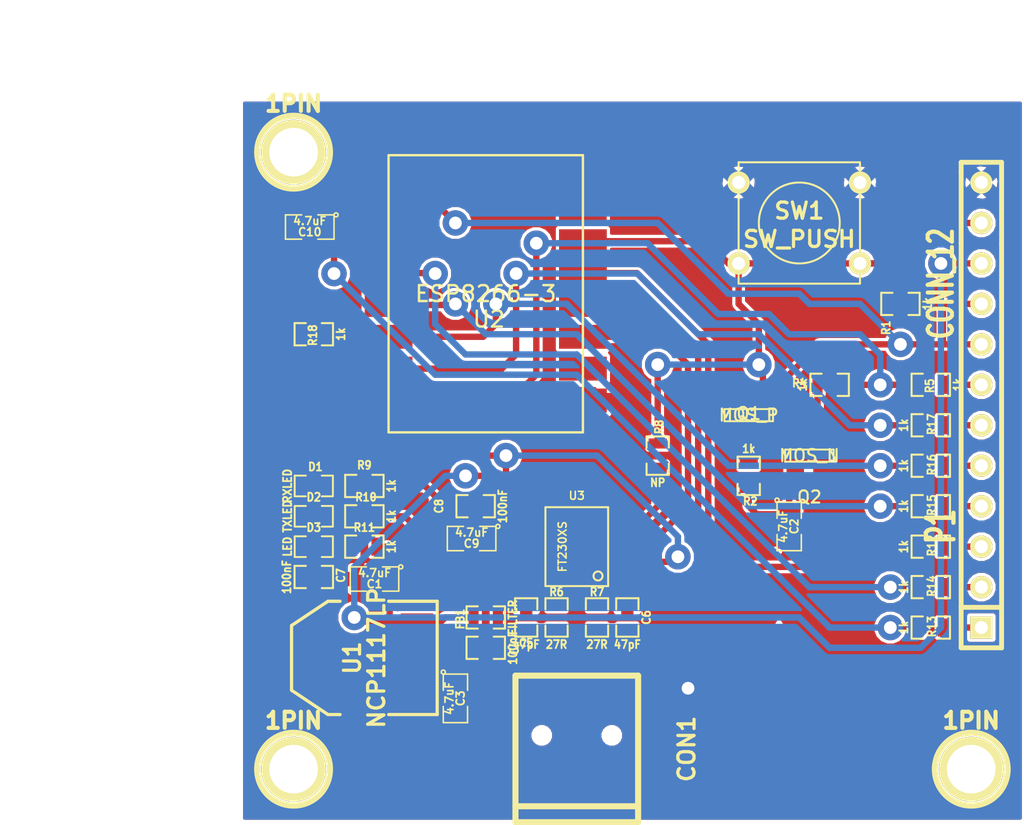
<source format=kicad_pcb>
(kicad_pcb (version 3) (host pcbnew "(2013-may-18)-stable")
  (layers (15 Dessus.Cu signal) (0 Dessous.Cu signal hide) (18 B.Paste user) (19 F.Paste user) (20 B.SilkS user) (21 F.SilkS user) (22 B.Mask user) (23 F.Mask user) (28 Edge.Cuts user))
  (net 0 "")
  (net 1 +3.3V)
  (net 2 /CON_GPIO0)
  (net 3 /CON_GPIO12)
  (net 4 /CON_GPIO13)
  (net 5 /CON_GPIO14)
  (net 6 /CON_GPIO15)
  (net 7 /CON_GPIO18)
  (net 8 /CON_GPIO2)
  (net 9 /FT230_RX)
  (net 10 /FT230_TX)
  (net 11 /GPIO0)
  (net 12 /PROG_SW)
  (net 13 GND)
  (net 14 N-0000010)
  (net 15 N-0000013)
  (net 16 N-0000014)
  (net 17 N-0000015)
  (net 18 N-0000016)
  (net 19 N-0000017)
  (net 20 N-0000018)
  (net 21 N-0000019)
  (net 22 N-0000020)
  (net 23 N-0000021)
  (net 24 N-0000023)
  (net 25 N-0000026)
  (net 26 N-0000028)
  (net 27 N-0000032)
  (net 28 N-0000033)
  (net 29 N-0000034)
  (net 30 N-0000035)
  (net 31 N-0000036)
  (net 32 N-000005)
  (net 33 N-000006)
  (net 34 N-000009)
  (net 35 VCC)
  (net 36 VDD)
  (module ESP8266-3 (layer Dessus.Cu) (at 173.355 193.675)
    (fp_text reference U2 (at 0.2 1.6) (layer F.SilkS))
    (fp_text value ESP8266-3 (at 0 0) (layer F.SilkS))
    (pad 1 smd rect (at 6.1 6.7) (size 3 1.5) (layers Dessus.Cu F.Paste F.Mask) (net 13 GND))
    (pad 2 smd rect (at 6.1 4.7) (size 3 1.5) (layers Dessus.Cu F.Paste F.Mask))
    (pad 3 smd rect (at 6.1 2.7) (size 3 1.5) (layers Dessus.Cu F.Paste F.Mask) (net 9 /FT230_RX))
    (pad 4 smd rect (at 6.1 0.7) (size 3 1.5) (layers Dessus.Cu F.Paste F.Mask) (net 10 /FT230_TX))
    (pad 5 smd rect (at 6.1 -1.3) (size 3 1.5) (layers Dessus.Cu F.Paste F.Mask) (net 18 N-0000016))
    (pad 6 smd rect (at 6.1 -3.3) (size 3 1.5) (layers Dessus.Cu F.Paste F.Mask) (net 12 /PROG_SW))
    (pad 8 smd rect (at -6.1 -5.3) (size 3 1.5) (layers Dessus.Cu F.Paste F.Mask) (net 1 +3.3V))
    (pad 9 smd rect (at -6.1 -3.3) (size 3 1.5) (layers Dessus.Cu F.Paste F.Mask) (net 17 N-0000015))
    (pad 10 smd rect (at -6.1 -1.3) (size 3 1.5) (layers Dessus.Cu F.Paste F.Mask) (net 16 N-0000014))
    (pad 11 smd rect (at -6.1 0.7) (size 3 1.5) (layers Dessus.Cu F.Paste F.Mask) (net 15 N-0000013))
    (pad 12 smd rect (at -6.1 2.7) (size 3 1.5) (layers Dessus.Cu F.Paste F.Mask) (net 25 N-0000026))
    (pad 13 smd rect (at -6.1 4.7) (size 3 1.5) (layers Dessus.Cu F.Paste F.Mask) (net 14 N-0000010))
    (pad 14 smd rect (at -6.1 6.7) (size 3 1.5) (layers Dessus.Cu F.Paste F.Mask) (net 11 /GPIO0))
    (pad 7 smd rect (at 6.096 -5.334) (size 3 1.5) (layers Dessus.Cu F.Paste F.Mask))
  )
  (module ssop-16 (layer Dessus.Cu) (at 179.07 209.55 90)
    (fp_text reference U3 (at 3.2 0 180) (layer F.SilkS) (effects (font (size 0.50038 0.50038) (thickness 0.09906))))
    (fp_text value FT230XS (at 0 -0.89916 90) (layer F.SilkS) (effects (font (size 0.50038 0.50038) (thickness 0.09906))))
    (pad 4 smd rect (at -0.3175 2.667 90) (size 0.4064 1.651) (layers Dessus.Cu F.Paste F.Mask) (net 9 /FT230_RX))
    (pad 5 smd rect (at 0.3175 2.667 90) (size 0.4064 1.651) (layers Dessus.Cu F.Paste F.Mask) (net 13 GND))
    (pad 6 smd rect (at 0.9525 2.667 90) (size 0.4064 1.651) (layers Dessus.Cu F.Paste F.Mask))
    (pad 7 smd rect (at 1.5875 2.667 90) (size 0.4064 1.651) (layers Dessus.Cu F.Paste F.Mask) (net 23 N-0000021))
    (pad 16 smd rect (at -2.2225 -2.667 90) (size 0.4064 1.651) (layers Dessus.Cu F.Paste F.Mask) (net 34 N-000009))
    (pad 1 smd rect (at -2.2225 2.667 90) (size 0.4064 1.651) (layers Dessus.Cu F.Paste F.Mask) (net 10 /FT230_TX))
    (pad 2 smd rect (at -1.5875 2.667 90) (size 0.4064 1.651) (layers Dessus.Cu F.Paste F.Mask))
    (pad 3 smd rect (at -0.9525 2.667 90) (size 0.4064 1.651) (layers Dessus.Cu F.Paste F.Mask) (net 31 N-0000036))
    (pad 9 smd rect (at 2.2225 -2.667 90) (size 0.4064 1.651) (layers Dessus.Cu F.Paste F.Mask) (net 21 N-0000019))
    (pad 10 smd rect (at 1.5875 -2.667 90) (size 0.4064 1.651) (layers Dessus.Cu F.Paste F.Mask) (net 31 N-0000036))
    (pad 11 smd rect (at 0.9525 -2.667 90) (size 0.4064 1.651) (layers Dessus.Cu F.Paste F.Mask) (net 31 N-0000036))
    (pad 12 smd rect (at 0.3175 -2.667 90) (size 0.4064 1.651) (layers Dessus.Cu F.Paste F.Mask) (net 35 VCC))
    (pad 13 smd rect (at -0.3175 -2.667 90) (size 0.4064 1.651) (layers Dessus.Cu F.Paste F.Mask) (net 13 GND))
    (pad 14 smd rect (at -0.9525 -2.667 90) (size 0.4064 1.651) (layers Dessus.Cu F.Paste F.Mask) (net 20 N-0000018))
    (pad 8 smd rect (at 2.2225 2.667 90) (size 0.4064 1.651) (layers Dessus.Cu F.Paste F.Mask) (net 22 N-0000020))
    (pad 15 smd rect (at -1.5875 -2.667 90) (size 0.4064 1.651) (layers Dessus.Cu F.Paste F.Mask) (net 19 N-0000017))
  )
  (module SOT23GDS_L (layer Dessus.Cu) (at 193.675 203.835 180)
    (fp_text reference Q2 (at 0 -2.6 180) (layer F.SilkS) (effects (font (size 0.762 0.762) (thickness 0.12954))))
    (fp_text value MOS_N (at 0 0 180) (layer F.SilkS) (effects (font (size 0.762 0.762) (thickness 0.12954))))
    (pad S smd rect (at -0.889 -1.1 180) (size 1.1 1.1) (layers Dessus.Cu F.Paste F.Mask) (net 13 GND))
    (pad G smd rect (at 0.889 -1.1 180) (size 1.1 1.1) (layers Dessus.Cu F.Paste F.Mask) (net 33 N-000006))
    (pad D smd rect (at 0 1.1 180) (size 1.1 1.1) (layers Dessus.Cu F.Paste F.Mask) (net 32 N-000005))
  )
  (module SOT23GDS_L (layer Dessus.Cu) (at 189.865 201.295)
    (fp_text reference Q1 (at 0 -0.1) (layer F.SilkS) (effects (font (size 0.762 0.762) (thickness 0.12954))))
    (fp_text value MOS_P (at 0 0) (layer F.SilkS) (effects (font (size 0.762 0.762) (thickness 0.12954))))
    (pad S smd rect (at -0.889 -1.1) (size 1.1 1.1) (layers Dessus.Cu F.Paste F.Mask) (net 1 +3.3V))
    (pad G smd rect (at 0.889 -1.1) (size 1.1 1.1) (layers Dessus.Cu F.Paste F.Mask) (net 12 /PROG_SW))
    (pad D smd rect (at 0 1.1) (size 1.1 1.1) (layers Dessus.Cu F.Paste F.Mask) (net 24 N-0000023))
  )
  (module SM0603_Resistor (layer Dessus.Cu) (at 175.895 213.995 90)
    (fp_text reference C5 (at -1.6 0 180) (layer F.SilkS) (effects (font (size 0.50038 0.4572) (thickness 0.1143))))
    (fp_text value 47pF (at -1.69926 0 180) (layer F.SilkS) (effects (font (size 0.508 0.4572) (thickness 0.1143))))
    (pad 1 smd rect (at -0.762 0 90) (size 0.635 1.143) (layers Dessus.Cu F.Paste F.Mask) (net 30 N-0000035))
    (pad 2 smd rect (at 0.762 0 90) (size 0.635 1.143) (layers Dessus.Cu F.Paste F.Mask) (net 13 GND))
  )
  (module SM0603_Resistor (layer Dessus.Cu) (at 184.15 203.835 90)
    (fp_text reference R8 (at 1.8 0.1 90) (layer F.SilkS) (effects (font (size 0.50038 0.4572) (thickness 0.1143))))
    (fp_text value NP (at -1.69926 0 180) (layer F.SilkS) (effects (font (size 0.508 0.4572) (thickness 0.1143))))
    (pad 1 smd rect (at -0.762 0 90) (size 0.635 1.143) (layers Dessus.Cu F.Paste F.Mask) (net 23 N-0000021))
    (pad 2 smd rect (at 0.762 0 90) (size 0.635 1.143) (layers Dessus.Cu F.Paste F.Mask) (net 12 /PROG_SW))
  )
  (module SM0603_Resistor (layer Dessus.Cu) (at 165.735 205.74 180)
    (fp_text reference R9 (at 0 1.3 180) (layer F.SilkS) (effects (font (size 0.50038 0.4572) (thickness 0.1143))))
    (fp_text value 1k (at -1.69926 0 270) (layer F.SilkS) (effects (font (size 0.508 0.4572) (thickness 0.1143))))
    (pad 1 smd rect (at -0.762 0 180) (size 0.635 1.143) (layers Dessus.Cu F.Paste F.Mask) (net 20 N-0000018))
    (pad 2 smd rect (at 0.762 0 180) (size 0.635 1.143) (layers Dessus.Cu F.Paste F.Mask) (net 28 N-0000033))
  )
  (module SM0603_Resistor (layer Dessus.Cu) (at 165.735 207.645 180)
    (fp_text reference R10 (at -0.1 1.2 180) (layer F.SilkS) (effects (font (size 0.50038 0.4572) (thickness 0.1143))))
    (fp_text value 1k (at -1.69926 0 270) (layer F.SilkS) (effects (font (size 0.508 0.4572) (thickness 0.1143))))
    (pad 1 smd rect (at -0.762 0 180) (size 0.635 1.143) (layers Dessus.Cu F.Paste F.Mask) (net 19 N-0000017))
    (pad 2 smd rect (at 0.762 0 180) (size 0.635 1.143) (layers Dessus.Cu F.Paste F.Mask) (net 26 N-0000028))
  )
  (module SM0603_Resistor (layer Dessus.Cu) (at 165.735 209.55 180)
    (fp_text reference R11 (at 0 1.2 180) (layer F.SilkS) (effects (font (size 0.50038 0.4572) (thickness 0.1143))))
    (fp_text value 1k (at -1.69926 0 270) (layer F.SilkS) (effects (font (size 0.508 0.4572) (thickness 0.1143))))
    (pad 1 smd rect (at -0.762 0 180) (size 0.635 1.143) (layers Dessus.Cu F.Paste F.Mask) (net 34 N-000009))
    (pad 2 smd rect (at 0.762 0 180) (size 0.635 1.143) (layers Dessus.Cu F.Paste F.Mask) (net 27 N-0000032))
  )
  (module SM0603_Resistor (layer Dessus.Cu) (at 162.56 211.455)
    (fp_text reference C7 (at 1.7 -0.1 90) (layer F.SilkS) (effects (font (size 0.50038 0.4572) (thickness 0.1143))))
    (fp_text value 100nF (at -1.69926 0 90) (layer F.SilkS) (effects (font (size 0.508 0.4572) (thickness 0.1143))))
    (pad 1 smd rect (at -0.762 0) (size 0.635 1.143) (layers Dessus.Cu F.Paste F.Mask) (net 31 N-0000036))
    (pad 2 smd rect (at 0.762 0) (size 0.635 1.143) (layers Dessus.Cu F.Paste F.Mask) (net 13 GND))
  )
  (module SM0603_Resistor (layer Dessus.Cu) (at 180.34 213.995 90)
    (fp_text reference R7 (at 1.6 0 180) (layer F.SilkS) (effects (font (size 0.50038 0.4572) (thickness 0.1143))))
    (fp_text value 27R (at -1.69926 0 180) (layer F.SilkS) (effects (font (size 0.508 0.4572) (thickness 0.1143))))
    (pad 1 smd rect (at -0.762 0 90) (size 0.635 1.143) (layers Dessus.Cu F.Paste F.Mask) (net 29 N-0000034))
    (pad 2 smd rect (at 0.762 0 90) (size 0.635 1.143) (layers Dessus.Cu F.Paste F.Mask) (net 22 N-0000020))
  )
  (module SM0603_Resistor (layer Dessus.Cu) (at 177.8 213.995 90)
    (fp_text reference R6 (at 1.6 0 180) (layer F.SilkS) (effects (font (size 0.50038 0.4572) (thickness 0.1143))))
    (fp_text value 27R (at -1.69926 0 180) (layer F.SilkS) (effects (font (size 0.508 0.4572) (thickness 0.1143))))
    (pad 1 smd rect (at -0.762 0 90) (size 0.635 1.143) (layers Dessus.Cu F.Paste F.Mask) (net 30 N-0000035))
    (pad 2 smd rect (at 0.762 0 90) (size 0.635 1.143) (layers Dessus.Cu F.Paste F.Mask) (net 21 N-0000019))
  )
  (module SM0603_Resistor (layer Dessus.Cu) (at 182.245 213.995 90)
    (fp_text reference C6 (at 0 1.2 90) (layer F.SilkS) (effects (font (size 0.50038 0.4572) (thickness 0.1143))))
    (fp_text value 47pF (at -1.69926 0 180) (layer F.SilkS) (effects (font (size 0.508 0.4572) (thickness 0.1143))))
    (pad 1 smd rect (at -0.762 0 90) (size 0.635 1.143) (layers Dessus.Cu F.Paste F.Mask) (net 29 N-0000034))
    (pad 2 smd rect (at 0.762 0 90) (size 0.635 1.143) (layers Dessus.Cu F.Paste F.Mask) (net 13 GND))
  )
  (module SM0603_Resistor (layer Dessus.Cu) (at 172.72 207.01 180)
    (fp_text reference C8 (at 2.3 0 270) (layer F.SilkS) (effects (font (size 0.50038 0.4572) (thickness 0.1143))))
    (fp_text value 100nF (at -1.69926 0 270) (layer F.SilkS) (effects (font (size 0.508 0.4572) (thickness 0.1143))))
    (pad 1 smd rect (at -0.762 0 180) (size 0.635 1.143) (layers Dessus.Cu F.Paste F.Mask) (net 35 VCC))
    (pad 2 smd rect (at 0.762 0 180) (size 0.635 1.143) (layers Dessus.Cu F.Paste F.Mask) (net 13 GND))
  )
  (module SM0603_Resistor (layer Dessus.Cu) (at 173.355 215.9 180)
    (fp_text reference C4 (at -1.8 0 270) (layer F.SilkS) (effects (font (size 0.50038 0.4572) (thickness 0.1143))))
    (fp_text value 100nF (at -1.69926 0 270) (layer F.SilkS) (effects (font (size 0.508 0.4572) (thickness 0.1143))))
    (pad 1 smd rect (at -0.762 0 180) (size 0.635 1.143) (layers Dessus.Cu F.Paste F.Mask) (net 36 VDD))
    (pad 2 smd rect (at 0.762 0 180) (size 0.635 1.143) (layers Dessus.Cu F.Paste F.Mask) (net 13 GND))
  )
  (module SM0603_Resistor (layer Dessus.Cu) (at 173.355 213.995 180)
    (fp_text reference FB1 (at 1.6 -0.1 270) (layer F.SilkS) (effects (font (size 0.50038 0.4572) (thickness 0.1143))))
    (fp_text value FILTER (at -1.69926 0 270) (layer F.SilkS) (effects (font (size 0.508 0.4572) (thickness 0.1143))))
    (pad 1 smd rect (at -0.762 0 180) (size 0.635 1.143) (layers Dessus.Cu F.Paste F.Mask) (net 36 VDD))
    (pad 2 smd rect (at 0.762 0 180) (size 0.635 1.143) (layers Dessus.Cu F.Paste F.Mask) (net 35 VCC))
  )
  (module SM0603_Resistor (layer Dessus.Cu) (at 194.945 199.39)
    (fp_text reference R4 (at -1.9 -0.1) (layer F.SilkS) (effects (font (size 0.50038 0.4572) (thickness 0.1143))))
    (fp_text value 1k (at -1.69926 0 90) (layer F.SilkS) (effects (font (size 0.508 0.4572) (thickness 0.1143))))
    (pad 1 smd rect (at -0.762 0) (size 0.635 1.143) (layers Dessus.Cu F.Paste F.Mask) (net 32 N-000005))
    (pad 2 smd rect (at 0.762 0) (size 0.635 1.143) (layers Dessus.Cu F.Paste F.Mask) (net 11 /GPIO0))
  )
  (module SM0603_Resistor (layer Dessus.Cu) (at 189.865 205.105 270)
    (fp_text reference R2 (at 1.6 -0.1 360) (layer F.SilkS) (effects (font (size 0.50038 0.4572) (thickness 0.1143))))
    (fp_text value 1k (at -1.69926 0 360) (layer F.SilkS) (effects (font (size 0.508 0.4572) (thickness 0.1143))))
    (pad 1 smd rect (at -0.762 0 270) (size 0.635 1.143) (layers Dessus.Cu F.Paste F.Mask) (net 24 N-0000023))
    (pad 2 smd rect (at 0.762 0 270) (size 0.635 1.143) (layers Dessus.Cu F.Paste F.Mask) (net 33 N-000006))
  )
  (module SM0603_Resistor (layer Dessus.Cu) (at 199.39 194.31 180)
    (fp_text reference R1 (at 0.9 -1.5 270) (layer F.SilkS) (effects (font (size 0.50038 0.4572) (thickness 0.1143))))
    (fp_text value 1k (at -1.69926 0 270) (layer F.SilkS) (effects (font (size 0.508 0.4572) (thickness 0.1143))))
    (pad 1 smd rect (at -0.762 0 180) (size 0.635 1.143) (layers Dessus.Cu F.Paste F.Mask) (net 1 +3.3V))
    (pad 2 smd rect (at 0.762 0 180) (size 0.635 1.143) (layers Dessus.Cu F.Paste F.Mask) (net 12 /PROG_SW))
  )
  (module SM0603_Capa (layer Dessus.Cu) (at 162.56 209.55)
    (fp_text reference D3 (at 0 -1.2) (layer F.SilkS) (effects (font (size 0.508 0.4572) (thickness 0.1143))))
    (fp_text value LED (at -1.651 0 90) (layer F.SilkS) (effects (font (size 0.508 0.4572) (thickness 0.1143))))
    (pad 1 smd rect (at -0.762 0) (size 0.635 1.143) (layers Dessus.Cu F.Paste F.Mask) (net 31 N-0000036))
    (pad 2 smd rect (at 0.762 0) (size 0.635 1.143) (layers Dessus.Cu F.Paste F.Mask) (net 27 N-0000032))
  )
  (module SM0603_Capa (layer Dessus.Cu) (at 162.56 207.645)
    (fp_text reference D2 (at 0 -1.2) (layer F.SilkS) (effects (font (size 0.508 0.4572) (thickness 0.1143))))
    (fp_text value TXLED (at -1.651 0 90) (layer F.SilkS) (effects (font (size 0.508 0.4572) (thickness 0.1143))))
    (pad 1 smd rect (at -0.762 0) (size 0.635 1.143) (layers Dessus.Cu F.Paste F.Mask) (net 31 N-0000036))
    (pad 2 smd rect (at 0.762 0) (size 0.635 1.143) (layers Dessus.Cu F.Paste F.Mask) (net 26 N-0000028))
  )
  (module SM0603_Capa (layer Dessus.Cu) (at 162.56 205.74)
    (fp_text reference D1 (at 0.1 -1.2) (layer F.SilkS) (effects (font (size 0.508 0.4572) (thickness 0.1143))))
    (fp_text value RXLED (at -1.651 0 90) (layer F.SilkS) (effects (font (size 0.508 0.4572) (thickness 0.1143))))
    (pad 1 smd rect (at -0.762 0) (size 0.635 1.143) (layers Dessus.Cu F.Paste F.Mask) (net 31 N-0000036))
    (pad 2 smd rect (at 0.762 0) (size 0.635 1.143) (layers Dessus.Cu F.Paste F.Mask) (net 28 N-0000033))
  )
  (module SOT223 (layer Dessus.Cu) (at 165.735 216.535 90)
    (fp_text reference U1 (at 0 -0.762 90) (layer F.SilkS) (effects (font (size 1.016 1.016) (thickness 0.2032))))
    (fp_text value NCP1117LP (at 0 0.762 90) (layer F.SilkS) (effects (font (size 1.016 1.016) (thickness 0.2032))))
    (pad 4 smd rect (at 0 -3.302 90) (size 3.6576 2.032) (layers Dessus.Cu F.Paste F.Mask) (net 1 +3.3V))
    (pad 2 smd rect (at 0 3.302 90) (size 1.016 2.032) (layers Dessus.Cu F.Paste F.Mask) (net 1 +3.3V))
    (pad 3 smd rect (at 2.286 3.302 90) (size 1.016 2.032) (layers Dessus.Cu F.Paste F.Mask) (net 35 VCC))
    (pad 1 smd rect (at -2.286 3.302 90) (size 1.016 2.032) (layers Dessus.Cu F.Paste F.Mask) (net 13 GND))
  )
  (module SM0603_Resistor (layer Dessus.Cu) (at 201.295 209.55)
    (fp_text reference R12 (at 0.0635 -0.0635 90) (layer F.SilkS) (effects (font (size 0.50038 0.4572) (thickness 0.1143))))
    (fp_text value 1k (at -1.69926 0 90) (layer F.SilkS) (effects (font (size 0.508 0.4572) (thickness 0.1143))))
    (pad 1 smd rect (at -0.762 0) (size 0.635 1.143) (layers Dessus.Cu F.Paste F.Mask) (net 18 N-0000016))
    (pad 2 smd rect (at 0.762 0) (size 0.635 1.143) (layers Dessus.Cu F.Paste F.Mask) (net 7 /CON_GPIO18))
  )
  (module SM0603_Resistor (layer Dessus.Cu) (at 201.295 214.63)
    (fp_text reference R13 (at 0.0635 -0.0635 90) (layer F.SilkS) (effects (font (size 0.50038 0.4572) (thickness 0.1143))))
    (fp_text value 1k (at -1.69926 0 90) (layer F.SilkS) (effects (font (size 0.508 0.4572) (thickness 0.1143))))
    (pad 1 smd rect (at -0.762 0) (size 0.635 1.143) (layers Dessus.Cu F.Paste F.Mask) (net 17 N-0000015))
    (pad 2 smd rect (at 0.762 0) (size 0.635 1.143) (layers Dessus.Cu F.Paste F.Mask) (net 5 /CON_GPIO14))
  )
  (module SM0603_Resistor (layer Dessus.Cu) (at 201.295 212.09)
    (fp_text reference R14 (at 0.0635 -0.0635 90) (layer F.SilkS) (effects (font (size 0.50038 0.4572) (thickness 0.1143))))
    (fp_text value 1k (at -1.69926 0 90) (layer F.SilkS) (effects (font (size 0.508 0.4572) (thickness 0.1143))))
    (pad 1 smd rect (at -0.762 0) (size 0.635 1.143) (layers Dessus.Cu F.Paste F.Mask) (net 16 N-0000014))
    (pad 2 smd rect (at 0.762 0) (size 0.635 1.143) (layers Dessus.Cu F.Paste F.Mask) (net 3 /CON_GPIO12))
  )
  (module SM0603_Resistor (layer Dessus.Cu) (at 201.295 207.01)
    (fp_text reference R15 (at 0.0635 -0.0635 90) (layer F.SilkS) (effects (font (size 0.50038 0.4572) (thickness 0.1143))))
    (fp_text value 1k (at -1.69926 0 90) (layer F.SilkS) (effects (font (size 0.508 0.4572) (thickness 0.1143))))
    (pad 1 smd rect (at -0.762 0) (size 0.635 1.143) (layers Dessus.Cu F.Paste F.Mask) (net 15 N-0000013))
    (pad 2 smd rect (at 0.762 0) (size 0.635 1.143) (layers Dessus.Cu F.Paste F.Mask) (net 4 /CON_GPIO13))
  )
  (module SM0603_Resistor (layer Dessus.Cu) (at 201.295 204.47)
    (fp_text reference R16 (at 0.0635 -0.0635 90) (layer F.SilkS) (effects (font (size 0.50038 0.4572) (thickness 0.1143))))
    (fp_text value 1k (at -1.69926 0 90) (layer F.SilkS) (effects (font (size 0.508 0.4572) (thickness 0.1143))))
    (pad 1 smd rect (at -0.762 0) (size 0.635 1.143) (layers Dessus.Cu F.Paste F.Mask) (net 25 N-0000026))
    (pad 2 smd rect (at 0.762 0) (size 0.635 1.143) (layers Dessus.Cu F.Paste F.Mask) (net 6 /CON_GPIO15))
  )
  (module SM0603_Resistor (layer Dessus.Cu) (at 201.295 201.93)
    (fp_text reference R17 (at 0.0635 -0.0635 90) (layer F.SilkS) (effects (font (size 0.50038 0.4572) (thickness 0.1143))))
    (fp_text value 1k (at -1.69926 0 90) (layer F.SilkS) (effects (font (size 0.508 0.4572) (thickness 0.1143))))
    (pad 1 smd rect (at -0.762 0) (size 0.635 1.143) (layers Dessus.Cu F.Paste F.Mask) (net 14 N-0000010))
    (pad 2 smd rect (at 0.762 0) (size 0.635 1.143) (layers Dessus.Cu F.Paste F.Mask) (net 8 /CON_GPIO2))
  )
  (module SM0603_Resistor (layer Dessus.Cu) (at 162.56 196.215 180)
    (fp_text reference R18 (at 0.0635 -0.0635 270) (layer F.SilkS) (effects (font (size 0.50038 0.4572) (thickness 0.1143))))
    (fp_text value 1k (at -1.69926 0 270) (layer F.SilkS) (effects (font (size 0.508 0.4572) (thickness 0.1143))))
    (pad 1 smd rect (at -0.762 0 180) (size 0.635 1.143) (layers Dessus.Cu F.Paste F.Mask) (net 25 N-0000026))
    (pad 2 smd rect (at 0.762 0 180) (size 0.635 1.143) (layers Dessus.Cu F.Paste F.Mask) (net 13 GND))
  )
  (module USB_MINI_B (layer Dessus.Cu) (at 179.07 222.25 90)
    (fp_text reference CON1 (at 0 6.90118 90) (layer F.SilkS) (effects (font (size 1.016 1.016) (thickness 0.2032))))
    (fp_text value USB-MICRO-B2 hide)
    (pad 1 smd rect (at 3.44932 -1.6002 90) (size 2.30124 0.50038) (layers Dessus.Cu F.Paste F.Mask) (net 36 VDD))
    (pad 2 smd rect (at 3.44932 -0.8001 90) (size 2.30124 0.50038) (layers Dessus.Cu F.Paste F.Mask) (net 30 N-0000035))
    (pad 3 smd rect (at 3.44932 0 90) (size 2.30124 0.50038) (layers Dessus.Cu F.Paste F.Mask) (net 29 N-0000034))
    (pad 4 smd rect (at 3.44932 0.8001 90) (size 2.30124 0.50038) (layers Dessus.Cu F.Paste F.Mask))
    (pad 5 smd rect (at 3.44932 1.6002 90) (size 2.30124 0.50038) (layers Dessus.Cu F.Paste F.Mask) (net 13 GND))
    (pad 6 smd rect (at 3.35026 -4.45008 90) (size 2.49936 1.99898) (layers Dessus.Cu F.Paste F.Mask) (net 13 GND))
    (pad 7 smd rect (at -2.14884 -4.45008 90) (size 2.49936 1.99898) (layers Dessus.Cu F.Paste F.Mask) (net 13 GND))
    (pad 8 smd rect (at 3.35026 4.45008 90) (size 2.49936 1.99898) (layers Dessus.Cu F.Paste F.Mask) (net 13 GND))
    (pad 9 smd rect (at -2.14884 4.45008 90) (size 2.49936 1.99898) (layers Dessus.Cu F.Paste F.Mask) (net 13 GND))
    (pad "" np_thru_hole circle (at 0.8509 -2.19964 90) (size 0.89916 0.89916) (drill 0.89916) (layers *.Cu *.Mask F.SilkS))
    (pad 2 np_thru_hole circle (at 0.8509 2.19964 90) (size 0.89916 0.89916) (drill 0.89916) (layers *.Cu *.Mask F.SilkS) (net 30 N-0000035))
  )
  (module SM0603_Resistor (layer Dessus.Cu) (at 201.295 199.39 180)
    (fp_text reference R5 (at 0.0635 -0.0635 270) (layer F.SilkS) (effects (font (size 0.50038 0.4572) (thickness 0.1143))))
    (fp_text value 1k (at -1.69926 0 270) (layer F.SilkS) (effects (font (size 0.508 0.4572) (thickness 0.1143))))
    (pad 1 smd rect (at -0.762 0 180) (size 0.635 1.143) (layers Dessus.Cu F.Paste F.Mask) (net 2 /CON_GPIO0))
    (pad 2 smd rect (at 0.762 0 180) (size 0.635 1.143) (layers Dessus.Cu F.Paste F.Mask) (net 11 /GPIO0))
  )
  (module SIL-12 (layer Dessus.Cu) (at 204.47 200.66 90)
    (fp_text reference P1 (at -7.62 -2.54 90) (layer F.SilkS) (effects (font (size 1.72974 1.08712) (thickness 0.3048))))
    (fp_text value CONN_12 (at 7.62 -2.54 90) (layer F.SilkS) (effects (font (size 1.524 1.016) (thickness 0.3048))))
    (pad 1 thru_hole rect (at -13.97 0 90) (size 1.397 1.397) (drill 0.8128) (layers *.Cu *.Mask F.SilkS) (net 5 /CON_GPIO14))
    (pad 2 thru_hole circle (at -11.43 0 90) (size 1.397 1.397) (drill 0.8128) (layers *.Cu *.Mask F.SilkS) (net 3 /CON_GPIO12))
    (pad 3 thru_hole circle (at -8.89 0 90) (size 1.397 1.397) (drill 0.8128) (layers *.Cu *.Mask F.SilkS) (net 7 /CON_GPIO18))
    (pad 4 thru_hole circle (at -6.35 0 90) (size 1.397 1.397) (drill 0.8128) (layers *.Cu *.Mask F.SilkS) (net 4 /CON_GPIO13))
    (pad 5 thru_hole circle (at -3.81 0 90) (size 1.397 1.397) (drill 0.8128) (layers *.Cu *.Mask F.SilkS) (net 6 /CON_GPIO15))
    (pad 6 thru_hole circle (at -1.27 0 90) (size 1.397 1.397) (drill 0.8128) (layers *.Cu *.Mask F.SilkS) (net 8 /CON_GPIO2))
    (pad 7 thru_hole circle (at 1.27 0 90) (size 1.397 1.397) (drill 0.8128) (layers *.Cu *.Mask F.SilkS) (net 2 /CON_GPIO0))
    (pad 8 thru_hole circle (at 3.81 0 90) (size 1.397 1.397) (drill 0.8128) (layers *.Cu *.Mask F.SilkS) (net 1 +3.3V))
    (pad 9 thru_hole circle (at 6.35 0 90) (size 1.397 1.397) (drill 0.8128) (layers *.Cu *.Mask F.SilkS) (net 1 +3.3V))
    (pad 10 thru_hole circle (at 8.89 0 90) (size 1.397 1.397) (drill 0.8128) (layers *.Cu *.Mask F.SilkS) (net 35 VCC))
    (pad 11 thru_hole circle (at 11.43 0 90) (size 1.397 1.397) (drill 0.8128) (layers *.Cu *.Mask F.SilkS) (net 12 /PROG_SW))
    (pad 12 thru_hole circle (at 13.97 0 90) (size 1.397 1.397) (drill 0.8128) (layers *.Cu *.Mask F.SilkS) (net 13 GND))
  )
  (module SW_PUSH_SMALL (layer Dessus.Cu) (at 193.04 189.23)
    (fp_text reference SW1 (at 0 -0.762) (layer F.SilkS) (effects (font (size 1.016 1.016) (thickness 0.2032))))
    (fp_text value SW_PUSH (at 0 1.016) (layer F.SilkS) (effects (font (size 1.016 1.016) (thickness 0.2032))))
    (pad 1 thru_hole circle (at 3.81 -2.54) (size 1.397 1.397) (drill 0.8128) (layers *.Cu *.Mask F.SilkS) (net 13 GND))
    (pad 2 thru_hole circle (at 3.81 2.54) (size 1.397 1.397) (drill 0.8128) (layers *.Cu *.Mask F.SilkS) (net 12 /PROG_SW))
    (pad 1 thru_hole circle (at -3.81 -2.54) (size 1.397 1.397) (drill 0.8128) (layers *.Cu *.Mask F.SilkS) (net 13 GND))
    (pad 2 thru_hole circle (at -3.81 2.54) (size 1.397 1.397) (drill 0.8128) (layers *.Cu *.Mask F.SilkS) (net 12 /PROG_SW))
  )
  (module 1pin (layer Dessus.Cu) (at 203.835 223.52)
    (fp_text reference 1PIN (at 0 -3.048) (layer F.SilkS) (effects (font (size 1.016 1.016) (thickness 0.254))))
    (fp_text value P*** hide)
    (pad 1 thru_hole circle (at 0 0) (size 4.064 4.064) (drill 3.048) (layers *.Cu *.Mask F.SilkS))
  )
  (module 1pin (layer Dessus.Cu) (at 161.29 223.52)
    (fp_text reference 1PIN (at 0 -3.048) (layer F.SilkS) (effects (font (size 1.016 1.016) (thickness 0.254))))
    (fp_text value P*** hide)
    (pad 1 thru_hole circle (at 0 0) (size 4.064 4.064) (drill 3.048) (layers *.Cu *.Mask F.SilkS))
  )
  (module 1pin (layer Dessus.Cu) (at 161.29 184.785)
    (fp_text reference 1PIN (at 0 -3.048) (layer F.SilkS) (effects (font (size 1.016 1.016) (thickness 0.254))))
    (fp_text value P*** hide)
    (pad 1 thru_hole circle (at 0 0) (size 4.064 4.064) (drill 3.048) (layers *.Cu *.Mask F.SilkS))
  )
  (module SM0805 (layer Dessus.Cu) (at 172.466 209.042 180)
    (fp_text reference C9 (at 0 -0.3175 180) (layer F.SilkS) (effects (font (size 0.50038 0.50038) (thickness 0.10922))))
    (fp_text value 4.7uF (at 0 0.381 180) (layer F.SilkS) (effects (font (size 0.50038 0.50038) (thickness 0.10922))))
    (pad 1 smd rect (at -0.9525 0 180) (size 0.889 1.397) (layers Dessus.Cu F.Paste F.Mask) (net 35 VCC))
    (pad 2 smd rect (at 0.9525 0 180) (size 0.889 1.397) (layers Dessus.Cu F.Paste F.Mask) (net 13 GND))
  )
  (module SM0805 (layer Dessus.Cu) (at 162.306 189.484 180)
    (fp_text reference C10 (at 0 -0.3175 180) (layer F.SilkS) (effects (font (size 0.50038 0.50038) (thickness 0.10922))))
    (fp_text value 4.7uF (at 0 0.381 180) (layer F.SilkS) (effects (font (size 0.50038 0.50038) (thickness 0.10922))))
    (pad 1 smd rect (at -0.9525 0 180) (size 0.889 1.397) (layers Dessus.Cu F.Paste F.Mask) (net 1 +3.3V))
    (pad 2 smd rect (at 0.9525 0 180) (size 0.889 1.397) (layers Dessus.Cu F.Paste F.Mask) (net 13 GND))
  )
  (module SM0805 (layer Dessus.Cu) (at 171.45 219.075 270)
    (fp_text reference C3 (at 0 -0.3175 270) (layer F.SilkS) (effects (font (size 0.50038 0.50038) (thickness 0.10922))))
    (fp_text value 4.7uF (at 0 0.381 270) (layer F.SilkS) (effects (font (size 0.50038 0.50038) (thickness 0.10922))))
    (pad 1 smd rect (at -0.9525 0 270) (size 0.889 1.397) (layers Dessus.Cu F.Paste F.Mask) (net 1 +3.3V))
    (pad 2 smd rect (at 0.9525 0 270) (size 0.889 1.397) (layers Dessus.Cu F.Paste F.Mask) (net 13 GND))
  )
  (module SM0805 (layer Dessus.Cu) (at 166.37 211.582 180)
    (fp_text reference C1 (at 0 -0.3175 180) (layer F.SilkS) (effects (font (size 0.50038 0.50038) (thickness 0.10922))))
    (fp_text value 4.7uF (at 0 0.381 180) (layer F.SilkS) (effects (font (size 0.50038 0.50038) (thickness 0.10922))))
    (pad 1 smd rect (at -0.9525 0 180) (size 0.889 1.397) (layers Dessus.Cu F.Paste F.Mask) (net 35 VCC))
    (pad 2 smd rect (at 0.9525 0 180) (size 0.889 1.397) (layers Dessus.Cu F.Paste F.Mask) (net 13 GND))
  )
  (module SM0805 (layer Dessus.Cu) (at 192.405 208.28 270)
    (fp_text reference C2 (at 0 -0.3175 270) (layer F.SilkS) (effects (font (size 0.50038 0.50038) (thickness 0.10922))))
    (fp_text value 4.7uF (at 0 0.381 270) (layer F.SilkS) (effects (font (size 0.50038 0.50038) (thickness 0.10922))))
    (pad 1 smd rect (at -0.9525 0 270) (size 0.889 1.397) (layers Dessus.Cu F.Paste F.Mask) (net 33 N-000006))
    (pad 2 smd rect (at 0.9525 0 270) (size 0.889 1.397) (layers Dessus.Cu F.Paste F.Mask) (net 13 GND))
  )
  (module logo_hacker_cutop_10_0mm (layer Dessus.Cu) (at 191.77 220.345)
    (fp_text reference G*** hide)
    (fp_text value logo_hacker_cutop_10_0mm hide)
    (fp_poly (pts (xy -2.48158 4.77266) (xy -2.48158 4.79806) (xy -2.48666 4.82092) (xy -2.49174 4.8387) (xy -2.50444 4.85902) (xy -2.51968 4.8768) (xy -2.52476 4.88188) (xy -2.54508 4.89966) (xy -2.56794 4.9149) (xy -2.59588 4.93014) (xy -2.62128 4.93776) (xy -2.62128 4.80314) (xy -2.62636 4.79044) (xy -2.63398 4.78282) (xy -2.64668 4.7752) (xy -2.65176 4.77266) (xy -2.65938 4.77266) (xy -2.67208 4.77012) (xy -2.68986 4.77012) (xy -2.71272 4.77012) (xy -2.74066 4.76758) (xy -2.75336 4.76758) (xy -2.77368 4.76758) (xy -2.79146 4.76758) (xy -2.80924 4.76504) (xy -2.82194 4.76504) (xy -2.83464 4.76504) (xy -2.84226 4.76504) (xy -2.8448 4.7625) (xy -2.84734 4.7625) (xy -2.85242 4.76504) (xy -2.8575 4.77012) (xy -2.86258 4.7752) (xy -2.87528 4.7879) (xy -2.8829 4.8006) (xy -2.8829 4.8133) (xy -2.88036 4.826) (xy -2.87528 4.8387) (xy -2.86258 4.84632) (xy -2.84734 4.85648) (xy -2.82702 4.86156) (xy -2.80416 4.86664) (xy -2.79908 4.86664) (xy -2.78638 4.86918) (xy -2.7686 4.86918) (xy -2.75082 4.86918) (xy -2.73304 4.86918) (xy -2.71526 4.86664) (xy -2.70002 4.8641) (xy -2.69494 4.8641) (xy -2.67462 4.85902) (xy -2.65684 4.8514) (xy -2.64414 4.84124) (xy -2.63144 4.83108) (xy -2.62382 4.82092) (xy -2.62128 4.81584) (xy -2.62128 4.80314) (xy -2.62128 4.93776) (xy -2.62636 4.9403) (xy -2.66192 4.95046) (xy -2.68732 4.95554) (xy -2.7051 4.95808) (xy -2.72288 4.96062) (xy -2.74574 4.96062) (xy -2.7686 4.96062) (xy -2.79146 4.96062) (xy -2.81178 4.96062) (xy -2.82956 4.96062) (xy -2.8321 4.96062) (xy -2.8702 4.95554) (xy -2.90068 4.94792) (xy -2.92862 4.93776) (xy -2.95148 4.92506) (xy -2.9718 4.90982) (xy -2.98704 4.89204) (xy -2.9972 4.87426) (xy -2.99974 4.87172) (xy -3.00228 4.85394) (xy -3.00482 4.83362) (xy -3.00228 4.81584) (xy -2.99974 4.8006) (xy -2.99212 4.7879) (xy -2.98196 4.7752) (xy -2.96672 4.75996) (xy -2.95402 4.7498) (xy -2.9464 4.74472) (xy -2.93878 4.73964) (xy -2.93116 4.73456) (xy -2.92862 4.73202) (xy -2.92862 4.73202) (xy -2.93116 4.72948) (xy -2.93624 4.7244) (xy -2.94132 4.71932) (xy -2.95656 4.70408) (xy -2.96672 4.6863) (xy -2.97434 4.66852) (xy -2.97688 4.6482) (xy -2.97688 4.62788) (xy -2.9718 4.61264) (xy -2.96672 4.60248) (xy -2.95656 4.58724) (xy -2.9464 4.57454) (xy -2.93624 4.56438) (xy -2.93116 4.56184) (xy -2.92608 4.55676) (xy -2.921 4.55168) (xy -2.91846 4.54914) (xy -2.921 4.5466) (xy -2.92608 4.54152) (xy -2.93116 4.53644) (xy -2.93624 4.53136) (xy -2.95402 4.51104) (xy -2.96672 4.49072) (xy -2.97688 4.46532) (xy -2.98196 4.43992) (xy -2.98196 4.42722) (xy -2.98196 4.39674) (xy -2.97688 4.3688) (xy -2.96672 4.34086) (xy -2.95402 4.318) (xy -2.93624 4.29768) (xy -2.91338 4.2799) (xy -2.88798 4.26466) (xy -2.86004 4.25196) (xy -2.82702 4.2418) (xy -2.82194 4.2418) (xy -2.8067 4.23926) (xy -2.79146 4.23672) (xy -2.77114 4.23672) (xy -2.75336 4.23672) (xy -2.73558 4.23926) (xy -2.72034 4.23926) (xy -2.71526 4.2418) (xy -2.71018 4.2418) (xy -2.7051 4.24434) (xy -2.69748 4.24434) (xy -2.68986 4.24434) (xy -2.67716 4.24434) (xy -2.66192 4.24434) (xy -2.64414 4.24688) (xy -2.62128 4.24688) (xy -2.59588 4.24688) (xy -2.5908 4.24688) (xy -2.48412 4.24688) (xy -2.48412 4.30276) (xy -2.48412 4.3561) (xy -2.53492 4.3561) (xy -2.55016 4.3561) (xy -2.56286 4.35864) (xy -2.57302 4.35864) (xy -2.58064 4.35864) (xy -2.58318 4.35864) (xy -2.58318 4.35864) (xy -2.57556 4.37388) (xy -2.57048 4.38404) (xy -2.56794 4.39166) (xy -2.5654 4.39928) (xy -2.5654 4.4069) (xy -2.56286 4.41706) (xy -2.56286 4.4196) (xy -2.5654 4.45008) (xy -2.57048 4.47548) (xy -2.58064 4.50088) (xy -2.59334 4.5212) (xy -2.61112 4.54152) (xy -2.63398 4.55676) (xy -2.65938 4.56946) (xy -2.68986 4.57962) (xy -2.6924 4.58216) (xy -2.69494 4.58216) (xy -2.69494 4.4196) (xy -2.69494 4.4196) (xy -2.69494 4.40182) (xy -2.69748 4.38912) (xy -2.70002 4.37642) (xy -2.70764 4.3688) (xy -2.71526 4.35864) (xy -2.7305 4.34594) (xy -2.74574 4.34086) (xy -2.76606 4.33578) (xy -2.7686 4.33578) (xy -2.78892 4.33832) (xy -2.80416 4.3434) (xy -2.81686 4.35356) (xy -2.82448 4.35864) (xy -2.83464 4.37134) (xy -2.83972 4.38404) (xy -2.84226 4.39928) (xy -2.8448 4.4196) (xy -2.84226 4.43992) (xy -2.83718 4.46024) (xy -2.82702 4.47548) (xy -2.81686 4.48564) (xy -2.79908 4.4958) (xy -2.79654 4.4958) (xy -2.78638 4.49834) (xy -2.77622 4.49834) (xy -2.76098 4.49834) (xy -2.74828 4.49834) (xy -2.73812 4.4958) (xy -2.73558 4.49326) (xy -2.72034 4.4831) (xy -2.70764 4.4704) (xy -2.70256 4.46024) (xy -2.69748 4.45262) (xy -2.69748 4.44754) (xy -2.69494 4.43992) (xy -2.69494 4.4323) (xy -2.69494 4.4196) (xy -2.69494 4.58216) (xy -2.71272 4.5847) (xy -2.73558 4.58724) (xy -2.75844 4.58978) (xy -2.7813 4.58978) (xy -2.80162 4.58724) (xy -2.81686 4.5847) (xy -2.83972 4.58216) (xy -2.84734 4.58724) (xy -2.85496 4.5974) (xy -2.86004 4.60756) (xy -2.86004 4.62026) (xy -2.8575 4.63042) (xy -2.85242 4.63804) (xy -2.84734 4.64312) (xy -2.84226 4.64566) (xy -2.83718 4.6482) (xy -2.8321 4.6482) (xy -2.82448 4.65074) (xy -2.81432 4.65074) (xy -2.80162 4.65328) (xy -2.78638 4.65328) (xy -2.76606 4.65328) (xy -2.7432 4.65582) (xy -2.72542 4.65582) (xy -2.70256 4.65582) (xy -2.68224 4.65582) (xy -2.66192 4.65582) (xy -2.64414 4.65836) (xy -2.6289 4.65836) (xy -2.61874 4.65836) (xy -2.61112 4.6609) (xy -2.61112 4.6609) (xy -2.58064 4.66598) (xy -2.55524 4.6736) (xy -2.53238 4.6863) (xy -2.5146 4.699) (xy -2.49936 4.71424) (xy -2.4892 4.72948) (xy -2.48666 4.7371) (xy -2.48412 4.74472) (xy -2.48158 4.75234) (xy -2.48158 4.75996) (xy -2.48158 4.77266) (xy -2.48158 4.77266) (xy -2.48158 4.77266)) (layer Dessus.Cu) (width 0.00254))
    (fp_poly (pts (xy -3.71348 4.50088) (xy -3.71348 4.51612) (xy -3.71348 4.53136) (xy -3.71348 4.54152) (xy -3.71602 4.54914) (xy -3.71602 4.55676) (xy -3.71856 4.56692) (xy -3.7211 4.57454) (xy -3.73126 4.60502) (xy -3.74396 4.6355) (xy -3.76174 4.6609) (xy -3.78206 4.68376) (xy -3.79984 4.70154) (xy -3.81762 4.71424) (xy -3.83794 4.72694) (xy -3.85572 4.7371) (xy -3.86588 4.73964) (xy -3.86588 4.49072) (xy -3.86588 4.47294) (xy -3.86588 4.4577) (xy -3.86842 4.45262) (xy -3.8735 4.42976) (xy -3.88366 4.40944) (xy -3.89382 4.38912) (xy -3.90652 4.37642) (xy -3.92176 4.36626) (xy -3.9243 4.36372) (xy -3.93192 4.36118) (xy -3.937 4.36118) (xy -3.94462 4.35864) (xy -3.95478 4.35864) (xy -3.96748 4.35864) (xy -3.98018 4.35864) (xy -3.99034 4.35864) (xy -3.99542 4.36118) (xy -4.00304 4.36118) (xy -4.00812 4.36372) (xy -4.01066 4.36372) (xy -4.0259 4.37642) (xy -4.04114 4.38912) (xy -4.0513 4.40944) (xy -4.06146 4.42976) (xy -4.064 4.43738) (xy -4.06654 4.45008) (xy -4.06654 4.46532) (xy -4.06908 4.4831) (xy -4.06908 4.50088) (xy -4.06908 4.51612) (xy -4.06908 4.53136) (xy -4.06654 4.53644) (xy -4.06146 4.56438) (xy -4.05384 4.58724) (xy -4.04114 4.60502) (xy -4.02844 4.62026) (xy -4.01066 4.63042) (xy -4.00304 4.6355) (xy -3.99034 4.63804) (xy -3.9751 4.64058) (xy -3.95732 4.64058) (xy -3.94208 4.63804) (xy -3.92938 4.6355) (xy -3.91414 4.62534) (xy -3.8989 4.61264) (xy -3.8862 4.5974) (xy -3.87604 4.57708) (xy -3.87096 4.5593) (xy -3.86842 4.5466) (xy -3.86588 4.52882) (xy -3.86588 4.51104) (xy -3.86588 4.49072) (xy -3.86588 4.73964) (xy -3.87858 4.74726) (xy -3.90144 4.75234) (xy -3.92938 4.75742) (xy -3.93954 4.75996) (xy -3.95224 4.75996) (xy -3.9624 4.7625) (xy -3.97002 4.7625) (xy -3.98018 4.7625) (xy -3.9878 4.75996) (xy -4.02336 4.75488) (xy -4.05892 4.74472) (xy -4.0894 4.73202) (xy -4.11988 4.71424) (xy -4.14528 4.69138) (xy -4.16814 4.66598) (xy -4.18592 4.63804) (xy -4.19608 4.6228) (xy -4.20116 4.6101) (xy -4.20624 4.59486) (xy -4.21132 4.57962) (xy -4.21386 4.57454) (xy -4.2164 4.56438) (xy -4.21894 4.55676) (xy -4.21894 4.54914) (xy -4.21894 4.53898) (xy -4.22148 4.52882) (xy -4.22148 4.51358) (xy -4.22148 4.50088) (xy -4.22148 4.4831) (xy -4.22148 4.46786) (xy -4.21894 4.4577) (xy -4.21894 4.44754) (xy -4.21894 4.43992) (xy -4.2164 4.4323) (xy -4.2164 4.42976) (xy -4.2037 4.3942) (xy -4.18846 4.36118) (xy -4.17068 4.33324) (xy -4.14782 4.30784) (xy -4.12242 4.28498) (xy -4.09194 4.2672) (xy -4.05892 4.25196) (xy -4.02336 4.2418) (xy -4.02082 4.2418) (xy -4.0005 4.23926) (xy -3.97764 4.23672) (xy -3.95478 4.23672) (xy -3.93192 4.23926) (xy -3.91668 4.2418) (xy -3.88112 4.24942) (xy -3.8481 4.26466) (xy -3.82016 4.28244) (xy -3.79222 4.30276) (xy -3.76936 4.32816) (xy -3.74904 4.3561) (xy -3.7338 4.38658) (xy -3.7211 4.42214) (xy -3.71856 4.42976) (xy -3.71602 4.43738) (xy -3.71602 4.445) (xy -3.71348 4.45516) (xy -3.71348 4.46532) (xy -3.71348 4.47802) (xy -3.71348 4.49326) (xy -3.71348 4.50088) (xy -3.71348 4.50088)) (layer Dessus.Cu) (width 0.00254))
    (fp_poly (pts (xy -1.30556 4.7498) (xy -1.36652 4.7498) (xy -1.42494 4.7498) (xy -1.43256 4.72186) (xy -1.43256 4.7117) (xy -1.4351 4.70154) (xy -1.43764 4.69646) (xy -1.43764 4.69392) (xy -1.44018 4.69392) (xy -1.44526 4.69646) (xy -1.45288 4.70154) (xy -1.45288 4.59994) (xy -1.45288 4.55676) (xy -1.45288 4.51612) (xy -1.46558 4.51612) (xy -1.49606 4.51866) (xy -1.52654 4.52374) (xy -1.55194 4.52882) (xy -1.57734 4.5339) (xy -1.5875 4.53898) (xy -1.60528 4.5466) (xy -1.62052 4.55676) (xy -1.63068 4.56692) (xy -1.6383 4.57962) (xy -1.64084 4.59486) (xy -1.64084 4.59994) (xy -1.6383 4.6101) (xy -1.6383 4.61772) (xy -1.63322 4.6228) (xy -1.6256 4.63296) (xy -1.6129 4.63804) (xy -1.59766 4.64312) (xy -1.57988 4.64566) (xy -1.55956 4.64566) (xy -1.53924 4.64312) (xy -1.53162 4.64058) (xy -1.51892 4.6355) (xy -1.50368 4.63042) (xy -1.48844 4.6228) (xy -1.4732 4.61264) (xy -1.47066 4.61264) (xy -1.45288 4.59994) (xy -1.45288 4.70154) (xy -1.45288 4.70154) (xy -1.4605 4.70662) (xy -1.4859 4.72186) (xy -1.51384 4.7371) (xy -1.53924 4.74726) (xy -1.56464 4.75488) (xy -1.5748 4.75742) (xy -1.59258 4.75996) (xy -1.61036 4.75996) (xy -1.62814 4.75996) (xy -1.64338 4.75996) (xy -1.64338 4.75996) (xy -1.67386 4.75488) (xy -1.69926 4.74472) (xy -1.72212 4.72948) (xy -1.74244 4.71424) (xy -1.75768 4.69392) (xy -1.77038 4.67106) (xy -1.778 4.6482) (xy -1.78054 4.6355) (xy -1.78308 4.62026) (xy -1.78308 4.60502) (xy -1.78054 4.58724) (xy -1.78054 4.57454) (xy -1.78054 4.57454) (xy -1.77292 4.55168) (xy -1.76022 4.52882) (xy -1.74498 4.51104) (xy -1.72466 4.49326) (xy -1.70942 4.4831) (xy -1.68656 4.4704) (xy -1.65862 4.46024) (xy -1.6256 4.45008) (xy -1.59004 4.44246) (xy -1.55194 4.43738) (xy -1.50876 4.4323) (xy -1.48844 4.42976) (xy -1.45288 4.42722) (xy -1.45288 4.4196) (xy -1.4605 4.40182) (xy -1.47066 4.38404) (xy -1.4859 4.37134) (xy -1.50368 4.36372) (xy -1.524 4.35864) (xy -1.5494 4.35356) (xy -1.57734 4.3561) (xy -1.60782 4.36118) (xy -1.6383 4.3688) (xy -1.67132 4.3815) (xy -1.6891 4.38912) (xy -1.69926 4.3942) (xy -1.70688 4.39674) (xy -1.71196 4.39928) (xy -1.7145 4.39928) (xy -1.7145 4.39674) (xy -1.71958 4.38912) (xy -1.72466 4.3815) (xy -1.72974 4.37134) (xy -1.73736 4.35864) (xy -1.74244 4.34594) (xy -1.75006 4.33324) (xy -1.75514 4.32308) (xy -1.76022 4.31292) (xy -1.76276 4.3053) (xy -1.7653 4.30276) (xy -1.7653 4.30276) (xy -1.75768 4.30022) (xy -1.75006 4.29514) (xy -1.73736 4.28752) (xy -1.72212 4.28244) (xy -1.70688 4.27482) (xy -1.6891 4.2672) (xy -1.67386 4.26212) (xy -1.65862 4.25704) (xy -1.65354 4.2545) (xy -1.62814 4.24688) (xy -1.59766 4.2418) (xy -1.56718 4.23926) (xy -1.53924 4.23672) (xy -1.50876 4.23672) (xy -1.48336 4.23926) (xy -1.4732 4.2418) (xy -1.44018 4.24942) (xy -1.4097 4.26212) (xy -1.3843 4.27736) (xy -1.36144 4.29514) (xy -1.34366 4.318) (xy -1.32842 4.3434) (xy -1.32334 4.3561) (xy -1.31826 4.36372) (xy -1.31572 4.3688) (xy -1.31572 4.37642) (xy -1.31318 4.38404) (xy -1.31064 4.38912) (xy -1.31064 4.39928) (xy -1.3081 4.4069) (xy -1.3081 4.4196) (xy -1.3081 4.4323) (xy -1.30556 4.44754) (xy -1.30556 4.46786) (xy -1.30556 4.49072) (xy -1.30556 4.51612) (xy -1.30556 4.5466) (xy -1.30556 4.57962) (xy -1.30556 4.7498) (xy -1.30556 4.7498)) (layer Dessus.Cu) (width 0.00254))
    (fp_poly (pts (xy 0.5207 4.4577) (xy 0.5207 4.4704) (xy 0.5207 4.48818) (xy 0.5207 4.50088) (xy 0.5207 4.51612) (xy 0.51816 4.52628) (xy 0.51816 4.5339) (xy 0.51816 4.53644) (xy 0.51562 4.54152) (xy 0.38862 4.54152) (xy 0.38862 4.44246) (xy 0.38608 4.4323) (xy 0.38354 4.40944) (xy 0.37592 4.39166) (xy 0.36576 4.37642) (xy 0.35052 4.36372) (xy 0.33274 4.3561) (xy 0.31242 4.35102) (xy 0.2921 4.35102) (xy 0.26924 4.35102) (xy 0.24638 4.3561) (xy 0.2286 4.36626) (xy 0.21082 4.3815) (xy 0.20066 4.38912) (xy 0.19304 4.40182) (xy 0.18796 4.41452) (xy 0.18288 4.42722) (xy 0.18034 4.43484) (xy 0.1778 4.445) (xy 0.28194 4.445) (xy 0.38862 4.44246) (xy 0.38862 4.54152) (xy 0.34798 4.54152) (xy 0.1778 4.54152) (xy 0.18034 4.54914) (xy 0.18796 4.572) (xy 0.19558 4.59232) (xy 0.21082 4.6101) (xy 0.22606 4.6228) (xy 0.24384 4.63042) (xy 0.26162 4.63804) (xy 0.28194 4.64312) (xy 0.30226 4.64566) (xy 0.32766 4.6482) (xy 0.33528 4.64566) (xy 0.36068 4.64566) (xy 0.381 4.64058) (xy 0.40386 4.6355) (xy 0.42418 4.62788) (xy 0.4318 4.6228) (xy 0.44196 4.62026) (xy 0.44958 4.61772) (xy 0.45466 4.61518) (xy 0.45466 4.61518) (xy 0.45466 4.61772) (xy 0.45974 4.62534) (xy 0.46482 4.63296) (xy 0.47244 4.64566) (xy 0.47752 4.65836) (xy 0.48006 4.6609) (xy 0.48768 4.67614) (xy 0.49276 4.6863) (xy 0.49784 4.69392) (xy 0.50038 4.70154) (xy 0.50038 4.70408) (xy 0.49784 4.70662) (xy 0.4953 4.70662) (xy 0.48768 4.7117) (xy 0.47752 4.71678) (xy 0.46736 4.72186) (xy 0.46482 4.72186) (xy 0.43688 4.73456) (xy 0.40894 4.74472) (xy 0.381 4.75234) (xy 0.35306 4.75742) (xy 0.33274 4.75996) (xy 0.32004 4.75996) (xy 0.30988 4.7625) (xy 0.29972 4.7625) (xy 0.28956 4.7625) (xy 0.27686 4.75996) (xy 0.26924 4.75996) (xy 0.23114 4.75488) (xy 0.19558 4.74472) (xy 0.16256 4.72948) (xy 0.13462 4.7117) (xy 0.10668 4.69138) (xy 0.08382 4.66852) (xy 0.0635 4.64058) (xy 0.04826 4.6101) (xy 0.04064 4.58978) (xy 0.03302 4.5593) (xy 0.02794 4.52882) (xy 0.0254 4.4958) (xy 0.02794 4.46278) (xy 0.03302 4.4323) (xy 0.04318 4.40182) (xy 0.04572 4.3942) (xy 0.0635 4.36118) (xy 0.08128 4.33324) (xy 0.10668 4.30784) (xy 0.13208 4.28498) (xy 0.16256 4.2672) (xy 0.19558 4.25196) (xy 0.23114 4.2418) (xy 0.2413 4.23926) (xy 0.25654 4.23672) (xy 0.27432 4.23672) (xy 0.2921 4.23672) (xy 0.31242 4.23672) (xy 0.3302 4.23926) (xy 0.34798 4.2418) (xy 0.34798 4.2418) (xy 0.37846 4.24942) (xy 0.40894 4.26466) (xy 0.43434 4.2799) (xy 0.4572 4.30022) (xy 0.46228 4.3053) (xy 0.48006 4.32816) (xy 0.4953 4.35102) (xy 0.50546 4.37896) (xy 0.51562 4.40944) (xy 0.51562 4.41706) (xy 0.51816 4.42722) (xy 0.5207 4.43738) (xy 0.5207 4.44754) (xy 0.5207 4.4577) (xy 0.5207 4.4577)) (layer Dessus.Cu) (width 0.00254))
    (fp_poly (pts (xy 1.10998 4.7498) (xy 1.04902 4.7498) (xy 1.03124 4.7498) (xy 1.016 4.7498) (xy 1.00584 4.7498) (xy 0.99822 4.7498) (xy 0.99314 4.7498) (xy 0.9906 4.74726) (xy 0.98806 4.74726) (xy 0.98806 4.74472) (xy 0.98806 4.74218) (xy 0.98552 4.73456) (xy 0.98298 4.7244) (xy 0.98298 4.71932) (xy 0.98044 4.70916) (xy 0.98044 4.70154) (xy 0.9779 4.699) (xy 0.9779 4.699) (xy 0.97536 4.699) (xy 0.97028 4.70154) (xy 0.96266 4.70916) (xy 0.96266 4.70916) (xy 0.96266 4.59486) (xy 0.96012 4.49072) (xy 0.96012 4.38912) (xy 0.94742 4.37896) (xy 0.9271 4.3688) (xy 0.90678 4.36118) (xy 0.88138 4.35864) (xy 0.87884 4.35864) (xy 0.86614 4.35864) (xy 0.85852 4.35864) (xy 0.8509 4.36118) (xy 0.84074 4.36372) (xy 0.84074 4.36626) (xy 0.82296 4.37642) (xy 0.80772 4.39166) (xy 0.79502 4.41198) (xy 0.78486 4.43484) (xy 0.78232 4.44246) (xy 0.77978 4.45262) (xy 0.77978 4.46786) (xy 0.77724 4.48564) (xy 0.77724 4.50342) (xy 0.77978 4.52374) (xy 0.77978 4.53898) (xy 0.78232 4.55422) (xy 0.78232 4.5593) (xy 0.78994 4.58216) (xy 0.8001 4.59994) (xy 0.80772 4.61264) (xy 0.82042 4.62534) (xy 0.83566 4.63296) (xy 0.8509 4.63804) (xy 0.87122 4.63804) (xy 0.87884 4.63804) (xy 0.89154 4.63804) (xy 0.9017 4.6355) (xy 0.91186 4.63296) (xy 0.91694 4.63042) (xy 0.93472 4.62026) (xy 0.94742 4.60756) (xy 0.96266 4.59486) (xy 0.96266 4.70916) (xy 0.95758 4.71424) (xy 0.9398 4.7244) (xy 0.92456 4.73456) (xy 0.90678 4.74472) (xy 0.889 4.75234) (xy 0.8763 4.75488) (xy 0.85852 4.75996) (xy 0.83566 4.75996) (xy 0.81534 4.75996) (xy 0.80772 4.75996) (xy 0.78994 4.75742) (xy 0.76962 4.7498) (xy 0.75184 4.74472) (xy 0.73406 4.73456) (xy 0.73152 4.73456) (xy 0.71882 4.7244) (xy 0.70358 4.71424) (xy 0.69088 4.699) (xy 0.67818 4.6863) (xy 0.66802 4.67106) (xy 0.66802 4.67106) (xy 0.65278 4.64312) (xy 0.64008 4.61264) (xy 0.63246 4.57708) (xy 0.62738 4.54152) (xy 0.62484 4.50596) (xy 0.62484 4.4704) (xy 0.62992 4.43484) (xy 0.62992 4.4323) (xy 0.64008 4.39928) (xy 0.65278 4.36626) (xy 0.66802 4.33832) (xy 0.6858 4.31292) (xy 0.70866 4.29006) (xy 0.73152 4.26974) (xy 0.75946 4.2545) (xy 0.7874 4.24434) (xy 0.79756 4.2418) (xy 0.8128 4.23926) (xy 0.83058 4.23672) (xy 0.84836 4.23672) (xy 0.8636 4.23672) (xy 0.87884 4.23926) (xy 0.88392 4.2418) (xy 0.9017 4.24688) (xy 0.91948 4.25704) (xy 0.9398 4.2672) (xy 0.94996 4.27482) (xy 0.95758 4.2799) (xy 0.96266 4.28498) (xy 0.9652 4.28752) (xy 0.9652 4.28752) (xy 0.9652 4.28244) (xy 0.9652 4.27736) (xy 0.9652 4.2672) (xy 0.9652 4.2545) (xy 0.9652 4.24942) (xy 0.9652 4.23926) (xy 0.96266 4.22402) (xy 0.96266 4.20624) (xy 0.96266 4.18592) (xy 0.96266 4.16306) (xy 0.96266 4.1402) (xy 0.96266 4.1275) (xy 0.96266 4.0386) (xy 1.03632 4.0386) (xy 1.10998 4.0386) (xy 1.10998 4.3942) (xy 1.10998 4.7498) (xy 1.10998 4.7498)) (layer Dessus.Cu) (width 0.00254))
    (fp_poly (pts (xy 2.33172 4.7498) (xy 2.27076 4.7498) (xy 2.2098 4.7498) (xy 2.20472 4.72186) (xy 2.20218 4.7117) (xy 2.19964 4.70154) (xy 2.1971 4.69646) (xy 2.1971 4.69392) (xy 2.19456 4.69392) (xy 2.18948 4.69646) (xy 2.18186 4.70154) (xy 2.17932 4.70154) (xy 2.17932 4.59994) (xy 2.17932 4.55676) (xy 2.17932 4.51612) (xy 2.15646 4.51866) (xy 2.11836 4.5212) (xy 2.08788 4.52628) (xy 2.05994 4.5339) (xy 2.03962 4.54152) (xy 2.02184 4.55168) (xy 2.0066 4.56184) (xy 1.99898 4.57454) (xy 1.99644 4.58216) (xy 1.9939 4.5974) (xy 1.99644 4.61264) (xy 2.00152 4.62534) (xy 2.01168 4.63296) (xy 2.0193 4.63804) (xy 2.03454 4.64312) (xy 2.05232 4.64566) (xy 2.0701 4.64566) (xy 2.09042 4.64312) (xy 2.10566 4.64058) (xy 2.12344 4.63296) (xy 2.13868 4.62534) (xy 2.15646 4.61518) (xy 2.16662 4.6101) (xy 2.17932 4.59994) (xy 2.17932 4.70154) (xy 2.1717 4.70662) (xy 2.13868 4.72694) (xy 2.10566 4.74218) (xy 2.0701 4.75488) (xy 2.03708 4.75996) (xy 2.00406 4.75996) (xy 1.98882 4.75996) (xy 1.96596 4.75488) (xy 1.9431 4.74726) (xy 1.92024 4.7371) (xy 1.90246 4.7244) (xy 1.8923 4.71424) (xy 1.87452 4.69392) (xy 1.86436 4.67106) (xy 1.85674 4.6482) (xy 1.85166 4.62026) (xy 1.85166 4.6101) (xy 1.8542 4.58216) (xy 1.85928 4.55676) (xy 1.86944 4.53644) (xy 1.88468 4.51612) (xy 1.90246 4.49834) (xy 1.92786 4.48056) (xy 1.93548 4.47802) (xy 1.95834 4.46786) (xy 1.98628 4.4577) (xy 2.01676 4.45008) (xy 2.05232 4.44246) (xy 2.08788 4.43738) (xy 2.12852 4.4323) (xy 2.159 4.42722) (xy 2.16916 4.42722) (xy 2.17678 4.42722) (xy 2.17932 4.42214) (xy 2.17932 4.4196) (xy 2.17932 4.41198) (xy 2.17678 4.4069) (xy 2.16916 4.39166) (xy 2.15646 4.37896) (xy 2.14122 4.3688) (xy 2.12344 4.36118) (xy 2.10312 4.3561) (xy 2.08026 4.35356) (xy 2.05486 4.3561) (xy 2.02946 4.36118) (xy 2.00152 4.36626) (xy 1.9939 4.3688) (xy 1.9812 4.37388) (xy 1.96596 4.3815) (xy 1.95326 4.38658) (xy 1.94564 4.38912) (xy 1.93548 4.3942) (xy 1.92786 4.39674) (xy 1.92278 4.39928) (xy 1.92024 4.39928) (xy 1.92024 4.39674) (xy 1.9177 4.39166) (xy 1.91262 4.3815) (xy 1.905 4.37134) (xy 1.89992 4.35864) (xy 1.8923 4.34594) (xy 1.88468 4.33324) (xy 1.8796 4.32308) (xy 1.87452 4.31546) (xy 1.87198 4.30784) (xy 1.87198 4.3053) (xy 1.87198 4.3053) (xy 1.87452 4.30276) (xy 1.8796 4.29768) (xy 1.88722 4.2926) (xy 1.89992 4.28752) (xy 1.90246 4.28498) (xy 1.94564 4.2672) (xy 1.98882 4.25196) (xy 2.02692 4.2418) (xy 2.04724 4.23926) (xy 2.06248 4.23926) (xy 2.08026 4.23672) (xy 2.10058 4.23672) (xy 2.1209 4.23672) (xy 2.13868 4.23926) (xy 2.15646 4.23926) (xy 2.16154 4.2418) (xy 2.19202 4.24942) (xy 2.2225 4.25958) (xy 2.2479 4.27482) (xy 2.27076 4.29514) (xy 2.29108 4.31546) (xy 2.30632 4.34086) (xy 2.31648 4.3688) (xy 2.32156 4.37896) (xy 2.32156 4.38912) (xy 2.3241 4.39674) (xy 2.32664 4.40436) (xy 2.32664 4.41452) (xy 2.32664 4.42468) (xy 2.32918 4.43738) (xy 2.32918 4.45262) (xy 2.32918 4.4704) (xy 2.32918 4.49072) (xy 2.32918 4.51358) (xy 2.33172 4.54152) (xy 2.33172 4.572) (xy 2.33172 4.5974) (xy 2.33172 4.7498) (xy 2.33172 4.7498)) (layer Dessus.Cu) (width 0.00254))
    (fp_poly (pts (xy 2.9464 4.6863) (xy 2.9464 4.68884) (xy 2.94132 4.69392) (xy 2.9337 4.699) (xy 2.92354 4.70662) (xy 2.91084 4.71424) (xy 2.89814 4.72186) (xy 2.8956 4.7244) (xy 2.86004 4.73964) (xy 2.82448 4.7498) (xy 2.78638 4.75742) (xy 2.77114 4.75996) (xy 2.75844 4.75996) (xy 2.74828 4.7625) (xy 2.73812 4.7625) (xy 2.7305 4.7625) (xy 2.72034 4.75996) (xy 2.68224 4.75742) (xy 2.64922 4.7498) (xy 2.61874 4.73964) (xy 2.61112 4.73456) (xy 2.59588 4.72694) (xy 2.5781 4.71932) (xy 2.56286 4.70662) (xy 2.54762 4.69646) (xy 2.54 4.69138) (xy 2.5273 4.67868) (xy 2.5146 4.6609) (xy 2.5019 4.64566) (xy 2.49174 4.62788) (xy 2.49174 4.6228) (xy 2.47904 4.59232) (xy 2.46888 4.5593) (xy 2.4638 4.52628) (xy 2.4638 4.49326) (xy 2.46634 4.4577) (xy 2.47142 4.42722) (xy 2.48412 4.39674) (xy 2.4892 4.38404) (xy 2.50698 4.35356) (xy 2.5273 4.32562) (xy 2.5527 4.30276) (xy 2.58318 4.28244) (xy 2.6162 4.26466) (xy 2.64922 4.25196) (xy 2.67462 4.24434) (xy 2.69748 4.2418) (xy 2.72034 4.23926) (xy 2.74828 4.23672) (xy 2.75336 4.23672) (xy 2.78384 4.23926) (xy 2.81432 4.2418) (xy 2.83972 4.24688) (xy 2.86512 4.25704) (xy 2.88798 4.2672) (xy 2.89814 4.27482) (xy 2.91084 4.2799) (xy 2.921 4.28752) (xy 2.93116 4.29514) (xy 2.93624 4.30022) (xy 2.93878 4.3053) (xy 2.93878 4.3053) (xy 2.93624 4.30784) (xy 2.93116 4.31546) (xy 2.92608 4.32562) (xy 2.91846 4.33578) (xy 2.9083 4.34594) (xy 2.90068 4.35864) (xy 2.89306 4.3688) (xy 2.88544 4.37896) (xy 2.87782 4.38658) (xy 2.87528 4.39166) (xy 2.87274 4.3942) (xy 2.87274 4.3942) (xy 2.8702 4.3942) (xy 2.86512 4.38912) (xy 2.8575 4.38658) (xy 2.85496 4.38404) (xy 2.8448 4.37896) (xy 2.8321 4.37388) (xy 2.8194 4.36626) (xy 2.8194 4.36626) (xy 2.8067 4.36372) (xy 2.79908 4.36118) (xy 2.78892 4.35864) (xy 2.77876 4.35864) (xy 2.76606 4.35864) (xy 2.74066 4.35864) (xy 2.71526 4.36118) (xy 2.69494 4.3688) (xy 2.67462 4.3815) (xy 2.65684 4.3942) (xy 2.6416 4.41198) (xy 2.63144 4.42976) (xy 2.62128 4.45262) (xy 2.61874 4.47802) (xy 2.6162 4.48818) (xy 2.6162 4.51612) (xy 2.62128 4.54152) (xy 2.6289 4.56692) (xy 2.6416 4.58724) (xy 2.65938 4.60502) (xy 2.67716 4.62026) (xy 2.70002 4.63042) (xy 2.71526 4.6355) (xy 2.72796 4.63804) (xy 2.74574 4.64058) (xy 2.76352 4.64058) (xy 2.78384 4.63804) (xy 2.79908 4.6355) (xy 2.80416 4.6355) (xy 2.8194 4.63042) (xy 2.83718 4.6228) (xy 2.85496 4.61518) (xy 2.87274 4.60502) (xy 2.87782 4.60248) (xy 2.8829 4.5974) (xy 2.88798 4.59486) (xy 2.89052 4.59486) (xy 2.89052 4.5974) (xy 2.8956 4.60502) (xy 2.90068 4.61264) (xy 2.9083 4.6228) (xy 2.91592 4.6355) (xy 2.92354 4.6482) (xy 2.93116 4.65836) (xy 2.93624 4.66852) (xy 2.94386 4.67868) (xy 2.9464 4.68376) (xy 2.9464 4.6863) (xy 2.9464 4.6863)) (layer Dessus.Cu) (width 0.00254))
    (fp_poly (pts (xy 4.15798 4.47294) (xy 4.15798 4.48818) (xy 4.15798 4.50342) (xy 4.15798 4.51612) (xy 4.15798 4.52628) (xy 4.15544 4.53136) (xy 4.15544 4.54152) (xy 4.02336 4.54152) (xy 4.02336 4.445) (xy 4.02336 4.43484) (xy 4.02336 4.42214) (xy 4.02082 4.40944) (xy 4.01574 4.39928) (xy 4.0132 4.38912) (xy 4.00812 4.38404) (xy 4.00304 4.37642) (xy 3.99796 4.37388) (xy 3.9878 4.36372) (xy 3.9751 4.3561) (xy 3.95986 4.35356) (xy 3.94208 4.35102) (xy 3.93446 4.35102) (xy 3.91414 4.35102) (xy 3.89636 4.35356) (xy 3.88112 4.35864) (xy 3.87096 4.36372) (xy 3.8608 4.3688) (xy 3.8481 4.37896) (xy 3.83794 4.38912) (xy 3.83032 4.39928) (xy 3.83032 4.40182) (xy 3.82778 4.4069) (xy 3.8227 4.41706) (xy 3.82016 4.42722) (xy 3.81508 4.43484) (xy 3.81508 4.43992) (xy 3.81508 4.44246) (xy 3.81762 4.44246) (xy 3.8227 4.44246) (xy 3.8354 4.445) (xy 3.8481 4.445) (xy 3.86588 4.445) (xy 3.8862 4.445) (xy 3.90652 4.445) (xy 3.91922 4.445) (xy 4.02336 4.445) (xy 4.02336 4.54152) (xy 3.98526 4.54152) (xy 3.95224 4.54152) (xy 3.92176 4.54152) (xy 3.8989 4.54152) (xy 3.87858 4.54152) (xy 3.8608 4.54152) (xy 3.84556 4.54406) (xy 3.8354 4.54406) (xy 3.82778 4.54406) (xy 3.8227 4.54406) (xy 3.82016 4.54406) (xy 3.81762 4.54406) (xy 3.81762 4.5466) (xy 3.81762 4.55168) (xy 3.82016 4.56184) (xy 3.82524 4.572) (xy 3.82778 4.58216) (xy 3.83286 4.58978) (xy 3.83286 4.58978) (xy 3.84556 4.60502) (xy 3.8608 4.62026) (xy 3.87858 4.63042) (xy 3.90144 4.64058) (xy 3.91922 4.64312) (xy 3.93192 4.64566) (xy 3.94208 4.6482) (xy 3.95732 4.6482) (xy 3.97256 4.64566) (xy 3.9751 4.64566) (xy 3.99542 4.64566) (xy 4.01066 4.64312) (xy 4.02844 4.64058) (xy 4.04368 4.63296) (xy 4.064 4.62534) (xy 4.06654 4.62534) (xy 4.0767 4.62026) (xy 4.08432 4.61772) (xy 4.09194 4.61772) (xy 4.09194 4.61772) (xy 4.09448 4.62026) (xy 4.09702 4.62534) (xy 4.1021 4.6355) (xy 4.10972 4.64566) (xy 4.11734 4.6609) (xy 4.11734 4.6609) (xy 4.12496 4.67614) (xy 4.13004 4.68884) (xy 4.13512 4.69646) (xy 4.13766 4.70154) (xy 4.13766 4.70408) (xy 4.13766 4.70662) (xy 4.13258 4.70662) (xy 4.1275 4.7117) (xy 4.11734 4.71678) (xy 4.10972 4.71932) (xy 4.07416 4.73456) (xy 4.03606 4.74726) (xy 3.99796 4.75488) (xy 3.95986 4.75996) (xy 3.9243 4.75996) (xy 3.90652 4.75996) (xy 3.86842 4.75488) (xy 3.83286 4.74472) (xy 3.79984 4.72948) (xy 3.76936 4.7117) (xy 3.74396 4.69138) (xy 3.7211 4.66852) (xy 3.70078 4.64058) (xy 3.68554 4.6101) (xy 3.67284 4.57708) (xy 3.66776 4.55168) (xy 3.66522 4.5339) (xy 3.66522 4.51104) (xy 3.66522 4.49072) (xy 3.66522 4.46786) (xy 3.66776 4.45262) (xy 3.67284 4.4196) (xy 3.68554 4.38912) (xy 3.70078 4.35864) (xy 3.7211 4.3307) (xy 3.74396 4.30784) (xy 3.76936 4.28498) (xy 3.79984 4.2672) (xy 3.83032 4.25196) (xy 3.86334 4.2418) (xy 3.87858 4.23926) (xy 3.88874 4.23926) (xy 3.90398 4.23672) (xy 3.91922 4.23672) (xy 3.93446 4.23672) (xy 3.9497 4.23672) (xy 3.9624 4.23926) (xy 3.96748 4.23926) (xy 3.99796 4.24434) (xy 4.02844 4.2545) (xy 4.05638 4.26974) (xy 4.07924 4.28498) (xy 4.1021 4.3053) (xy 4.10718 4.31292) (xy 4.11734 4.32816) (xy 4.1275 4.34594) (xy 4.13766 4.36626) (xy 4.14528 4.38658) (xy 4.15036 4.40436) (xy 4.1529 4.41452) (xy 4.15544 4.42214) (xy 4.15544 4.42976) (xy 4.15798 4.43992) (xy 4.15798 4.45262) (xy 4.15798 4.46786) (xy 4.15798 4.47294) (xy 4.15798 4.47294)) (layer Dessus.Cu) (width 0.00254))
    (fp_poly (pts (xy -4.32816 4.7498) (xy -4.5466 4.7498) (xy -4.76758 4.7498) (xy -4.76758 4.4196) (xy -4.76758 4.0894) (xy -4.69392 4.0894) (xy -4.62026 4.0894) (xy -4.62026 4.3561) (xy -4.62026 4.62534) (xy -4.47294 4.62534) (xy -4.32816 4.62534) (xy -4.32816 4.6863) (xy -4.32816 4.7498) (xy -4.32816 4.7498)) (layer Dessus.Cu) (width 0.00254))
    (fp_poly (pts (xy -3.11912 4.7498) (xy -3.19278 4.7498) (xy -3.26644 4.7498) (xy -3.26644 4.59486) (xy -3.26644 4.56184) (xy -3.26644 4.53136) (xy -3.26644 4.50342) (xy -3.26644 4.48056) (xy -3.26644 4.46024) (xy -3.26898 4.445) (xy -3.26898 4.4323) (xy -3.26898 4.42468) (xy -3.26898 4.42468) (xy -3.27406 4.40436) (xy -3.28168 4.38912) (xy -3.29184 4.37642) (xy -3.30708 4.3688) (xy -3.32232 4.36372) (xy -3.34264 4.36372) (xy -3.35026 4.36372) (xy -3.37058 4.36626) (xy -3.3909 4.37388) (xy -3.40868 4.38658) (xy -3.42392 4.39674) (xy -3.4417 4.41198) (xy -3.4417 4.57962) (xy -3.4417 4.7498) (xy -3.5179 4.7498) (xy -3.59156 4.7498) (xy -3.59156 4.49834) (xy -3.59156 4.24688) (xy -3.5306 4.24688) (xy -3.46964 4.24688) (xy -3.46456 4.2799) (xy -3.46202 4.2926) (xy -3.45948 4.30276) (xy -3.45948 4.31038) (xy -3.45694 4.31292) (xy -3.45694 4.31546) (xy -3.4544 4.31292) (xy -3.44932 4.31038) (xy -3.44424 4.3053) (xy -3.4417 4.30276) (xy -3.4163 4.28244) (xy -3.39344 4.2672) (xy -3.37312 4.2545) (xy -3.35026 4.24688) (xy -3.3274 4.23926) (xy -3.302 4.23672) (xy -3.27914 4.23672) (xy -3.2512 4.23926) (xy -3.22326 4.24434) (xy -3.2004 4.2545) (xy -3.18008 4.2672) (xy -3.1623 4.28244) (xy -3.1496 4.3053) (xy -3.1369 4.3307) (xy -3.12674 4.35864) (xy -3.11912 4.38404) (xy -3.11912 4.56692) (xy -3.11912 4.7498) (xy -3.11912 4.7498)) (layer Dessus.Cu) (width 0.00254))
    (fp_poly (pts (xy -1.91008 4.7498) (xy -1.98374 4.7498) (xy -2.0574 4.7498) (xy -2.0574 4.61264) (xy -2.0574 4.47548) (xy -2.14884 4.47548) (xy -2.23774 4.47548) (xy -2.23774 4.61264) (xy -2.23774 4.7498) (xy -2.3114 4.7498) (xy -2.38506 4.7498) (xy -2.38506 4.4196) (xy -2.38506 4.0894) (xy -2.3114 4.0894) (xy -2.23774 4.0894) (xy -2.23774 4.2164) (xy -2.23774 4.34594) (xy -2.14884 4.34594) (xy -2.0574 4.34594) (xy -2.0574 4.2164) (xy -2.0574 4.0894) (xy -1.98374 4.0894) (xy -1.91008 4.0894) (xy -1.91008 4.4196) (xy -1.91008 4.7498) (xy -1.91008 4.7498)) (layer Dessus.Cu) (width 0.00254))
    (fp_poly (pts (xy -0.81026 4.7498) (xy -0.88392 4.7498) (xy -0.95758 4.7498) (xy -0.95758 4.55676) (xy -0.95758 4.36372) (xy -1.05918 4.36372) (xy -1.16078 4.36372) (xy -1.16078 4.3053) (xy -1.16078 4.24688) (xy -0.98552 4.24688) (xy -0.81026 4.24688) (xy -0.81026 4.49834) (xy -0.81026 4.7498) (xy -0.81026 4.7498)) (layer Dessus.Cu) (width 0.00254))
    (fp_poly (pts (xy -0.07874 4.25704) (xy -0.07874 4.25958) (xy -0.08128 4.26466) (xy -0.08382 4.27482) (xy -0.08636 4.28752) (xy -0.09144 4.30276) (xy -0.09144 4.31292) (xy -0.09652 4.32816) (xy -0.09906 4.3434) (xy -0.10414 4.3561) (xy -0.10668 4.36626) (xy -0.10668 4.37388) (xy -0.10668 4.37388) (xy -0.10922 4.37896) (xy -0.1143 4.37896) (xy -0.1143 4.37896) (xy -0.13716 4.37388) (xy -0.16256 4.3688) (xy -0.18796 4.36626) (xy -0.21082 4.3688) (xy -0.2286 4.3688) (xy -0.23622 4.37134) (xy -0.26416 4.37896) (xy -0.28702 4.39166) (xy -0.30988 4.40944) (xy -0.3302 4.4323) (xy -0.35052 4.4577) (xy -0.3556 4.46532) (xy -0.36576 4.48564) (xy -0.36576 4.61772) (xy -0.36576 4.7498) (xy -0.43942 4.7498) (xy -0.46228 4.7498) (xy -0.48006 4.7498) (xy -0.4953 4.7498) (xy -0.50292 4.7498) (xy -0.51054 4.74726) (xy -0.51308 4.74726) (xy -0.51562 4.74726) (xy -0.51562 4.74472) (xy -0.51562 4.7371) (xy -0.51562 4.7244) (xy -0.51562 4.70916) (xy -0.51562 4.68884) (xy -0.51562 4.66598) (xy -0.51562 4.64058) (xy -0.51562 4.61264) (xy -0.51562 4.58216) (xy -0.51562 4.54914) (xy -0.51562 4.51612) (xy -0.51562 4.4958) (xy -0.51562 4.24942) (xy -0.45466 4.24688) (xy -0.43688 4.24688) (xy -0.42164 4.24688) (xy -0.41148 4.24688) (xy -0.40132 4.24942) (xy -0.39624 4.24942) (xy -0.3937 4.24942) (xy -0.3937 4.2545) (xy -0.3937 4.26212) (xy -0.39116 4.27228) (xy -0.39116 4.28752) (xy -0.38862 4.30022) (xy -0.38608 4.31546) (xy -0.38608 4.32816) (xy -0.38354 4.33832) (xy -0.38354 4.34848) (xy -0.381 4.35356) (xy -0.381 4.35356) (xy -0.381 4.3561) (xy -0.37846 4.35356) (xy -0.37592 4.35102) (xy -0.37084 4.3434) (xy -0.3556 4.32308) (xy -0.33782 4.30276) (xy -0.3175 4.28498) (xy -0.30226 4.27482) (xy -0.28956 4.2672) (xy -0.27432 4.25958) (xy -0.25908 4.25196) (xy -0.24384 4.24688) (xy -0.23368 4.24434) (xy -0.21844 4.23926) (xy -0.19812 4.23926) (xy -0.1778 4.23672) (xy -0.15748 4.23672) (xy -0.1397 4.23926) (xy -0.12446 4.23926) (xy -0.11684 4.2418) (xy -0.11176 4.24434) (xy -0.10414 4.24688) (xy -0.09398 4.24942) (xy -0.08636 4.25196) (xy -0.08128 4.2545) (xy -0.07874 4.25704) (xy -0.07874 4.25704)) (layer Dessus.Cu) (width 0.00254))
    (fp_poly (pts (xy 1.72466 4.7498) (xy 1.651 4.7498) (xy 1.57734 4.7498) (xy 1.57734 4.61264) (xy 1.57734 4.47548) (xy 1.48844 4.47548) (xy 1.397 4.47548) (xy 1.397 4.61264) (xy 1.397 4.7498) (xy 1.3208 4.7498) (xy 1.24714 4.7498) (xy 1.24714 4.4196) (xy 1.24714 4.0894) (xy 1.3208 4.0894) (xy 1.397 4.09194) (xy 1.397 4.21894) (xy 1.397 4.34594) (xy 1.4859 4.3434) (xy 1.57734 4.3434) (xy 1.57734 4.2164) (xy 1.57734 4.0894) (xy 1.651 4.0894) (xy 1.72466 4.0894) (xy 1.72466 4.4196) (xy 1.72466 4.7498) (xy 1.72466 4.7498)) (layer Dessus.Cu) (width 0.00254))
    (fp_poly (pts (xy 3.59156 4.7498) (xy 3.58902 4.7498) (xy 3.5814 4.7498) (xy 3.57124 4.7498) (xy 3.55854 4.7498) (xy 3.54076 4.7498) (xy 3.52298 4.7498) (xy 3.51282 4.7498) (xy 3.43154 4.7498) (xy 3.36804 4.65074) (xy 3.35534 4.63042) (xy 3.34264 4.61264) (xy 3.33248 4.59486) (xy 3.32232 4.57962) (xy 3.3147 4.56692) (xy 3.30962 4.55676) (xy 3.30454 4.55168) (xy 3.302 4.54914) (xy 3.302 4.54914) (xy 3.29438 4.55422) (xy 3.28676 4.56184) (xy 3.2766 4.572) (xy 3.2639 4.5847) (xy 3.2258 4.6228) (xy 3.2258 4.6863) (xy 3.2258 4.7498) (xy 3.15214 4.7498) (xy 3.07848 4.7498) (xy 3.07848 4.3942) (xy 3.07848 4.0386) (xy 3.15214 4.0386) (xy 3.2258 4.0386) (xy 3.2258 4.24434) (xy 3.2258 4.28244) (xy 3.2258 4.31546) (xy 3.2258 4.34594) (xy 3.2258 4.37134) (xy 3.2258 4.39166) (xy 3.2258 4.40944) (xy 3.22834 4.42214) (xy 3.22834 4.4323) (xy 3.22834 4.43992) (xy 3.22834 4.445) (xy 3.22834 4.44754) (xy 3.22834 4.45008) (xy 3.23088 4.44754) (xy 3.23596 4.44246) (xy 3.24612 4.43484) (xy 3.25628 4.42214) (xy 3.26644 4.40944) (xy 3.28168 4.3942) (xy 3.29692 4.37642) (xy 3.3147 4.35864) (xy 3.32486 4.34848) (xy 3.4163 4.24688) (xy 3.49504 4.24688) (xy 3.51536 4.24688) (xy 3.53314 4.24688) (xy 3.54838 4.24688) (xy 3.56108 4.24688) (xy 3.57124 4.24688) (xy 3.57632 4.24688) (xy 3.57632 4.24942) (xy 3.57378 4.24942) (xy 3.57124 4.2545) (xy 3.56362 4.26466) (xy 3.55346 4.27482) (xy 3.54076 4.28752) (xy 3.52552 4.30276) (xy 3.51028 4.32054) (xy 3.49504 4.33832) (xy 3.48234 4.35102) (xy 3.46456 4.37134) (xy 3.44932 4.38912) (xy 3.43408 4.40436) (xy 3.42138 4.4196) (xy 3.40868 4.4323) (xy 3.40106 4.44246) (xy 3.39344 4.45008) (xy 3.3909 4.45516) (xy 3.3909 4.45516) (xy 3.3909 4.4577) (xy 3.39598 4.46532) (xy 3.40106 4.47548) (xy 3.41122 4.48818) (xy 3.42138 4.50342) (xy 3.43408 4.5212) (xy 3.44678 4.54152) (xy 3.46202 4.56184) (xy 3.4798 4.5847) (xy 3.4925 4.60248) (xy 3.50774 4.62788) (xy 3.52298 4.65074) (xy 3.53822 4.67106) (xy 3.55092 4.69138) (xy 3.56362 4.70662) (xy 3.57378 4.72186) (xy 3.5814 4.73456) (xy 3.58648 4.74218) (xy 3.59156 4.74726) (xy 3.59156 4.7498) (xy 3.59156 4.7498)) (layer Dessus.Cu) (width 0.00254))
    (fp_poly (pts (xy 4.76504 4.25704) (xy 4.76504 4.26466) (xy 4.7625 4.27482) (xy 4.75996 4.28752) (xy 4.75742 4.30022) (xy 4.75488 4.31546) (xy 4.7498 4.3307) (xy 4.74726 4.34594) (xy 4.74218 4.35864) (xy 4.73964 4.3688) (xy 4.7371 4.37388) (xy 4.73456 4.37896) (xy 4.73456 4.37896) (xy 4.73202 4.37642) (xy 4.7244 4.37642) (xy 4.71424 4.37388) (xy 4.70408 4.37134) (xy 4.69138 4.3688) (xy 4.68122 4.3688) (xy 4.66852 4.3688) (xy 4.65328 4.3688) (xy 4.64566 4.3688) (xy 4.63296 4.3688) (xy 4.62026 4.3688) (xy 4.61264 4.37134) (xy 4.60502 4.37388) (xy 4.59486 4.37642) (xy 4.59232 4.37642) (xy 4.572 4.38658) (xy 4.55168 4.39674) (xy 4.53644 4.40944) (xy 4.52628 4.4196) (xy 4.5085 4.43992) (xy 4.4958 4.46024) (xy 4.48564 4.47548) (xy 4.48056 4.49072) (xy 4.48056 4.62026) (xy 4.48056 4.7498) (xy 4.4069 4.7498) (xy 4.33324 4.7498) (xy 4.33324 4.49834) (xy 4.33324 4.24688) (xy 4.39166 4.24688) (xy 4.45262 4.24688) (xy 4.45262 4.2545) (xy 4.45516 4.25958) (xy 4.45516 4.26974) (xy 4.4577 4.28244) (xy 4.4577 4.29514) (xy 4.46024 4.31038) (xy 4.46278 4.32816) (xy 4.46278 4.34086) (xy 4.46532 4.35102) (xy 4.46532 4.3561) (xy 4.46786 4.35864) (xy 4.46786 4.3561) (xy 4.4704 4.3561) (xy 4.47294 4.35102) (xy 4.47802 4.3434) (xy 4.48564 4.33324) (xy 4.49326 4.32308) (xy 4.50088 4.31292) (xy 4.51104 4.30276) (xy 4.51612 4.29768) (xy 4.54152 4.27736) (xy 4.56946 4.25958) (xy 4.59994 4.24688) (xy 4.63042 4.23926) (xy 4.66598 4.23672) (xy 4.69646 4.23672) (xy 4.70916 4.23926) (xy 4.7244 4.2418) (xy 4.73964 4.24434) (xy 4.75234 4.24942) (xy 4.7625 4.25196) (xy 4.76504 4.2545) (xy 4.76504 4.25704) (xy 4.76504 4.25704)) (layer Dessus.Cu) (width 0.00254))
    (fp_poly (pts (xy -0.79248 4.09448) (xy -0.79502 4.10972) (xy -0.79502 4.11226) (xy -0.80518 4.13004) (xy -0.81534 4.14528) (xy -0.83312 4.15798) (xy -0.8509 4.16814) (xy -0.8509 4.16814) (xy -0.8636 4.17068) (xy -0.88138 4.17322) (xy -0.89662 4.17322) (xy -0.91186 4.17322) (xy -0.91948 4.17068) (xy -0.9398 4.16306) (xy -0.95758 4.1529) (xy -0.97282 4.13766) (xy -0.98298 4.11988) (xy -0.98298 4.11988) (xy -0.98552 4.10972) (xy -0.98806 4.09448) (xy -0.98806 4.0767) (xy -0.98552 4.06146) (xy -0.98298 4.0513) (xy -0.97536 4.03606) (xy -0.9652 4.02082) (xy -0.94996 4.01066) (xy -0.93726 4.0005) (xy -0.92964 3.99796) (xy -0.92456 3.99542) (xy -0.91694 3.99542) (xy -0.90932 3.99288) (xy -0.89916 3.99288) (xy -0.89154 3.99288) (xy -0.8763 3.99288) (xy -0.86868 3.99288) (xy -0.86106 3.99542) (xy -0.85598 3.99542) (xy -0.84836 3.99796) (xy -0.84582 4.0005) (xy -0.83058 4.00812) (xy -0.81534 4.02082) (xy -0.80518 4.03606) (xy -0.8001 4.04368) (xy -0.79502 4.05892) (xy -0.79248 4.0767) (xy -0.79248 4.09448) (xy -0.79248 4.09448)) (layer Dessus.Cu) (width 0.00254))
    (fp_poly (pts (xy 4.99872 3.50266) (xy 4.99872 3.5306) (xy 4.99364 3.55346) (xy 4.98856 3.57632) (xy 4.98094 3.60172) (xy 4.97078 3.61696) (xy 4.96062 3.63982) (xy 4.94792 3.66014) (xy 4.93268 3.67792) (xy 4.92252 3.68808) (xy 4.89712 3.7084) (xy 4.87172 3.72872) (xy 4.84632 3.74142) (xy 4.81584 3.75412) (xy 4.78282 3.76428) (xy 4.78282 3.76428) (xy 4.78282 3.76428) (xy 4.78028 3.76428) (xy 4.77774 3.76428) (xy 4.7752 3.76428) (xy 4.77266 3.76428) (xy 4.76758 3.76428) (xy 4.76504 3.76428) (xy 4.75742 3.76428) (xy 4.75234 3.76428) (xy 4.74472 3.76428) (xy 4.7371 3.76428) (xy 4.72694 3.76428) (xy 4.71678 3.76428) (xy 4.70662 3.76682) (xy 4.69138 3.76682) (xy 4.67868 3.76682) (xy 4.66344 3.76682) (xy 4.64566 3.76682) (xy 4.62788 3.76682) (xy 4.60756 3.76682) (xy 4.5847 3.76682) (xy 4.56184 3.76682) (xy 4.53644 3.76682) (xy 4.5085 3.76682) (xy 4.47802 3.76682) (xy 4.44754 3.76682) (xy 4.41452 3.76682) (xy 4.37896 3.76682) (xy 4.34086 3.76682) (xy 4.30276 3.76682) (xy 4.25958 3.76682) (xy 4.2164 3.76682) (xy 4.16814 3.76682) (xy 4.11988 3.76682) (xy 4.06654 3.76682) (xy 4.03606 3.76682) (xy 4.03606 2.8321) (xy 4.03606 2.82956) (xy 4.03098 2.82448) (xy 4.0259 2.81432) (xy 4.01828 2.79908) (xy 4.00812 2.7813) (xy 3.99542 2.76098) (xy 3.98272 2.73812) (xy 3.96748 2.71272) (xy 3.95224 2.68224) (xy 3.93192 2.65176) (xy 3.91414 2.61874) (xy 3.89382 2.58318) (xy 3.8735 2.54762) (xy 3.85064 2.50952) (xy 3.82778 2.46888) (xy 3.8227 2.45872) (xy 3.6068 2.08788) (xy 3.24866 1.905) (xy 3.12928 1.84404) (xy 3.0099 1.78562) (xy 2.89306 1.7272) (xy 2.7813 1.66878) (xy 2.66954 1.6129) (xy 2.56032 1.55956) (xy 2.45364 1.50622) (xy 2.35204 1.45542) (xy 2.25044 1.40462) (xy 2.15392 1.35636) (xy 2.05994 1.3081) (xy 1.9685 1.26492) (xy 1.8796 1.22174) (xy 1.79578 1.17856) (xy 1.7145 1.14046) (xy 1.6383 1.10236) (xy 1.56464 1.0668) (xy 1.49352 1.03124) (xy 1.43002 1.00076) (xy 1.36652 0.97028) (xy 1.31064 0.94234) (xy 1.25476 0.91948) (xy 1.2065 0.89662) (xy 1.20142 0.89154) (xy 1.1811 0.88392) (xy 1.16078 0.87376) (xy 1.143 0.86614) (xy 1.12776 0.85852) (xy 1.11506 0.85344) (xy 1.10744 0.84836) (xy 1.10236 0.84582) (xy 1.09982 0.84582) (xy 1.09982 0.84328) (xy 1.1049 0.8382) (xy 1.10998 0.83058) (xy 1.1176 0.82296) (xy 1.1176 0.82042) (xy 1.12776 0.81026) (xy 1.13792 0.79756) (xy 1.14808 0.7874) (xy 1.15316 0.78232) (xy 1.15824 0.77216) (xy 1.16586 0.76708) (xy 1.1684 0.76454) (xy 1.1684 0.76454) (xy 1.18618 0.77216) (xy 1.20142 0.77724) (xy 1.21666 0.78486) (xy 1.2319 0.78994) (xy 1.2446 0.79502) (xy 1.2573 0.79756) (xy 1.26492 0.8001) (xy 1.26746 0.8001) (xy 1.26746 0.8001) (xy 1.27 0.79756) (xy 1.27508 0.79248) (xy 1.27762 0.78232) (xy 1.28016 0.77724) (xy 1.28524 0.76708) (xy 1.29032 0.75692) (xy 1.2954 0.7493) (xy 1.29794 0.74676) (xy 1.30048 0.74168) (xy 1.30556 0.73914) (xy 1.31064 0.73914) (xy 1.3208 0.73914) (xy 1.33096 0.73914) (xy 1.3462 0.74168) (xy 1.36144 0.74422) (xy 1.37668 0.7493) (xy 1.39192 0.75184) (xy 1.40208 0.75692) (xy 1.40716 0.75692) (xy 1.41732 0.76454) (xy 1.42494 0.7747) (xy 1.43002 0.78486) (xy 1.43256 0.79502) (xy 1.43256 0.79502) (xy 1.43256 0.80264) (xy 1.4351 0.81026) (xy 1.4351 0.81534) (xy 1.4351 0.81788) (xy 1.4351 0.81788) (xy 1.43256 0.82042) (xy 1.42494 0.82042) (xy 1.41732 0.82042) (xy 1.4097 0.82042) (xy 1.397 0.82042) (xy 1.38938 0.82042) (xy 1.3843 0.82296) (xy 1.37922 0.8255) (xy 1.37668 0.83058) (xy 1.37414 0.83312) (xy 1.36906 0.84074) (xy 1.38938 0.84836) (xy 1.41986 0.86106) (xy 1.45542 0.8763) (xy 1.49352 0.89408) (xy 1.5367 0.91186) (xy 1.58496 0.93218) (xy 1.6383 0.95758) (xy 1.69418 0.98298) (xy 1.75514 1.00838) (xy 1.82118 1.03886) (xy 1.88976 1.07188) (xy 1.96342 1.1049) (xy 2.04216 1.14046) (xy 2.12598 1.17856) (xy 2.21234 1.2192) (xy 2.30378 1.26238) (xy 2.4003 1.30556) (xy 2.49936 1.35382) (xy 2.6035 1.40208) (xy 2.71272 1.45288) (xy 2.82448 1.50622) (xy 2.94132 1.55956) (xy 3.06324 1.61798) (xy 3.13944 1.65354) (xy 3.175 1.67132) (xy 3.21056 1.68656) (xy 3.24358 1.7018) (xy 3.2766 1.71704) (xy 3.30454 1.73228) (xy 3.33248 1.74498) (xy 3.35788 1.75514) (xy 3.3782 1.7653) (xy 3.39852 1.77546) (xy 3.41376 1.78054) (xy 3.42392 1.78816) (xy 3.43154 1.7907) (xy 3.43408 1.7907) (xy 3.43662 1.79324) (xy 3.43408 1.7907) (xy 3.43154 1.78308) (xy 3.42646 1.77292) (xy 3.41884 1.76022) (xy 3.40868 1.74244) (xy 3.39598 1.72466) (xy 3.38328 1.7018) (xy 3.37058 1.6764) (xy 3.35534 1.651) (xy 3.33756 1.62052) (xy 3.31978 1.59258) (xy 3.302 1.55956) (xy 3.28422 1.52908) (xy 3.26644 1.49606) (xy 3.24612 1.46304) (xy 3.2258 1.43002) (xy 3.20802 1.397) (xy 3.19024 1.36398) (xy 3.16992 1.33096) (xy 3.15214 1.30048) (xy 3.13436 1.27254) (xy 3.11912 1.2446) (xy 3.10388 1.2192) (xy 3.09118 1.1938) (xy 3.07848 1.17348) (xy 3.06578 1.1557) (xy 3.05816 1.14046) (xy 3.05054 1.12776) (xy 3.04546 1.1176) (xy 3.04292 1.11252) (xy 3.04292 1.11252) (xy 3.03784 1.11252) (xy 3.03022 1.10998) (xy 3.02006 1.10744) (xy 3.00482 1.10236) (xy 2.9845 1.09728) (xy 2.96164 1.08966) (xy 2.93624 1.08458) (xy 2.9083 1.07696) (xy 2.87782 1.0668) (xy 2.8448 1.05918) (xy 2.80924 1.04902) (xy 2.77368 1.0414) (xy 2.75082 1.03378) (xy 2.70002 1.02108) (xy 2.64668 1.00584) (xy 2.5908 0.9906) (xy 2.52984 0.97536) (xy 2.46888 0.96012) (xy 2.40792 0.94234) (xy 2.34442 0.9271) (xy 2.28092 0.90932) (xy 2.21742 0.89154) (xy 2.15392 0.8763) (xy 2.09042 0.85852) (xy 2.02946 0.84328) (xy 1.9685 0.8255) (xy 1.91262 0.81026) (xy 1.85674 0.79502) (xy 1.80594 0.78232) (xy 1.75768 0.76962) (xy 1.71196 0.75692) (xy 1.6764 0.74676) (xy 1.65354 0.74168) (xy 1.62814 0.73406) (xy 1.60782 0.72898) (xy 1.60782 0.57658) (xy 1.60528 0.57404) (xy 1.60528 0.57658) (xy 1.60528 0.57658) (xy 1.60782 0.57658) (xy 1.60782 0.72898) (xy 1.6002 0.72644) (xy 1.57226 0.71882) (xy 1.54432 0.7112) (xy 1.51384 0.70104) (xy 1.48336 0.69342) (xy 1.45288 0.6858) (xy 1.42494 0.67818) (xy 1.397 0.67056) (xy 1.36906 0.66294) (xy 1.34366 0.65532) (xy 1.3208 0.65024) (xy 1.30302 0.64262) (xy 1.28524 0.64008) (xy 1.27254 0.635) (xy 1.26238 0.63246) (xy 1.2573 0.62992) (xy 1.25476 0.62992) (xy 1.2573 0.62738) (xy 1.2573 0.6223) (xy 1.26238 0.61214) (xy 1.26746 0.60198) (xy 1.27254 0.58928) (xy 1.28016 0.57658) (xy 1.28524 0.56388) (xy 1.29032 0.55118) (xy 1.2954 0.54102) (xy 1.30048 0.5334) (xy 1.30302 0.53086) (xy 1.30302 0.53086) (xy 1.3081 0.53086) (xy 1.31318 0.53086) (xy 1.32588 0.5334) (xy 1.34112 0.53594) (xy 1.3589 0.53848) (xy 1.37922 0.54102) (xy 1.40208 0.54356) (xy 1.42748 0.54864) (xy 1.45288 0.55118) (xy 1.47828 0.55626) (xy 1.50368 0.5588) (xy 1.52654 0.56388) (xy 1.54686 0.56642) (xy 1.56464 0.56896) (xy 1.57988 0.5715) (xy 1.59004 0.5715) (xy 1.59766 0.57404) (xy 1.6002 0.57404) (xy 1.6002 0.57404) (xy 1.59766 0.5715) (xy 1.59512 0.5715) (xy 1.57988 0.56388) (xy 1.56972 0.55626) (xy 1.56464 0.55118) (xy 1.5621 0.5461) (xy 1.55956 0.53848) (xy 1.55956 0.52832) (xy 1.55956 0.51308) (xy 1.55956 0.51054) (xy 1.55702 0.49784) (xy 1.55702 0.48768) (xy 1.55956 0.48006) (xy 1.55956 0.47498) (xy 1.55956 0.47498) (xy 1.5621 0.47498) (xy 1.56972 0.47498) (xy 1.57988 0.47752) (xy 1.5875 0.47752) (xy 1.60274 0.48006) (xy 1.62052 0.48006) (xy 1.62814 0.48006) (xy 1.63576 0.48006) (xy 1.64338 0.48006) (xy 1.651 0.4826) (xy 1.66116 0.48514) (xy 1.66624 0.48768) (xy 1.6764 0.49276) (xy 1.69164 0.49784) (xy 1.70688 0.50546) (xy 1.71958 0.51054) (xy 1.72466 0.51308) (xy 1.7399 0.5207) (xy 1.75006 0.52578) (xy 1.75768 0.53086) (xy 1.76276 0.5334) (xy 1.76784 0.53848) (xy 1.76784 0.54102) (xy 1.77546 0.55118) (xy 1.778 0.56134) (xy 1.77546 0.56642) (xy 1.77546 0.56896) (xy 1.76784 0.57404) (xy 1.75514 0.57658) (xy 1.7399 0.58166) (xy 1.71704 0.5842) (xy 1.70688 0.5842) (xy 1.67132 0.5842) (xy 2.03708 0.64262) (xy 2.08534 0.65024) (xy 2.1336 0.6604) (xy 2.18186 0.66802) (xy 2.23266 0.67564) (xy 2.28346 0.68326) (xy 2.33426 0.69088) (xy 2.38252 0.6985) (xy 2.42824 0.70612) (xy 2.47396 0.71374) (xy 2.51714 0.72136) (xy 2.55524 0.72644) (xy 2.5908 0.73152) (xy 2.62128 0.7366) (xy 2.62636 0.73914) (xy 2.65938 0.74422) (xy 2.68986 0.7493) (xy 2.7178 0.75438) (xy 2.74574 0.75692) (xy 2.77114 0.762) (xy 2.794 0.76454) (xy 2.81178 0.76708) (xy 2.82702 0.76962) (xy 2.83718 0.77216) (xy 2.8448 0.77216) (xy 2.84734 0.7747) (xy 2.84734 0.77216) (xy 2.84226 0.76454) (xy 2.83718 0.75438) (xy 2.82956 0.74168) (xy 2.82194 0.72644) (xy 2.80924 0.70866) (xy 2.79908 0.6858) (xy 2.78638 0.66548) (xy 2.77114 0.64008) (xy 2.76352 0.62738) (xy 2.6797 0.48006) (xy 2.667 0.47752) (xy 2.66192 0.47752) (xy 2.6543 0.47752) (xy 2.6416 0.47498) (xy 2.62382 0.47244) (xy 2.6035 0.4699) (xy 2.58064 0.46482) (xy 2.55524 0.46228) (xy 2.5273 0.4572) (xy 2.49682 0.45212) (xy 2.46634 0.44704) (xy 2.44602 0.4445) (xy 2.37998 0.43434) (xy 2.31394 0.42672) (xy 2.24536 0.41402) (xy 2.17678 0.40386) (xy 2.11074 0.3937) (xy 2.04216 0.38354) (xy 1.97612 0.37338) (xy 1.91262 0.36322) (xy 1.84912 0.35306) (xy 1.7907 0.3429) (xy 1.73228 0.33528) (xy 1.68148 0.32512) (xy 1.63322 0.3175) (xy 1.6256 0.3175) (xy 1.5875 0.30988) (xy 1.55194 0.3048) (xy 1.52146 0.29972) (xy 1.49352 0.29464) (xy 1.47066 0.28956) (xy 1.45034 0.28702) (xy 1.4351 0.28448) (xy 1.4224 0.28194) (xy 1.4097 0.2794) (xy 1.40208 0.2794) (xy 1.397 0.27686) (xy 1.39192 0.27686) (xy 1.38684 0.27432) (xy 1.38684 0.27432) (xy 1.3843 0.27432) (xy 1.3843 0.27432) (xy 1.3843 0.27432) (xy 1.3843 0.27178) (xy 1.3843 0.26416) (xy 1.3843 0.254) (xy 1.38684 0.24892) (xy 1.38684 0.23622) (xy 1.38938 0.22098) (xy 1.39192 0.20574) (xy 1.39446 0.20066) (xy 1.39446 0.18796) (xy 1.397 0.18034) (xy 1.397 0.17272) (xy 1.39954 0.17272) (xy 1.40208 0.17272) (xy 1.40716 0.17272) (xy 1.41986 0.17272) (xy 1.4351 0.17272) (xy 1.45542 0.17526) (xy 1.48082 0.17526) (xy 1.50622 0.1778) (xy 1.5367 0.1778) (xy 1.56972 0.18034) (xy 1.60528 0.18034) (xy 1.64338 0.18288) (xy 1.68402 0.18542) (xy 1.72466 0.18796) (xy 1.76784 0.1905) (xy 1.79832 0.1905) (xy 1.87452 0.19558) (xy 1.94564 0.19812) (xy 2.00914 0.20066) (xy 2.0701 0.20574) (xy 2.12598 0.20828) (xy 2.17932 0.21082) (xy 2.22504 0.21336) (xy 2.27076 0.2159) (xy 2.30886 0.2159) (xy 2.34442 0.21844) (xy 2.37744 0.22098) (xy 2.40538 0.22098) (xy 2.43078 0.22352) (xy 2.45364 0.22352) (xy 2.47396 0.22352) (xy 2.4892 0.22606) (xy 2.5019 0.22606) (xy 2.51206 0.22606) (xy 2.51968 0.22606) (xy 2.52476 0.22606) (xy 2.52984 0.22606) (xy 2.52984 0.22606) (xy 2.52984 0.22352) (xy 2.52476 0.21844) (xy 2.52222 0.20828) (xy 2.5146 0.19812) (xy 2.50952 0.18542) (xy 2.5019 0.17272) (xy 2.49428 0.15748) (xy 2.48666 0.14732) (xy 2.47904 0.13462) (xy 2.47396 0.127) (xy 2.47142 0.11938) (xy 2.46888 0.11684) (xy 2.46634 0.11684) (xy 2.45872 0.11684) (xy 2.44602 0.11684) (xy 2.43078 0.1143) (xy 2.41046 0.11176) (xy 2.3876 0.11176) (xy 2.3622 0.10922) (xy 2.33172 0.10668) (xy 2.2987 0.10414) (xy 2.26314 0.09906) (xy 2.22758 0.09652) (xy 2.18948 0.09398) (xy 2.14884 0.0889) (xy 2.11328 0.08636) (xy 2.0701 0.08382) (xy 2.02946 0.08128) (xy 1.99136 0.0762) (xy 1.9558 0.07366) (xy 1.92024 0.07112) (xy 1.88976 0.06858) (xy 1.85928 0.06604) (xy 1.83388 0.0635) (xy 1.81102 0.06096) (xy 1.79324 0.05842) (xy 1.778 0.05842) (xy 1.7653 0.05842) (xy 1.76022 0.05588) (xy 1.75768 0.05588) (xy 1.76022 0.05588) (xy 1.76784 0.05588) (xy 1.778 0.05334) (xy 1.79324 0.0508) (xy 1.81356 0.0508) (xy 1.83642 0.04826) (xy 1.86182 0.04572) (xy 1.8923 0.04064) (xy 1.92278 0.0381) (xy 1.95834 0.03556) (xy 1.9939 0.03048) (xy 2.032 0.02794) (xy 2.0701 0.02286) (xy 2.07518 0.02286) (xy 2.11582 0.02032) (xy 2.15392 0.01524) (xy 2.18948 0.0127) (xy 2.2225 0.00762) (xy 2.25552 0.00508) (xy 2.286 0.00254) (xy 2.3114 0) (xy 2.33426 0) (xy 2.35458 -0.00254) (xy 2.37236 -0.00508) (xy 2.38252 -0.00508) (xy 2.39268 -0.00762) (xy 2.39522 -0.00762) (xy 2.39522 -0.00762) (xy 2.39268 -0.01016) (xy 2.39014 -0.01524) (xy 2.38506 -0.0254) (xy 2.37998 -0.03556) (xy 2.3749 -0.04318) (xy 2.35458 -0.07874) (xy 1.87706 -0.0762) (xy 1.397 -0.0762) (xy 1.397 -0.08128) (xy 1.39446 -0.08636) (xy 1.39446 -0.09398) (xy 1.39192 -0.10668) (xy 1.39192 -0.11938) (xy 1.38938 -0.127) (xy 1.38684 -0.1397) (xy 1.38684 -0.1524) (xy 1.3843 -0.1651) (xy 1.3843 -0.17272) (xy 1.3843 -0.17272) (xy 1.38176 -0.18288) (xy 1.49098 -0.21082) (xy 1.51638 -0.2159) (xy 1.54686 -0.22352) (xy 1.58242 -0.23368) (xy 1.61798 -0.2413) (xy 1.65862 -0.25146) (xy 1.69926 -0.26416) (xy 1.74244 -0.27432) (xy 1.78562 -0.28448) (xy 1.8288 -0.29718) (xy 1.87198 -0.30734) (xy 1.91262 -0.3175) (xy 1.95326 -0.32766) (xy 1.98882 -0.33782) (xy 2.02438 -0.34544) (xy 2.05486 -0.35306) (xy 2.0828 -0.36068) (xy 2.08534 -0.36068) (xy 2.10566 -0.3683) (xy 2.12344 -0.37338) (xy 2.14122 -0.37592) (xy 2.15392 -0.381) (xy 2.16662 -0.38354) (xy 2.1717 -0.38608) (xy 2.17424 -0.38608) (xy 2.17424 -0.38608) (xy 2.17424 -0.38862) (xy 2.1717 -0.39624) (xy 2.16662 -0.4064) (xy 2.159 -0.41656) (xy 2.15138 -0.4318) (xy 2.14376 -0.4445) (xy 2.1336 -0.46228) (xy 2.12598 -0.47752) (xy 2.11582 -0.49276) (xy 2.1082 -0.50546) (xy 2.10058 -0.51816) (xy 2.0955 -0.52832) (xy 2.09042 -0.53594) (xy 2.08788 -0.53848) (xy 2.08788 -0.53848) (xy 2.08534 -0.53848) (xy 2.08026 -0.53848) (xy 2.07264 -0.53594) (xy 2.06502 -0.53594) (xy 2.05486 -0.5334) (xy 2.03962 -0.52832) (xy 2.0193 -0.52324) (xy 1.99644 -0.51816) (xy 1.97104 -0.51308) (xy 1.9431 -0.50546) (xy 1.91262 -0.49784) (xy 1.8796 -0.49022) (xy 1.84658 -0.48006) (xy 1.81102 -0.47244) (xy 1.778 -0.46482) (xy 1.74244 -0.45466) (xy 1.70688 -0.44704) (xy 1.67132 -0.43688) (xy 1.6383 -0.42926) (xy 1.60528 -0.42164) (xy 1.5748 -0.41402) (xy 1.54686 -0.4064) (xy 1.51892 -0.39878) (xy 1.49606 -0.3937) (xy 1.47574 -0.38862) (xy 1.4605 -0.38354) (xy 1.45796 -0.38354) (xy 1.4351 -0.37592) (xy 1.41224 -0.37084) (xy 1.39192 -0.36576) (xy 1.37414 -0.36068) (xy 1.3589 -0.35814) (xy 1.3462 -0.3556) (xy 1.33858 -0.35306) (xy 1.33604 -0.35306) (xy 1.33604 -0.35306) (xy 1.3335 -0.35814) (xy 1.33096 -0.36322) (xy 1.32842 -0.3683) (xy 1.32334 -0.37846) (xy 1.32334 -0.38354) (xy 1.31826 -0.39624) (xy 1.33096 -0.4064) (xy 1.3462 -0.41402) (xy 1.36398 -0.42672) (xy 1.38684 -0.43942) (xy 1.41224 -0.45466) (xy 1.44272 -0.47244) (xy 1.4732 -0.49022) (xy 1.50622 -0.51054) (xy 1.54178 -0.53086) (xy 1.57734 -0.55372) (xy 1.61544 -0.57658) (xy 1.65608 -0.59944) (xy 1.69418 -0.6223) (xy 1.73482 -0.64516) (xy 1.77292 -0.66802) (xy 1.81102 -0.68834) (xy 1.83388 -0.70104) (xy 1.85674 -0.71374) (xy 1.87706 -0.72644) (xy 1.89484 -0.73914) (xy 1.91262 -0.7493) (xy 1.92786 -0.75692) (xy 1.93802 -0.76454) (xy 1.94818 -0.76962) (xy 1.95072 -0.77216) (xy 1.95326 -0.77216) (xy 1.95072 -0.7747) (xy 1.94818 -0.78232) (xy 1.9431 -0.79248) (xy 1.93802 -0.80264) (xy 1.9304 -0.81534) (xy 1.92278 -0.82804) (xy 1.91516 -0.84074) (xy 1.90754 -0.8509) (xy 1.90246 -0.86106) (xy 1.89738 -0.86868) (xy 1.89484 -0.87122) (xy 1.89484 -0.87122) (xy 1.8923 -0.87122) (xy 1.88468 -0.86614) (xy 1.87706 -0.86106) (xy 1.86436 -0.85344) (xy 1.84912 -0.84328) (xy 1.83134 -0.83058) (xy 1.81102 -0.81788) (xy 1.7907 -0.80518) (xy 1.77038 -0.79248) (xy 1.74752 -0.77724) (xy 1.72212 -0.762) (xy 1.69418 -0.74168) (xy 1.6637 -0.72136) (xy 1.63068 -0.70104) (xy 1.59766 -0.67818) (xy 1.56464 -0.65786) (xy 1.52908 -0.635) (xy 1.4986 -0.61468) (xy 1.46558 -0.59436) (xy 1.46558 -0.59436) (xy 1.2827 -0.47498) (xy 1.26746 -0.50546) (xy 1.24968 -0.53594) (xy 1.2319 -0.56896) (xy 1.21412 -0.5969) (xy 1.21158 -0.60198) (xy 1.2065 -0.6096) (xy 1.20142 -0.61722) (xy 1.19888 -0.6223) (xy 1.19888 -0.6223) (xy 1.20142 -0.62484) (xy 1.2065 -0.62992) (xy 1.21412 -0.63754) (xy 1.22682 -0.6477) (xy 1.24206 -0.6604) (xy 1.2573 -0.67564) (xy 1.27762 -0.69342) (xy 1.30048 -0.71374) (xy 1.32334 -0.73406) (xy 1.34874 -0.75692) (xy 1.37414 -0.78232) (xy 1.40208 -0.80772) (xy 1.43002 -0.83312) (xy 1.4605 -0.86106) (xy 1.49098 -0.889) (xy 1.52146 -0.91694) (xy 1.55194 -0.94234) (xy 1.58242 -0.97028) (xy 1.6129 -0.99822) (xy 1.64338 -1.02616) (xy 1.67132 -1.05156) (xy 1.6764 -1.05664) (xy 1.69672 -1.07442) (xy 1.71196 -1.08966) (xy 1.7272 -1.10236) (xy 1.73736 -1.11252) (xy 1.74244 -1.12014) (xy 1.74752 -1.12522) (xy 1.75006 -1.12776) (xy 1.75006 -1.12776) (xy 1.74752 -1.1303) (xy 1.74498 -1.13538) (xy 1.73736 -1.14554) (xy 1.73228 -1.15824) (xy 1.72466 -1.17094) (xy 1.71704 -1.18364) (xy 1.70942 -1.19888) (xy 1.69926 -1.21158) (xy 1.69418 -1.22428) (xy 1.68656 -1.23444) (xy 1.68148 -1.2446) (xy 1.67894 -1.24714) (xy 1.67894 -1.24968) (xy 1.6764 -1.24714) (xy 1.67132 -1.2446) (xy 1.65862 -1.23952) (xy 1.64592 -1.23444) (xy 1.62814 -1.22428) (xy 1.60782 -1.21412) (xy 1.58496 -1.20396) (xy 1.55956 -1.19126) (xy 1.53162 -1.17856) (xy 1.50368 -1.16332) (xy 1.4732 -1.14808) (xy 1.4478 -1.13538) (xy 1.41732 -1.12014) (xy 1.38684 -1.1049) (xy 1.3589 -1.0922) (xy 1.33096 -1.07696) (xy 1.30556 -1.06426) (xy 1.2827 -1.0541) (xy 1.26492 -1.04394) (xy 1.24714 -1.03632) (xy 1.23444 -1.03124) (xy 1.22428 -1.02616) (xy 1.2192 -1.02362) (xy 1.2192 -1.02362) (xy 1.2192 -1.02362) (xy 1.22428 -1.03124) (xy 1.2319 -1.03886) (xy 1.23952 -1.05156) (xy 1.25222 -1.0668) (xy 1.26746 -1.08458) (xy 1.2827 -1.1049) (xy 1.30048 -1.12776) (xy 1.31826 -1.15062) (xy 1.34112 -1.17856) (xy 1.36144 -1.20396) (xy 1.3843 -1.23444) (xy 1.38938 -1.23952) (xy 1.55956 -1.45542) (xy 1.55448 -1.46304) (xy 1.55194 -1.46812) (xy 1.54686 -1.47574) (xy 1.54178 -1.4859) (xy 1.53416 -1.4986) (xy 1.52654 -1.51384) (xy 1.52654 -1.51384) (xy 1.51892 -1.52908) (xy 1.50876 -1.54178) (xy 1.50368 -1.55448) (xy 1.49606 -1.56464) (xy 1.49352 -1.56972) (xy 1.48336 -1.58496) (xy 1.44272 -1.54686) (xy 1.42748 -1.53162) (xy 1.41224 -1.51638) (xy 1.39446 -1.50114) (xy 1.37922 -1.4859) (xy 1.36652 -1.4732) (xy 1.32842 -1.43764) (xy 1.34366 -1.42748) (xy 1.35636 -1.41478) (xy 1.36652 -1.39954) (xy 1.37414 -1.38176) (xy 1.37668 -1.36652) (xy 1.37668 -1.35636) (xy 1.37414 -1.34874) (xy 1.36906 -1.34112) (xy 1.36144 -1.33604) (xy 1.3589 -1.33604) (xy 1.3462 -1.32842) (xy 1.33604 -1.31826) (xy 1.3335 -1.31318) (xy 1.32588 -1.30556) (xy 1.31826 -1.30048) (xy 1.31318 -1.2954) (xy 1.31318 -1.2954) (xy 1.3081 -1.29286) (xy 1.30302 -1.29032) (xy 1.29794 -1.2827) (xy 1.28778 -1.27508) (xy 1.27762 -1.26238) (xy 1.27508 -1.25984) (xy 1.26492 -1.24968) (xy 1.25476 -1.2446) (xy 1.2446 -1.23952) (xy 1.23444 -1.23698) (xy 1.23444 -1.23952) (xy 1.22682 -1.24206) (xy 1.21666 -1.24968) (xy 1.2065 -1.25984) (xy 1.19888 -1.27) (xy 1.19126 -1.27762) (xy 1.18618 -1.2827) (xy 1.18364 -1.28524) (xy 1.18364 -1.28524) (xy 1.1811 -1.2827) (xy 1.17602 -1.27762) (xy 1.1684 -1.27) (xy 1.16078 -1.25984) (xy 1.15062 -1.24968) (xy 1.14554 -1.2446) (xy 1.0795 -1.16586) (xy 1.016 -1.08966) (xy 0.95758 -1.016) (xy 0.92964 -0.9779) (xy 0.89408 -0.93218) (xy 0.86868 -0.94996) (xy 0.85344 -0.96012) (xy 0.83566 -0.97028) (xy 0.82042 -0.98044) (xy 0.80264 -0.9906) (xy 0.78994 -0.99822) (xy 0.77978 -1.0033) (xy 0.77216 -1.00838) (xy 0.76454 -1.01092) (xy 0.76454 -1.01346) (xy 0.762 -1.01346) (xy 0.762 -1.01346) (xy 0.762 -1.016) (xy 0.762 -1.01854) (xy 0.76454 -1.02362) (xy 0.76708 -1.0287) (xy 0.76962 -1.03632) (xy 0.77216 -1.04394) (xy 0.77724 -1.05664) (xy 0.78486 -1.06934) (xy 0.78994 -1.08712) (xy 0.8001 -1.1049) (xy 0.81026 -1.12776) (xy 0.82042 -1.1557) (xy 0.83566 -1.18364) (xy 0.8509 -1.2192) (xy 0.86614 -1.25476) (xy 0.8763 -1.27762) (xy 0.89662 -1.31826) (xy 0.9144 -1.36398) (xy 0.93726 -1.4097) (xy 0.96012 -1.45796) (xy 0.98298 -1.50876) (xy 1.00584 -1.55956) (xy 1.02616 -1.60782) (xy 1.04902 -1.65608) (xy 1.06934 -1.7018) (xy 1.08966 -1.74498) (xy 1.10744 -1.78562) (xy 1.10744 -1.78562) (xy 1.12268 -1.82118) (xy 1.13792 -1.85166) (xy 1.15316 -1.88214) (xy 1.16586 -1.91008) (xy 1.17856 -1.93802) (xy 1.18872 -1.96088) (xy 1.19888 -1.98374) (xy 1.2065 -2.00152) (xy 1.21158 -2.01676) (xy 1.21666 -2.02692) (xy 1.22174 -2.03454) (xy 1.22174 -2.03708) (xy 1.22174 -2.03708) (xy 1.22174 -2.03962) (xy 1.21666 -2.04724) (xy 1.21158 -2.05486) (xy 1.2065 -2.06756) (xy 1.19634 -2.0828) (xy 1.18872 -2.09804) (xy 1.17856 -2.11582) (xy 1.1684 -2.1336) (xy 1.15824 -2.15392) (xy 1.14808 -2.1717) (xy 1.13792 -2.18694) (xy 1.12776 -2.20218) (xy 1.12014 -2.21488) (xy 1.11506 -2.22758) (xy 1.10998 -2.2352) (xy 1.10744 -2.23774) (xy 1.1049 -2.24282) (xy 1.09474 -2.22758) (xy 1.08966 -2.21488) (xy 1.0795 -2.20726) (xy 1.06934 -2.20218) (xy 1.05918 -2.20218) (xy 1.0414 -2.20472) (xy 1.02362 -2.2098) (xy 1.00838 -2.21996) (xy 0.9906 -2.2352) (xy 0.97282 -2.25552) (xy 0.96266 -2.27076) (xy 0.94742 -2.29362) (xy 0.93472 -2.3114) (xy 0.9271 -2.32664) (xy 0.92202 -2.33934) (xy 0.91948 -2.35204) (xy 0.91694 -2.35204) (xy 0.9144 -2.36474) (xy 0.9144 -2.3749) (xy 0.9144 -2.38252) (xy 0.91694 -2.39014) (xy 0.92202 -2.39776) (xy 0.92964 -2.40538) (xy 0.93726 -2.413) (xy 0.94488 -2.42316) (xy 0.95504 -2.43332) (xy 0.96266 -2.44094) (xy 0.97028 -2.44856) (xy 0.98044 -2.45872) (xy 0.93726 -2.53238) (xy 0.9271 -2.55016) (xy 0.91948 -2.5654) (xy 0.91186 -2.5781) (xy 0.90424 -2.5908) (xy 0.89916 -2.60096) (xy 0.89408 -2.60604) (xy 0.89408 -2.60604) (xy 0.89408 -2.6035) (xy 0.89154 -2.59842) (xy 0.889 -2.58572) (xy 0.88392 -2.57048) (xy 0.8763 -2.5527) (xy 0.87122 -2.52984) (xy 0.8636 -2.5019) (xy 0.85344 -2.47142) (xy 0.84328 -2.4384) (xy 0.83312 -2.40284) (xy 0.82296 -2.36474) (xy 0.81026 -2.3241) (xy 0.79756 -2.28092) (xy 0.78486 -2.2352) (xy 0.76962 -2.18694) (xy 0.75692 -2.13868) (xy 0.74168 -2.08788) (xy 0.72644 -2.03708) (xy 0.7112 -1.98374) (xy 0.69596 -1.9304) (xy 0.68072 -1.87452) (xy 0.66548 -1.82118) (xy 0.6477 -1.7653) (xy 0.63246 -1.71196) (xy 0.61722 -1.65608) (xy 0.60198 -1.60274) (xy 0.58674 -1.5494) (xy 0.5715 -1.4986) (xy 0.55626 -1.44526) (xy 0.54356 -1.397) (xy 0.53594 -1.36906) (xy 0.52578 -1.33604) (xy 0.51562 -1.30302) (xy 0.508 -1.27254) (xy 0.50038 -1.2446) (xy 0.49276 -1.21666) (xy 0.48514 -1.1938) (xy 0.47752 -1.17348) (xy 0.47244 -1.1557) (xy 0.4699 -1.14046) (xy 0.46736 -1.1303) (xy 0.46482 -1.12522) (xy 0.46482 -1.12522) (xy 0.46228 -1.12268) (xy 0.45466 -1.12522) (xy 0.4445 -1.12522) (xy 0.4318 -1.12776) (xy 0.42926 -1.12776) (xy 0.37592 -1.13792) (xy 0.32004 -1.143) (xy 0.2667 -1.14808) (xy 0.21082 -1.15062) (xy 0.16002 -1.14808) (xy 0.11938 -1.14808) (xy 0.10414 -1.14554) (xy 0.09398 -1.14554) (xy 0.0889 -1.14554) (xy 0.08382 -1.14808) (xy 0.08128 -1.15062) (xy 0.08128 -1.1557) (xy 0.08128 -1.15824) (xy 0.08128 -1.16332) (xy 0.07874 -1.17348) (xy 0.07874 -1.18364) (xy 0.0762 -1.19634) (xy 0.07366 -1.22174) (xy 0.07366 -1.24206) (xy 0.07366 -1.2573) (xy 0.0762 -1.26492) (xy 0.08128 -1.27) (xy 0.08636 -1.27762) (xy 0.09398 -1.28524) (xy 0.10414 -1.2954) (xy 0.10922 -1.29794) (xy 0.12446 -1.31064) (xy 0.13462 -1.32334) (xy 0.14478 -1.3335) (xy 0.1524 -1.34366) (xy 0.15748 -1.35382) (xy 0.16256 -1.3589) (xy 0.17018 -1.37414) (xy 0.16256 -1.41224) (xy 0.16002 -1.42748) (xy 0.15494 -1.44526) (xy 0.1524 -1.4605) (xy 0.14986 -1.4732) (xy 0.14732 -1.47574) (xy 0.14478 -1.4859) (xy 0.14224 -1.49606) (xy 0.14224 -1.50368) (xy 0.14224 -1.50622) (xy 0.14732 -1.51384) (xy 0.15494 -1.524) (xy 0.16256 -1.53162) (xy 0.17018 -1.53416) (xy 0.17526 -1.5367) (xy 0.18034 -1.53924) (xy 0.18796 -1.53924) (xy 0.19558 -1.53924) (xy 0.2032 -1.5367) (xy 0.2159 -1.5367) (xy 0.22606 -1.5367) (xy 0.23114 -1.5367) (xy 0.23622 -1.54178) (xy 0.23876 -1.54686) (xy 0.23876 -1.55194) (xy 0.24638 -1.55702) (xy 0.24892 -1.55956) (xy 0.254 -1.5621) (xy 0.25908 -1.5621) (xy 0.2667 -1.5621) (xy 0.27178 -1.55956) (xy 0.28194 -1.55702) (xy 0.2921 -1.55448) (xy 0.3048 -1.5494) (xy 0.31242 -1.54432) (xy 0.32512 -1.53924) (xy 0.33528 -1.53416) (xy 0.34036 -1.53416) (xy 0.34544 -1.53416) (xy 0.34798 -1.53924) (xy 0.35306 -1.54432) (xy 0.35306 -1.54686) (xy 0.3556 -1.5494) (xy 0.3556 -1.55702) (xy 0.35814 -1.56718) (xy 0.36068 -1.57988) (xy 0.36068 -1.59512) (xy 0.36322 -1.61544) (xy 0.36576 -1.6383) (xy 0.3683 -1.66878) (xy 0.3683 -1.69418) (xy 0.37084 -1.70434) (xy 0.37084 -1.71958) (xy 0.37084 -1.73736) (xy 0.37084 -1.75514) (xy 0.37084 -1.778) (xy 0.37084 -1.8034) (xy 0.37338 -1.8288) (xy 0.37338 -1.8542) (xy 0.37338 -1.88214) (xy 0.37338 -1.90754) (xy 0.37338 -1.93548) (xy 0.37338 -1.96088) (xy 0.37338 -1.98374) (xy 0.37338 -2.0066) (xy 0.37338 -2.02692) (xy 0.37338 -2.0447) (xy 0.37338 -2.05994) (xy 0.37338 -2.0701) (xy 0.37338 -2.07518) (xy 0.37338 -2.07772) (xy 0.37084 -2.07518) (xy 0.37084 -2.10058) (xy 0.37084 -2.1082) (xy 0.37084 -2.11074) (xy 0.37084 -2.11328) (xy 0.37084 -2.11074) (xy 0.37084 -2.10312) (xy 0.37084 -2.10058) (xy 0.37084 -2.0955) (xy 0.37084 -2.09042) (xy 0.37084 -2.09042) (xy 0.37084 -2.09296) (xy 0.37084 -2.10058) (xy 0.37084 -2.07518) (xy 0.37084 -2.07518) (xy 0.3683 -2.0701) (xy 0.3683 -2.06248) (xy 0.3683 -2.05994) (xy 0.3683 -2.22758) (xy 0.3683 -2.2352) (xy 0.3683 -2.2479) (xy 0.36576 -2.2606) (xy 0.36576 -2.27838) (xy 0.36576 -2.2987) (xy 0.36322 -2.31902) (xy 0.36322 -2.3241) (xy 0.3556 -2.45618) (xy 0.34798 -2.59334) (xy 0.33782 -2.73304) (xy 0.32512 -2.87782) (xy 0.30988 -3.02768) (xy 0.29464 -3.18008) (xy 0.27686 -3.33756) (xy 0.26924 -3.41376) (xy 0.25654 -3.52552) (xy 0.2413 -3.49758) (xy 0.23114 -3.47472) (xy 0.22352 -3.4544) (xy 0.22098 -3.44932) (xy 0.2159 -3.429) (xy 0.20828 -3.41376) (xy 0.20066 -3.39852) (xy 0.1905 -3.38836) (xy 0.18542 -3.38328) (xy 0.18034 -3.3782) (xy 0.17018 -3.36804) (xy 0.16002 -3.35534) (xy 0.14986 -3.34518) (xy 0.14478 -3.33756) (xy 0.13208 -3.3274) (xy 0.12192 -3.3147) (xy 0.11176 -3.30454) (xy 0.1016 -3.29438) (xy 0.09906 -3.29184) (xy 0.08636 -3.28168) (xy 0.07366 -3.26898) (xy 0.06096 -3.25628) (xy 0.0508 -3.24358) (xy 0.04826 -3.23596) (xy 0.04318 -3.22834) (xy 0.04064 -3.21818) (xy 0.0381 -3.2131) (xy 0.03556 -3.2004) (xy 0.03048 -3.19024) (xy 0.02794 -3.18516) (xy 0.0254 -3.17754) (xy 0.01778 -3.16992) (xy 0.00762 -3.15722) (xy -0.00254 -3.14452) (xy -0.01778 -3.12928) (xy -0.03302 -3.11404) (xy -0.04826 -3.0988) (xy -0.0635 -3.0861) (xy -0.06604 -3.08356) (xy -0.08382 -3.06832) (xy -0.09398 -3.05308) (xy -0.10414 -3.04038) (xy -0.11176 -3.02514) (xy -0.1143 -3.02006) (xy -0.12192 -3.00736) (xy -0.13208 -2.9972) (xy -0.14478 -2.99212) (xy -0.16002 -2.98958) (xy -0.1778 -2.99212) (xy -0.19304 -2.99466) (xy -0.21082 -3.00228) (xy -0.22606 -3.0099) (xy -0.24384 -3.0226) (xy -0.26162 -3.04038) (xy -0.2794 -3.0607) (xy -0.29464 -3.08102) (xy -0.3048 -3.0988) (xy -0.3175 -3.11404) (xy -0.32766 -3.13182) (xy -0.33528 -3.14706) (xy -0.3429 -3.15976) (xy -0.35052 -3.17246) (xy -0.35306 -3.18008) (xy -0.35306 -3.18008) (xy -0.3556 -3.19024) (xy -0.35814 -3.2004) (xy -0.35814 -3.2131) (xy -0.36068 -3.22326) (xy -0.36068 -3.23342) (xy -0.36068 -3.23596) (xy -0.36068 -3.24104) (xy -0.35814 -3.24612) (xy -0.35306 -3.2512) (xy -0.34798 -3.26136) (xy -0.33782 -3.27152) (xy -0.32766 -3.28422) (xy -0.31242 -3.29692) (xy -0.29464 -3.31724) (xy -0.28448 -3.3274) (xy -0.2667 -3.34518) (xy -0.25146 -3.36042) (xy -0.23876 -3.37312) (xy -0.2286 -3.38582) (xy -0.22098 -3.39598) (xy -0.21336 -3.40868) (xy -0.20828 -3.41884) (xy -0.20066 -3.43154) (xy -0.19558 -3.4417) (xy -0.1905 -3.4544) (xy -0.18288 -3.4671) (xy -0.1778 -3.4798) (xy -0.17526 -3.48488) (xy -0.16764 -3.49758) (xy -0.15748 -3.51028) (xy -0.14986 -3.52552) (xy -0.14224 -3.54076) (xy -0.13462 -3.55346) (xy -0.12954 -3.56362) (xy -0.127 -3.57378) (xy -0.12446 -3.57632) (xy -0.12192 -3.58394) (xy -0.12192 -3.59156) (xy -0.12192 -3.59156) (xy -0.11938 -3.59918) (xy -0.1143 -3.6068) (xy -0.10668 -3.61696) (xy -0.09652 -3.62712) (xy -0.08382 -3.63728) (xy -0.07366 -3.6449) (xy -0.0635 -3.64998) (xy -0.05588 -3.65506) (xy -0.05334 -3.65506) (xy -0.04826 -3.65252) (xy -0.0381 -3.65252) (xy -0.02794 -3.64744) (xy -0.0127 -3.64236) (xy 0 -3.63982) (xy 0.00254 -3.63728) (xy 0.01778 -3.6322) (xy 0.03048 -3.62712) (xy 0.04064 -3.62458) (xy 0.04826 -3.62458) (xy 0.05334 -3.62204) (xy 0.05842 -3.62204) (xy 0.0635 -3.62204) (xy 0.07112 -3.62204) (xy 0.08636 -3.62458) (xy 0.10414 -3.62712) (xy 0.12192 -3.6322) (xy 0.13716 -3.63728) (xy 0.14986 -3.64236) (xy 0.1524 -3.6449) (xy 0.16256 -3.64998) (xy 0.17272 -3.65252) (xy 0.17526 -3.65252) (xy 0.18796 -3.65252) (xy 0.2032 -3.64744) (xy 0.2159 -3.64236) (xy 0.2286 -3.63728) (xy 0.23114 -3.63474) (xy 0.23622 -3.62966) (xy 0.2413 -3.62712) (xy 0.24384 -3.62712) (xy 0.24384 -3.62966) (xy 0.24384 -3.63474) (xy 0.24384 -3.63728) (xy 0.24384 -3.6449) (xy 0.24638 -3.6576) (xy 0.25146 -3.66776) (xy 0.254 -3.67538) (xy 0.26162 -3.70332) (xy 0.13208 -3.92938) (xy 0.11176 -3.9624) (xy 0.09652 -3.99034) (xy 0.07874 -4.01828) (xy 0.0635 -4.04622) (xy 0.0508 -4.06908) (xy 0.0381 -4.09194) (xy 0.0254 -4.10972) (xy 0.01778 -4.1275) (xy 0.01016 -4.1402) (xy 0.00254 -4.15036) (xy 0 -4.15544) (xy 0 -4.15798) (xy 0 -4.15544) (xy -0.00508 -4.14782) (xy -0.01016 -4.13766) (xy -0.01778 -4.12496) (xy -0.02794 -4.10972) (xy -0.0381 -4.0894) (xy -0.05334 -4.06654) (xy -0.06604 -4.04114) (xy -0.08382 -4.0132) (xy -0.09906 -3.98526) (xy -0.11684 -3.95478) (xy -0.13462 -3.92176) (xy -0.15494 -3.88874) (xy -0.17526 -3.85572) (xy -0.19304 -3.82016) (xy -0.21336 -3.7846) (xy -0.23368 -3.75158) (xy -0.254 -3.71602) (xy -0.27432 -3.683) (xy -0.2921 -3.64998) (xy -0.31242 -3.61696) (xy -0.3302 -3.58648) (xy -0.34544 -3.556) (xy -0.36068 -3.5306) (xy -0.37592 -3.5052) (xy -0.38862 -3.48234) (xy -0.40132 -3.46202) (xy -0.40894 -3.44424) (xy -0.4191 -3.43154) (xy -0.42418 -3.41884) (xy -0.42672 -3.41376) (xy -0.42926 -3.41122) (xy -0.42926 -3.40868) (xy -0.42672 -3.39852) (xy -0.42418 -3.38836) (xy -0.42164 -3.37058) (xy -0.4191 -3.35026) (xy -0.41656 -3.3274) (xy -0.41148 -3.302) (xy -0.4064 -3.27152) (xy -0.40132 -3.24104) (xy -0.3937 -3.20548) (xy -0.38862 -3.16992) (xy -0.381 -3.13182) (xy -0.37592 -3.09372) (xy -0.3683 -3.05308) (xy -0.36068 -3.01244) (xy -0.35306 -2.9718) (xy -0.34544 -2.93116) (xy -0.34036 -2.88798) (xy -0.33274 -2.84734) (xy -0.32512 -2.80924) (xy -0.3175 -2.7686) (xy -0.31242 -2.7305) (xy -0.3048 -2.69494) (xy -0.29972 -2.66192) (xy -0.2921 -2.6289) (xy -0.28702 -2.60096) (xy -0.28448 -2.57302) (xy -0.2794 -2.55016) (xy -0.27432 -2.52984) (xy -0.27178 -2.5146) (xy -0.26924 -2.5019) (xy -0.26924 -2.49428) (xy -0.2667 -2.49174) (xy -0.2667 -2.48666) (xy -0.26416 -2.48158) (xy -0.26162 -2.47142) (xy -0.25908 -2.46126) (xy -0.254 -2.44856) (xy -0.25146 -2.43078) (xy -0.24638 -2.413) (xy -0.2413 -2.39014) (xy -0.23622 -2.36474) (xy -0.23114 -2.3368) (xy -0.22352 -2.30378) (xy -0.2159 -2.26822) (xy -0.20828 -2.22758) (xy -0.19812 -2.1844) (xy -0.18796 -2.13614) (xy -0.1778 -2.0828) (xy -0.16764 -2.02692) (xy -0.15748 -1.9812) (xy -0.14986 -1.94056) (xy -0.14224 -1.905) (xy -0.13462 -1.87198) (xy -0.12954 -1.84404) (xy -0.12446 -1.81864) (xy -0.11938 -1.79832) (xy -0.11684 -1.78054) (xy -0.11176 -1.7653) (xy -0.10922 -1.7526) (xy -0.10922 -1.74244) (xy -0.10668 -1.73482) (xy -0.10414 -1.7272) (xy -0.10414 -1.72466) (xy -0.10414 -1.71958) (xy -0.1016 -1.71958) (xy -0.1016 -1.71704) (xy -0.1016 -1.71704) (xy -0.09906 -1.71958) (xy -0.09652 -1.72466) (xy -0.09652 -1.7272) (xy -0.09398 -1.73482) (xy -0.0889 -1.74752) (xy -0.08128 -1.76022) (xy -0.07366 -1.77546) (xy -0.0635 -1.79324) (xy -0.05334 -1.81102) (xy -0.04572 -1.82372) (xy -0.0381 -1.83896) (xy -0.03048 -1.8542) (xy -0.02286 -1.86944) (xy -0.01778 -1.8796) (xy -0.00762 -1.905) (xy 0.00254 -1.93294) (xy 0.01778 -1.96342) (xy 0.03302 -1.99644) (xy 0.04826 -2.02946) (xy 0.0635 -2.05994) (xy 0.07874 -2.09296) (xy 0.0889 -2.11074) (xy 0.127 -2.18694) (xy 0.14732 -2.20726) (xy 0.17272 -2.23012) (xy 0.19812 -2.25044) (xy 0.22352 -2.26314) (xy 0.24638 -2.27584) (xy 0.26924 -2.28092) (xy 0.28956 -2.28346) (xy 0.30734 -2.286) (xy 0.32512 -2.28346) (xy 0.33528 -2.28092) (xy 0.34544 -2.27584) (xy 0.34544 -2.2733) (xy 0.34798 -2.26822) (xy 0.35306 -2.2606) (xy 0.35814 -2.25044) (xy 0.35814 -2.24536) (xy 0.36322 -2.23774) (xy 0.36576 -2.23012) (xy 0.3683 -2.22758) (xy 0.3683 -2.22504) (xy 0.3683 -2.22758) (xy 0.3683 -2.05994) (xy 0.36576 -2.04724) (xy 0.36068 -2.03454) (xy 0.3556 -2.02438) (xy 0.34544 -2.01168) (xy 0.33274 -2.00152) (xy 0.3175 -1.98882) (xy 0.30734 -1.9812) (xy 0.30226 -1.97358) (xy 0.29972 -1.9685) (xy 0.29972 -1.96596) (xy 0.30226 -1.96342) (xy 0.3048 -1.95834) (xy 0.3048 -1.95072) (xy 0.3048 -1.94056) (xy 0.29972 -1.92532) (xy 0.29464 -1.90754) (xy 0.2921 -1.905) (xy 0.2794 -1.87198) (xy 0.2667 -1.86944) (xy 0.25146 -1.86436) (xy 0.23876 -1.86436) (xy 0.22606 -1.86436) (xy 0.2159 -1.8669) (xy 0.2032 -1.87452) (xy 0.20066 -1.87452) (xy 0.18796 -1.88468) (xy 0.17272 -1.88722) (xy 0.16002 -1.88722) (xy 0.15494 -1.88722) (xy 0.14732 -1.88214) (xy 0.14224 -1.87706) (xy 0.14224 -1.86944) (xy 0.14224 -1.86182) (xy 0.14224 -1.8542) (xy 0.14224 -1.84912) (xy 0.1397 -1.8415) (xy 0.13716 -1.83134) (xy 0.13462 -1.8288) (xy 0.12954 -1.8161) (xy 0.12446 -1.8034) (xy 0.11938 -1.79324) (xy 0.11684 -1.79324) (xy 0.11176 -1.78308) (xy 0.10668 -1.77292) (xy 0.1016 -1.76022) (xy 0.09906 -1.76022) (xy 0.09398 -1.75006) (xy 0.08636 -1.73736) (xy 0.07874 -1.72466) (xy 0.0762 -1.72212) (xy 0.0635 -1.70688) (xy 0.05334 -1.6891) (xy 0.04318 -1.67132) (xy 0.03302 -1.65354) (xy 0.02794 -1.64084) (xy 0.02794 -1.64084) (xy 0.02286 -1.63068) (xy 0.02286 -1.6256) (xy 0.02286 -1.62306) (xy 0.0254 -1.62052) (xy 0.0254 -1.61798) (xy 0.03048 -1.6129) (xy 0.03302 -1.60528) (xy 0.03302 -1.60528) (xy 0.0381 -1.6002) (xy 0.04318 -1.59004) (xy 0.0508 -1.58242) (xy 0.05334 -1.57734) (xy 0.06096 -1.56972) (xy 0.06604 -1.5621) (xy 0.06858 -1.55448) (xy 0.06858 -1.54686) (xy 0.06604 -1.5367) (xy 0.06604 -1.52908) (xy 0.0635 -1.51892) (xy 0.05842 -1.5113) (xy 0.05334 -1.50368) (xy 0.0508 -1.50114) (xy 0.04826 -1.4986) (xy 0.04572 -1.49606) (xy 0.04318 -1.49352) (xy 0.04064 -1.49352) (xy 0.03556 -1.49098) (xy 0.03048 -1.49098) (xy 0.02286 -1.49098) (xy 0.01016 -1.49098) (xy 0 -1.49098) (xy -0.02032 -1.49352) (xy -0.04318 -1.49352) (xy -0.04572 -1.49352) (xy -0.0635 -1.49352) (xy -0.07874 -1.49352) (xy -0.0889 -1.49352) (xy -0.09398 -1.49352) (xy -0.09906 -1.49352) (xy -0.1016 -1.49352) (xy -0.1016 -1.49098) (xy -0.1016 -1.48844) (xy -0.09906 -1.48082) (xy -0.09906 -1.47066) (xy -0.09652 -1.45542) (xy -0.09144 -1.4351) (xy -0.0889 -1.41478) (xy -0.08382 -1.38938) (xy -0.08128 -1.36398) (xy -0.0762 -1.33604) (xy -0.07112 -1.3081) (xy -0.06604 -1.27762) (xy -0.06096 -1.24968) (xy -0.05588 -1.22428) (xy -0.05334 -1.20142) (xy -0.0508 -1.17856) (xy -0.04572 -1.16078) (xy -0.04318 -1.14554) (xy -0.04318 -1.13538) (xy -0.04064 -1.12776) (xy -0.04064 -1.12522) (xy -0.04318 -1.12522) (xy -0.0508 -1.12268) (xy -0.06096 -1.12014) (xy -0.07366 -1.1176) (xy -0.08382 -1.11506) (xy -0.09906 -1.10998) (xy -0.11938 -1.1049) (xy -0.1397 -1.09982) (xy -0.15494 -1.09474) (xy -0.15748 -1.0922) (xy -0.17018 -1.08966) (xy -0.18288 -1.08712) (xy -0.1905 -1.08458) (xy -0.19558 -1.08458) (xy -0.19558 -1.08458) (xy -0.19812 -1.08712) (xy -0.20066 -1.09474) (xy -0.2032 -1.1049) (xy -0.21082 -1.12014) (xy -0.2159 -1.14046) (xy -0.22352 -1.16332) (xy -0.23368 -1.19126) (xy -0.24384 -1.22174) (xy -0.25654 -1.25476) (xy -0.26924 -1.29032) (xy -0.28194 -1.33096) (xy -0.29718 -1.3716) (xy -0.31242 -1.41732) (xy -0.32766 -1.46304) (xy -0.34544 -1.5113) (xy -0.36322 -1.5621) (xy -0.381 -1.6129) (xy -0.39878 -1.66624) (xy -0.41656 -1.72212) (xy -0.43688 -1.778) (xy -0.45466 -1.83388) (xy -0.47498 -1.8923) (xy -0.4953 -1.94818) (xy -0.51562 -2.0066) (xy -0.5334 -2.06502) (xy -0.55372 -2.12344) (xy -0.57404 -2.17932) (xy -0.59436 -2.23774) (xy -0.61214 -2.29362) (xy -0.63246 -2.3495) (xy -0.65024 -2.40284) (xy -0.66802 -2.45618) (xy -0.6858 -2.50698) (xy -0.70358 -2.55778) (xy -0.70866 -2.5781) (xy -0.72136 -2.60858) (xy -0.73152 -2.63906) (xy -0.73914 -2.667) (xy -0.7493 -2.69494) (xy -0.75692 -2.7178) (xy -0.76454 -2.73812) (xy -0.77216 -2.75844) (xy -0.77724 -2.77368) (xy -0.77978 -2.78384) (xy -0.78232 -2.79146) (xy -0.78486 -2.794) (xy -0.78486 -2.794) (xy -0.78486 -2.79146) (xy -0.78994 -2.78638) (xy -0.79502 -2.77622) (xy -0.80264 -2.76352) (xy -0.8128 -2.74828) (xy -0.82296 -2.7305) (xy -0.83566 -2.71018) (xy -0.84836 -2.68732) (xy -0.86106 -2.66446) (xy -0.8763 -2.63906) (xy -0.89154 -2.61366) (xy -0.90424 -2.58826) (xy -0.91948 -2.56286) (xy -0.93472 -2.53746) (xy -0.94996 -2.5146) (xy -0.96266 -2.4892) (xy -0.97536 -2.46888) (xy -0.98552 -2.44856) (xy -0.99568 -2.43078) (xy -1.00584 -2.41554) (xy -1.01346 -2.40284) (xy -1.016 -2.39268) (xy -1.02108 -2.3876) (xy -1.02108 -2.38506) (xy -1.01854 -2.38252) (xy -1.016 -2.3749) (xy -1.01092 -2.36474) (xy -1.0033 -2.35204) (xy -0.99568 -2.33426) (xy -0.98552 -2.31394) (xy -0.97282 -2.28854) (xy -0.96012 -2.26314) (xy -0.94488 -2.2352) (xy -0.92964 -2.20472) (xy -0.9144 -2.17424) (xy -0.89662 -2.14122) (xy -0.889 -2.12598) (xy -0.87376 -2.0955) (xy -0.85598 -2.06248) (xy -0.8382 -2.02438) (xy -0.81534 -1.98374) (xy -0.79502 -1.93802) (xy -0.76962 -1.8923) (xy -0.74676 -1.84404) (xy -0.72136 -1.79578) (xy -0.69342 -1.74498) (xy -0.66802 -1.69418) (xy -0.64262 -1.64084) (xy -0.61722 -1.59004) (xy -0.58928 -1.53924) (xy -0.56388 -1.49098) (xy -0.54356 -1.4478) (xy -0.32766 -1.02616) (xy -0.34544 -1.016) (xy -0.3937 -0.98806) (xy -0.43688 -0.96266) (xy -0.48006 -0.93472) (xy -0.5207 -0.90424) (xy -0.53086 -0.89662) (xy -0.5334 -0.89662) (xy -0.54102 -0.9017) (xy -0.54864 -0.90932) (xy -0.56134 -0.91694) (xy -0.57912 -0.92964) (xy -0.5969 -0.94488) (xy -0.59944 -0.94488) (xy -0.64008 -0.9779) (xy -0.6858 -1.01092) (xy -0.73406 -1.04902) (xy -0.78486 -1.08712) (xy -0.84074 -1.12776) (xy -0.89662 -1.1684) (xy -0.94234 -1.20142) (xy -0.94234 -1.6637) (xy -0.94488 -1.67894) (xy -0.9525 -1.69418) (xy -0.9652 -1.71196) (xy -0.97536 -1.72466) (xy -0.98552 -1.73736) (xy -0.99314 -1.74752) (xy -0.99822 -1.76022) (xy -1.00076 -1.77038) (xy -1.00076 -1.77292) (xy -1.00584 -1.78308) (xy -1.01092 -1.79324) (xy -1.01854 -1.80086) (xy -1.03378 -1.81864) (xy -1.0414 -1.83896) (xy -1.04648 -1.8542) (xy -1.04902 -1.86182) (xy -1.05156 -1.8669) (xy -1.05918 -1.86944) (xy -1.07188 -1.87198) (xy -1.07442 -1.87198) (xy -1.09474 -1.87452) (xy -1.11506 -1.87198) (xy -1.13538 -1.86436) (xy -1.15824 -1.8542) (xy -1.17602 -1.83896) (xy -1.18364 -1.83388) (xy -1.19126 -1.82372) (xy -1.19126 -1.81356) (xy -1.19126 -1.80086) (xy -1.19126 -1.79832) (xy -1.18618 -1.78562) (xy -1.17856 -1.77038) (xy -1.17094 -1.75514) (xy -1.16078 -1.73482) (xy -1.15062 -1.71704) (xy -1.13792 -1.69672) (xy -1.12776 -1.68402) (xy -1.12268 -1.67132) (xy -1.1176 -1.6637) (xy -1.11506 -1.65354) (xy -1.11252 -1.64592) (xy -1.11252 -1.64592) (xy -1.10744 -1.63068) (xy -1.10236 -1.61798) (xy -1.09728 -1.61036) (xy -1.0922 -1.60274) (xy -1.08204 -1.59766) (xy -1.06934 -1.59258) (xy -1.05918 -1.59004) (xy -1.04902 -1.58496) (xy -1.0414 -1.58496) (xy -1.03632 -1.58242) (xy -1.03378 -1.58242) (xy -1.03124 -1.58496) (xy -1.0287 -1.58496) (xy -1.02362 -1.59004) (xy -1.016 -1.59512) (xy -1.016 -1.59512) (xy -1.00838 -1.6002) (xy -0.99822 -1.60528) (xy -0.99314 -1.60782) (xy -0.9779 -1.61798) (xy -0.96266 -1.6256) (xy -0.9525 -1.63576) (xy -0.94742 -1.64084) (xy -0.94234 -1.651) (xy -0.94234 -1.6637) (xy -0.94234 -1.20142) (xy -0.95504 -1.21158) (xy -1.016 -1.25476) (xy -1.0795 -1.30048) (xy -1.14046 -1.3462) (xy -1.20396 -1.38938) (xy -1.26746 -1.4351) (xy -1.32842 -1.47828) (xy -1.39192 -1.52146) (xy -1.45288 -1.5621) (xy -1.45288 -1.5621) (xy -1.48336 -1.58496) (xy -1.49352 -1.56972) (xy -1.49606 -1.56718) (xy -1.4986 -1.55956) (xy -1.50622 -1.5494) (xy -1.51638 -1.53416) (xy -1.52654 -1.51384) (xy -1.53924 -1.49098) (xy -1.55448 -1.46304) (xy -1.57226 -1.43256) (xy -1.59258 -1.39954) (xy -1.6129 -1.36144) (xy -1.6383 -1.3208) (xy -1.6637 -1.27762) (xy -1.6891 -1.2319) (xy -1.71704 -1.1811) (xy -1.74752 -1.1303) (xy -1.78054 -1.07442) (xy -1.81356 -1.016) (xy -1.84912 -0.95758) (xy -1.88468 -0.89408) (xy -1.92278 -0.82804) (xy -1.96088 -0.762) (xy -2.00152 -0.69342) (xy -2.04216 -0.6223) (xy -2.0828 -0.54864) (xy -2.12598 -0.47498) (xy -2.1717 -0.39624) (xy -2.21488 -0.32004) (xy -2.26314 -0.2413) (xy -2.30886 -0.16002) (xy -2.35458 -0.0762) (xy -2.40284 0.00254) (xy -2.4511 0.08636) (xy -2.5019 0.17272) (xy -2.55016 0.25908) (xy -2.60096 0.34544) (xy -2.65176 0.4318) (xy -2.70256 0.51816) (xy -2.75336 0.60706) (xy -2.80416 0.69596) (xy -2.85496 0.78232) (xy -2.90576 0.87122) (xy -2.95656 0.96012) (xy -3.00736 1.04902) (xy -3.05816 1.13538) (xy -3.10896 1.22428) (xy -3.15976 1.31064) (xy -3.20802 1.397) (xy -3.25882 1.48336) (xy -3.30708 1.56718) (xy -3.35534 1.651) (xy -3.4036 1.73482) (xy -3.45186 1.8161) (xy -3.49758 1.89738) (xy -3.5433 1.97612) (xy -3.58902 2.05486) (xy -3.6322 2.13106) (xy -3.67538 2.20726) (xy -3.71856 2.27838) (xy -3.7592 2.3495) (xy -3.79984 2.42062) (xy -3.83794 2.48666) (xy -3.87604 2.5527) (xy -3.9116 2.61366) (xy -3.94716 2.67462) (xy -3.98018 2.73304) (xy -4.01066 2.78638) (xy -4.04114 2.83972) (xy -4.06908 2.89052) (xy -4.09702 2.93624) (xy -4.12242 2.97942) (xy -4.14528 3.02006) (xy -4.16814 3.05816) (xy -4.18592 3.09118) (xy -4.2037 3.12166) (xy -4.21894 3.1496) (xy -4.23418 3.17246) (xy -4.24434 3.19278) (xy -4.2545 3.20802) (xy -4.25958 3.21818) (xy -4.26466 3.2258) (xy -4.2672 3.23088) (xy -4.2672 3.23088) (xy -4.2672 3.23088) (xy -4.26466 3.23088) (xy -4.26212 3.23088) (xy -4.25958 3.23088) (xy -4.2545 3.23088) (xy -4.24942 3.23088) (xy -4.2418 3.23088) (xy -4.23418 3.23088) (xy -4.22402 3.23088) (xy -4.21386 3.23088) (xy -4.20116 3.23088) (xy -4.18592 3.23088) (xy -4.17068 3.23088) (xy -4.1529 3.23088) (xy -4.13512 3.23088) (xy -4.11226 3.23342) (xy -4.0894 3.23342) (xy -4.064 3.23342) (xy -4.03606 3.23342) (xy -4.00812 3.23342) (xy -3.9751 3.23342) (xy -3.94208 3.23342) (xy -3.90398 3.23342) (xy -3.86588 3.23342) (xy -3.82524 3.23342) (xy -3.78206 3.23342) (xy -3.7338 3.23342) (xy -3.68554 3.23342) (xy -3.6322 3.23342) (xy -3.57886 3.23342) (xy -3.52044 3.23342) (xy -3.45948 3.23342) (xy -3.39598 3.23342) (xy -3.32994 3.23342) (xy -3.25882 3.23342) (xy -3.18516 3.23342) (xy -3.10896 3.23342) (xy -3.02768 3.23342) (xy -2.94386 3.23342) (xy -2.8575 3.23342) (xy -2.76606 3.23342) (xy -2.67208 3.23342) (xy -2.57302 3.23342) (xy -2.47142 3.23342) (xy -2.36474 3.23342) (xy -2.25552 3.23342) (xy -2.14122 3.23342) (xy -2.02438 3.23342) (xy -1.90246 3.23342) (xy -1.77546 3.23342) (xy -1.64338 3.23342) (xy -1.50876 3.23342) (xy -1.36906 3.23342) (xy -1.22682 3.23342) (xy -1.07696 3.23342) (xy -0.92456 3.23342) (xy -0.76454 3.23342) (xy -0.60198 3.23342) (xy -0.43434 3.23342) (xy -0.26162 3.23342) (xy -0.25908 3.23342) (xy -0.08382 3.23342) (xy 0.08128 3.23342) (xy 0.24638 3.23342) (xy 0.40386 3.23342) (xy 0.5588 3.23342) (xy 0.70866 3.23342) (xy 0.85598 3.23342) (xy 0.99568 3.23342) (xy 1.13284 3.23342) (xy 1.26492 3.23342) (xy 1.39192 3.23342) (xy 1.51384 3.23342) (xy 1.63322 3.23342) (xy 1.75006 3.23342) (xy 1.85928 3.23342) (xy 1.96596 3.23342) (xy 2.0701 3.23342) (xy 2.16916 3.23342) (xy 2.26314 3.23342) (xy 2.35712 3.23342) (xy 2.44348 3.23342) (xy 2.5273 3.23342) (xy 2.60858 3.23342) (xy 2.68732 3.23342) (xy 2.76098 3.23342) (xy 2.8321 3.23342) (xy 2.89814 3.23342) (xy 2.96418 3.23342) (xy 3.02514 3.23342) (xy 3.08356 3.23342) (xy 3.1369 3.23342) (xy 3.19024 3.23342) (xy 3.2385 3.23342) (xy 3.28676 3.23342) (xy 3.32994 3.23342) (xy 3.37058 3.23342) (xy 3.40868 3.23342) (xy 3.44424 3.23342) (xy 3.4798 3.23342) (xy 3.51028 3.23342) (xy 3.53822 3.23342) (xy 3.56616 3.23342) (xy 3.59156 3.23342) (xy 3.61188 3.23088) (xy 3.63474 3.23088) (xy 3.65252 3.23088) (xy 3.66776 3.23088) (xy 3.683 3.23088) (xy 3.6957 3.23088) (xy 3.7084 3.23088) (xy 3.71602 3.23088) (xy 3.72618 3.23088) (xy 3.73126 3.23088) (xy 3.73634 3.23088) (xy 3.74142 3.23088) (xy 3.74396 3.23088) (xy 3.74396 3.23088) (xy 3.74396 3.23088) (xy 3.74142 3.22834) (xy 3.73634 3.22326) (xy 3.72618 3.21564) (xy 3.71348 3.20548) (xy 3.69824 3.19278) (xy 3.683 3.18008) (xy 3.66522 3.16484) (xy 3.6449 3.1496) (xy 3.62204 3.13182) (xy 3.57378 3.09118) (xy 3.5179 3.048) (xy 3.46202 3.00228) (xy 3.40106 2.95148) (xy 3.33756 2.90068) (xy 3.26898 2.84734) (xy 3.2004 2.78892) (xy 3.12928 2.7305) (xy 3.05562 2.66954) (xy 2.97942 2.60858) (xy 2.90068 2.54508) (xy 2.8194 2.47904) (xy 2.73812 2.41046) (xy 2.6543 2.34188) (xy 2.57048 2.2733) (xy 2.48412 2.20218) (xy 2.39776 2.1336) (xy 2.3114 2.05994) (xy 2.22504 1.98882) (xy 2.13614 1.9177) (xy 2.04724 1.84404) (xy 1.96088 1.77292) (xy 1.87452 1.69926) (xy 1.78562 1.62814) (xy 1.69926 1.55702) (xy 1.61544 1.4859) (xy 1.52908 1.41478) (xy 1.4478 1.3462) (xy 1.36398 1.27762) (xy 1.32334 1.2446) (xy 0.98298 0.96012) (xy 1.01346 0.93218) (xy 1.02362 0.92202) (xy 1.03124 0.9144) (xy 1.03886 0.90678) (xy 1.04394 0.90424) (xy 1.04648 0.9017) (xy 1.04648 0.90424) (xy 1.0541 0.90678) (xy 1.06426 0.9144) (xy 1.07442 0.92202) (xy 1.08966 0.93218) (xy 1.10744 0.94234) (xy 1.12522 0.95504) (xy 1.13284 0.96266) (xy 1.15824 0.9779) (xy 1.18618 0.99822) (xy 1.2192 1.01854) (xy 1.25222 1.0414) (xy 1.29032 1.0668) (xy 1.32842 1.0922) (xy 1.36906 1.12014) (xy 1.4097 1.14808) (xy 1.45034 1.17602) (xy 1.49352 1.20142) (xy 1.53416 1.22936) (xy 1.5748 1.2573) (xy 1.61544 1.2827) (xy 1.63576 1.29794) (xy 1.65354 1.3081) (xy 1.67132 1.3208) (xy 1.69418 1.3335) (xy 1.71704 1.34874) (xy 1.74244 1.36652) (xy 1.76784 1.3843) (xy 1.79578 1.40208) (xy 1.82372 1.41986) (xy 1.85166 1.43764) (xy 1.8796 1.45542) (xy 1.90754 1.4732) (xy 1.93294 1.49098) (xy 1.95834 1.50622) (xy 1.98374 1.52146) (xy 2.00406 1.5367) (xy 2.02438 1.5494) (xy 2.03962 1.55956) (xy 2.05232 1.56972) (xy 2.06248 1.5748) (xy 2.0701 1.57988) (xy 2.07772 1.58242) (xy 2.0701 1.57734) (xy 2.06756 1.57226) (xy 2.06502 1.56972) (xy 2.06502 1.56718) (xy 2.06756 1.56464) (xy 2.07264 1.55956) (xy 2.0828 1.55194) (xy 2.09042 1.54178) (xy 2.10312 1.53162) (xy 2.11328 1.52146) (xy 2.12598 1.5113) (xy 2.13614 1.50114) (xy 2.1463 1.49098) (xy 2.15392 1.4859) (xy 2.15392 1.4859) (xy 2.16408 1.47828) (xy 2.1717 1.47066) (xy 2.17678 1.46558) (xy 2.17932 1.46304) (xy 2.18186 1.45796) (xy 2.18694 1.45034) (xy 2.19456 1.44526) (xy 2.20218 1.44018) (xy 2.20472 1.44018) (xy 2.2098 1.44018) (xy 2.21742 1.44526) (xy 2.21742 1.4478) (xy 2.2225 1.45034) (xy 2.23012 1.45288) (xy 2.23774 1.45542) (xy 2.25044 1.4605) (xy 2.26568 1.46558) (xy 2.2733 1.46812) (xy 2.28854 1.47066) (xy 2.30632 1.47574) (xy 2.32156 1.48082) (xy 2.33426 1.48336) (xy 2.34188 1.4859) (xy 2.36728 1.49352) (xy 2.39014 1.50368) (xy 2.40284 1.50876) (xy 2.42062 1.51638) (xy 2.43332 1.524) (xy 2.4384 1.524) (xy 2.4511 1.52908) (xy 2.4638 1.5367) (xy 2.47904 1.54178) (xy 2.49682 1.5494) (xy 2.50952 1.55702) (xy 2.52476 1.56464) (xy 2.53746 1.57226) (xy 2.54762 1.57734) (xy 2.5527 1.57988) (xy 2.56032 1.58496) (xy 2.5654 1.59004) (xy 2.57302 1.59766) (xy 2.57302 1.6002) (xy 2.58318 1.60782) (xy 2.58826 1.61544) (xy 2.59334 1.62052) (xy 2.59588 1.62814) (xy 2.59842 1.63576) (xy 2.59842 1.64592) (xy 2.60096 1.65862) (xy 2.60096 1.67132) (xy 2.60096 1.68148) (xy 2.60096 1.69164) (xy 2.60096 1.69418) (xy 2.59588 1.69926) (xy 2.5908 1.7018) (xy 2.5781 1.70434) (xy 2.56032 1.71196) (xy 2.54254 1.71958) (xy 2.53238 1.72212) (xy 2.52222 1.7272) (xy 2.51206 1.72974) (xy 2.5019 1.73228) (xy 2.5019 1.73228) (xy 2.49428 1.73228) (xy 2.48412 1.73482) (xy 2.47396 1.73482) (xy 2.46634 1.73736) (xy 2.4511 1.7399) (xy 2.43586 1.7399) (xy 2.42316 1.7399) (xy 2.413 1.73736) (xy 2.4003 1.73482) (xy 2.39776 1.73482) (xy 2.3876 1.73228) (xy 2.37236 1.7272) (xy 2.35712 1.72466) (xy 2.34442 1.71958) (xy 2.32156 1.7145) (xy 2.29616 1.70688) (xy 2.26822 1.69672) (xy 2.24536 1.68656) (xy 2.24028 1.68402) (xy 2.23266 1.68148) (xy 2.22758 1.67894) (xy 2.22758 1.67894) (xy 2.22758 1.67894) (xy 2.23012 1.68148) (xy 2.2352 1.68656) (xy 2.2479 1.69418) (xy 2.2606 1.7018) (xy 2.27838 1.7145) (xy 2.30124 1.7272) (xy 2.3241 1.74244) (xy 2.35204 1.76022) (xy 2.38252 1.78054) (xy 2.41554 1.80086) (xy 2.4511 1.82372) (xy 2.4892 1.84912) (xy 2.52984 1.87452) (xy 2.57048 1.90246) (xy 2.6162 1.9304) (xy 2.66192 1.95834) (xy 2.70764 1.98882) (xy 2.75844 2.0193) (xy 2.8067 2.05232) (xy 2.8575 2.08534) (xy 2.91084 2.11836) (xy 2.96164 2.15138) (xy 3.01498 2.1844) (xy 3.06832 2.21742) (xy 3.12166 2.25298) (xy 3.175 2.286) (xy 3.22834 2.32156) (xy 3.28168 2.35458) (xy 3.33502 2.3876) (xy 3.38582 2.42062) (xy 3.43662 2.45364) (xy 3.48742 2.48412) (xy 3.53568 2.51714) (xy 3.58394 2.54762) (xy 3.62966 2.57556) (xy 3.67538 2.6035) (xy 3.71856 2.63144) (xy 3.7592 2.65684) (xy 3.7973 2.68224) (xy 3.8354 2.7051) (xy 3.86842 2.72796) (xy 3.8989 2.74574) (xy 3.92938 2.76606) (xy 3.95478 2.7813) (xy 3.9751 2.794) (xy 3.99542 2.8067) (xy 4.01066 2.81686) (xy 4.02336 2.82448) (xy 4.03098 2.82956) (xy 4.03606 2.8321) (xy 4.03606 2.8321) (xy 4.03606 3.76682) (xy 4.01066 3.76682) (xy 3.95478 3.76682) (xy 3.89382 3.76682) (xy 3.83032 3.76682) (xy 3.76428 3.76682) (xy 3.6957 3.76682) (xy 3.62458 3.76682) (xy 3.54838 3.76682) (xy 3.46964 3.76682) (xy 3.38836 3.76682) (xy 3.302 3.76682) (xy 3.21564 3.76682) (xy 3.12166 3.76682) (xy 3.02768 3.76682) (xy 2.92862 3.76682) (xy 2.82702 3.76682) (xy 2.72034 3.76682) (xy 2.60858 3.76682) (xy 2.49428 3.76682) (xy 2.37744 3.76682) (xy 2.25552 3.76682) (xy 2.12852 3.76682) (xy 1.99898 3.76682) (xy 1.86436 3.76682) (xy 1.7272 3.76682) (xy 1.58496 3.76682) (xy 1.43764 3.76682) (xy 1.28524 3.76682) (xy 1.1303 3.76682) (xy 0.96774 3.76936) (xy 0.80264 3.76936) (xy 0.63246 3.76936) (xy 0.45974 3.76936) (xy 0.2794 3.76936) (xy 0.09398 3.76936) (xy 0.0127 3.76936) (xy -0.13716 3.76936) (xy -0.2921 3.76936) (xy -0.4445 3.76936) (xy -0.59436 3.76936) (xy -0.74422 3.76936) (xy -0.89154 3.76936) (xy -1.03632 3.76936) (xy -1.1811 3.76936) (xy -1.32334 3.76936) (xy -1.46558 3.76936) (xy -1.60528 3.76936) (xy -1.74244 3.76936) (xy -1.87706 3.76936) (xy -2.01168 3.76936) (xy -2.14122 3.76936) (xy -2.27076 3.76936) (xy -2.39522 3.76936) (xy -2.51968 3.76682) (xy -2.6416 3.76682) (xy -2.76098 3.76682) (xy -2.87782 3.76682) (xy -2.98958 3.76682) (xy -3.10134 3.76682) (xy -3.21056 3.76682) (xy -3.3147 3.76682) (xy -3.4163 3.76682) (xy -3.51536 3.76682) (xy -3.61188 3.76682) (xy -3.70332 3.76682) (xy -3.79222 3.76682) (xy -3.87858 3.76682) (xy -3.95986 3.76682) (xy -4.0386 3.76682) (xy -4.1148 3.76682) (xy -4.18592 3.76682) (xy -4.25196 3.76682) (xy -4.31546 3.76682) (xy -4.37642 3.76682) (xy -4.4323 3.76682) (xy -4.4831 3.76682) (xy -4.53136 3.76682) (xy -4.572 3.76682) (xy -4.61264 3.76682) (xy -4.64566 3.76682) (xy -4.67614 3.76682) (xy -4.70154 3.76682) (xy -4.72186 3.76682) (xy -4.7371 3.76682) (xy -4.7498 3.76682) (xy -4.75488 3.76682) (xy -4.75742 3.76682) (xy -4.79298 3.76174) (xy -4.826 3.75158) (xy -4.85902 3.73634) (xy -4.8895 3.71602) (xy -4.91744 3.69316) (xy -4.9403 3.66776) (xy -4.96062 3.63728) (xy -4.97332 3.61696) (xy -4.98348 3.5941) (xy -4.9911 3.5687) (xy -4.99618 3.54584) (xy -4.99872 3.5179) (xy -4.99872 3.50266) (xy -4.99872 3.47472) (xy -4.99364 3.44932) (xy -4.98856 3.42646) (xy -4.98094 3.4036) (xy -4.97078 3.38328) (xy -4.96824 3.38074) (xy -4.9657 3.37312) (xy -4.95808 3.36042) (xy -4.95046 3.34518) (xy -4.93776 3.3274) (xy -4.92506 3.30454) (xy -4.90982 3.2766) (xy -4.89204 3.24612) (xy -4.87172 3.21056) (xy -4.84886 3.17246) (xy -4.826 3.12928) (xy -4.8006 3.0861) (xy -4.77266 3.0353) (xy -4.74218 2.9845) (xy -4.70916 2.92862) (xy -4.67614 2.8702) (xy -4.64058 2.80924) (xy -4.60502 2.74574) (xy -4.56438 2.6797) (xy -4.52628 2.60858) (xy -4.4831 2.53746) (xy -4.43992 2.46126) (xy -4.3942 2.38506) (xy -4.34848 2.30378) (xy -4.30276 2.2225) (xy -4.25196 2.13614) (xy -4.2037 2.04978) (xy -4.15036 1.96088) (xy -4.09956 1.86944) (xy -4.04368 1.77546) (xy -3.99034 1.68148) (xy -3.93446 1.58496) (xy -3.87858 1.4859) (xy -3.82016 1.38684) (xy -3.76174 1.2827) (xy -3.70078 1.1811) (xy -3.63982 1.07696) (xy -3.57886 0.97028) (xy -3.5179 0.8636) (xy -3.4544 0.75438) (xy -3.39344 0.64516) (xy -3.32994 0.53594) (xy -3.2639 0.42418) (xy -3.2004 0.31242) (xy -3.13436 0.19812) (xy -3.06832 0.08636) (xy -3.00228 -0.0254) (xy -2.93624 -0.1397) (xy -2.8702 -0.25654) (xy -2.80416 -0.37084) (xy -2.73812 -0.48514) (xy -2.67208 -0.60198) (xy -2.6035 -0.71882) (xy -2.53746 -0.83312) (xy -2.47142 -0.94996) (xy -2.40284 -1.06426) (xy -2.3368 -1.1811) (xy -2.27076 -1.2954) (xy -2.20472 -1.4097) (xy -2.13868 -1.524) (xy -2.07264 -1.6383) (xy -2.00914 -1.75006) (xy -1.9431 -1.86182) (xy -1.8796 -1.97358) (xy -1.8161 -2.08534) (xy -1.7526 -2.19456) (xy -1.6891 -2.30378) (xy -1.62814 -2.41046) (xy -1.56718 -2.51714) (xy -1.50622 -2.62128) (xy -1.44526 -2.72542) (xy -1.38684 -2.82702) (xy -1.32842 -2.92608) (xy -1.27254 -3.02514) (xy -1.21666 -3.12166) (xy -1.16078 -3.21818) (xy -1.10744 -3.31216) (xy -1.0541 -3.4036) (xy -1.0033 -3.4925) (xy -0.9525 -3.57886) (xy -0.9017 -3.66522) (xy -0.85598 -3.7465) (xy -0.80772 -3.82778) (xy -0.76454 -3.90652) (xy -0.71882 -3.98018) (xy -0.67818 -4.05384) (xy -0.63754 -4.12496) (xy -0.59944 -4.191) (xy -0.56134 -4.25704) (xy -0.52578 -4.318) (xy -0.49022 -4.37642) (xy -0.45974 -4.4323) (xy -0.42926 -4.48564) (xy -0.40132 -4.5339) (xy -0.37338 -4.57962) (xy -0.35052 -4.6228) (xy -0.32766 -4.6609) (xy -0.30734 -4.69646) (xy -0.28956 -4.72694) (xy -0.27178 -4.75488) (xy -0.25908 -4.78028) (xy -0.24638 -4.8006) (xy -0.23622 -4.81584) (xy -0.23114 -4.82854) (xy -0.22606 -4.83616) (xy -0.22352 -4.8387) (xy -0.22352 -4.8387) (xy -0.20066 -4.86918) (xy -0.17526 -4.89458) (xy -0.14732 -4.9149) (xy -0.11684 -4.93522) (xy -0.08128 -4.94792) (xy -0.04826 -4.95808) (xy -0.0381 -4.96062) (xy -0.02286 -4.96062) (xy -0.00762 -4.96062) (xy 0.00762 -4.96062) (xy 0.0254 -4.96062) (xy 0.0381 -4.96062) (xy 0.04826 -4.95808) (xy 0.08382 -4.94792) (xy 0.11938 -4.93268) (xy 0.14986 -4.9149) (xy 0.1778 -4.89204) (xy 0.2032 -4.86664) (xy 0.22352 -4.84124) (xy 0.22606 -4.83616) (xy 0.2286 -4.82854) (xy 0.23622 -4.81838) (xy 0.24384 -4.80314) (xy 0.25654 -4.78282) (xy 0.26924 -4.75996) (xy 0.28448 -4.73202) (xy 0.30226 -4.70154) (xy 0.32258 -4.66598) (xy 0.34544 -4.62788) (xy 0.37084 -4.58724) (xy 0.39624 -4.54152) (xy 0.42418 -4.49326) (xy 0.45466 -4.43992) (xy 0.48514 -4.38658) (xy 0.5207 -4.32816) (xy 0.55626 -4.2672) (xy 0.59182 -4.20116) (xy 0.62992 -4.13512) (xy 0.67056 -4.064) (xy 0.71374 -3.99288) (xy 0.75692 -3.91668) (xy 0.80264 -3.84048) (xy 0.84836 -3.7592) (xy 0.89662 -3.67792) (xy 0.94488 -3.59156) (xy 0.99568 -3.5052) (xy 1.04648 -3.4163) (xy 1.09982 -3.32486) (xy 1.15316 -3.23088) (xy 1.2065 -3.1369) (xy 1.26238 -3.04038) (xy 1.3208 -2.94132) (xy 1.37922 -2.84226) (xy 1.43764 -2.74066) (xy 1.49606 -2.63652) (xy 1.55702 -2.53238) (xy 1.61798 -2.4257) (xy 1.67894 -2.31902) (xy 1.74244 -2.2098) (xy 1.80594 -2.10058) (xy 1.86944 -1.99136) (xy 1.93294 -1.8796) (xy 1.99898 -1.76784) (xy 2.06248 -1.65354) (xy 2.12852 -1.54178) (xy 2.19456 -1.42748) (xy 2.2606 -1.31318) (xy 2.32664 -1.19634) (xy 2.39268 -1.08204) (xy 2.46126 -0.96774) (xy 2.5273 -0.8509) (xy 2.59334 -0.73406) (xy 2.66192 -0.61976) (xy 2.72796 -0.50292) (xy 2.794 -0.38862) (xy 2.86004 -0.27178) (xy 2.92862 -0.15748) (xy 2.99466 -0.04318) (xy 3.0607 0.06858) (xy 3.1242 0.18288) (xy 3.19024 0.29464) (xy 3.25374 0.4064) (xy 3.31978 0.51816) (xy 3.38328 0.62992) (xy 3.44678 0.73914) (xy 3.50774 0.84836) (xy 3.57124 0.95504) (xy 3.6322 1.06172) (xy 3.69316 1.16586) (xy 3.75158 1.27) (xy 3.81 1.3716) (xy 3.86842 1.47066) (xy 3.92684 1.56972) (xy 3.98272 1.66624) (xy 4.03606 1.76276) (xy 4.09194 1.85674) (xy 4.14274 1.94818) (xy 4.19608 2.03708) (xy 4.24434 2.12344) (xy 4.29514 2.2098) (xy 4.3434 2.29108) (xy 4.38912 2.37236) (xy 4.43484 2.4511) (xy 4.47802 2.52476) (xy 4.51866 2.59842) (xy 4.5593 2.66954) (xy 4.5974 2.73558) (xy 4.6355 2.80162) (xy 4.67106 2.86258) (xy 4.70408 2.921) (xy 4.7371 2.97688) (xy 4.76758 3.02768) (xy 4.79552 3.07848) (xy 4.82092 3.1242) (xy 4.84632 3.16484) (xy 4.86918 3.20548) (xy 4.8895 3.24104) (xy 4.90728 3.27152) (xy 4.92252 3.29946) (xy 4.93776 3.32232) (xy 4.94792 3.34264) (xy 4.95808 3.36042) (xy 4.9657 3.37058) (xy 4.96824 3.38074) (xy 4.97078 3.38328) (xy 4.97078 3.38328) (xy 4.98348 3.40868) (xy 4.9911 3.43154) (xy 4.99618 3.4544) (xy 4.99872 3.4798) (xy 4.99872 3.50266) (xy 4.99872 3.50266)) (layer Dessus.Cu) (width 0.00254))
    (fp_poly (pts (xy 0.5842 1.60782) (xy 0.58166 1.61036) (xy 0.57404 1.61036) (xy 0.56134 1.6129) (xy 0.5461 1.61544) (xy 0.52578 1.62052) (xy 0.50292 1.62306) (xy 0.47752 1.62814) (xy 0.44704 1.63322) (xy 0.41402 1.6383) (xy 0.37846 1.64592) (xy 0.34036 1.65354) (xy 0.29972 1.65862) (xy 0.25654 1.66624) (xy 0.21336 1.67386) (xy 0.16764 1.68402) (xy 0.14732 1.68656) (xy -0.28448 1.76276) (xy -0.57658 1.96596) (xy -0.6096 1.99136) (xy -0.64262 2.01422) (xy -0.67564 2.03454) (xy -0.70612 2.0574) (xy -0.73406 2.07518) (xy -0.75946 2.09296) (xy -0.78232 2.11074) (xy -0.80518 2.12598) (xy -0.82296 2.13868) (xy -0.8382 2.14884) (xy -0.8509 2.159) (xy -0.86106 2.16408) (xy -0.86614 2.16916) (xy -0.86614 2.16916) (xy -0.8636 2.16916) (xy -0.85598 2.1717) (xy -0.84582 2.17424) (xy -0.83058 2.17678) (xy -0.81026 2.18186) (xy -0.7874 2.18694) (xy -0.762 2.19202) (xy -0.73152 2.1971) (xy -0.6985 2.20472) (xy -0.66548 2.2098) (xy -0.62738 2.21742) (xy -0.58928 2.22758) (xy -0.54864 2.2352) (xy -0.50546 2.24282) (xy -0.49022 2.2479) (xy -0.11176 2.3241) (xy 0.23114 2.56794) (xy 0.28194 2.60604) (xy 0.32766 2.63906) (xy 0.37084 2.66954) (xy 0.40894 2.69494) (xy 0.4445 2.72034) (xy 0.47498 2.7432) (xy 0.50038 2.76098) (xy 0.52324 2.77622) (xy 0.54102 2.79146) (xy 0.55626 2.80162) (xy 0.56642 2.80924) (xy 0.57404 2.81432) (xy 0.57658 2.81686) (xy 0.57658 2.81686) (xy 0.57404 2.8194) (xy 0.56896 2.82702) (xy 0.56388 2.83464) (xy 0.55372 2.84734) (xy 0.54356 2.86258) (xy 0.5334 2.88036) (xy 0.5207 2.89814) (xy 0.508 2.91592) (xy 0.49276 2.93624) (xy 0.47752 2.95656) (xy 0.46482 2.97688) (xy 0.44958 2.99466) (xy 0.43688 3.01498) (xy 0.42418 3.03022) (xy 0.41402 3.04546) (xy 0.40386 3.05816) (xy 0.39878 3.06832) (xy 0.39116 3.07594) (xy 0.38862 3.08102) (xy 0.38862 3.08102) (xy 0.38608 3.07848) (xy 0.381 3.07594) (xy 0.37084 3.06832) (xy 0.35814 3.0607) (xy 0.3429 3.05054) (xy 0.32512 3.03784) (xy 0.3048 3.02514) (xy 0.28448 3.01244) (xy 0.26162 2.9972) (xy 0.25146 2.98958) (xy 0.2286 2.97434) (xy 0.2032 2.95656) (xy 0.17272 2.93624) (xy 0.14224 2.91592) (xy 0.10668 2.89306) (xy 0.07366 2.8702) (xy 0.0381 2.84734) (xy 0.00254 2.82194) (xy -0.03048 2.79908) (xy -0.0635 2.77622) (xy -0.08382 2.76352) (xy -0.28448 2.6289) (xy -0.83566 2.56286) (xy -0.88646 2.55778) (xy -0.93726 2.55016) (xy -0.98806 2.54508) (xy -1.03378 2.54) (xy -1.08204 2.53492) (xy -1.12522 2.52984) (xy -1.16586 2.52476) (xy -1.2065 2.51968) (xy -1.24206 2.5146) (xy -1.27508 2.50952) (xy -1.30556 2.50698) (xy -1.33096 2.50444) (xy -1.35382 2.5019) (xy -1.3716 2.49936) (xy -1.38684 2.49682) (xy -1.397 2.49428) (xy -1.40208 2.49428) (xy -1.40208 2.49428) (xy -1.43256 2.48666) (xy -1.46558 2.4765) (xy -1.50114 2.4638) (xy -1.53924 2.44856) (xy -1.57734 2.43078) (xy -1.61544 2.413) (xy -1.65354 2.39268) (xy -1.69164 2.37236) (xy -1.7272 2.35204) (xy -1.76022 2.32918) (xy -1.78562 2.30886) (xy -1.78816 2.30632) (xy -1.7907 2.30632) (xy -1.79324 2.30378) (xy -1.79832 2.2987) (xy -1.80086 2.29616) (xy -1.80594 2.29108) (xy -1.81102 2.286) (xy -1.8161 2.28092) (xy -1.82372 2.2733) (xy -1.83134 2.26568) (xy -1.83896 2.25552) (xy -1.84912 2.24282) (xy -1.86182 2.23012) (xy -1.87452 2.21488) (xy -1.88722 2.19964) (xy -1.905 2.17932) (xy -1.92278 2.159) (xy -1.94056 2.13614) (xy -1.96342 2.11074) (xy -1.98628 2.08026) (xy -2.01422 2.04978) (xy -2.04216 2.01676) (xy -2.07264 1.97866) (xy -2.1082 1.94056) (xy -2.14376 1.89738) (xy -2.18186 1.85166) (xy -2.22504 1.80086) (xy -2.27076 1.74752) (xy -2.2987 1.7145) (xy -2.31394 1.69418) (xy -2.33172 1.6764) (xy -2.34442 1.65862) (xy -2.35712 1.64338) (xy -2.36982 1.63068) (xy -2.37998 1.61798) (xy -2.38506 1.61036) (xy -2.39014 1.60782) (xy -2.39014 1.60528) (xy -2.39268 1.60782) (xy -2.39776 1.6129) (xy -2.40792 1.62052) (xy -2.41808 1.63068) (xy -2.43332 1.64338) (xy -2.4511 1.65608) (xy -2.46888 1.67386) (xy -2.4892 1.6891) (xy -2.50952 1.70942) (xy -2.52984 1.7272) (xy -2.66954 1.84912) (xy -2.66954 2.16154) (xy -2.66954 2.47396) (xy -2.76098 2.47142) (xy -2.78638 2.47142) (xy -2.81178 2.47142) (xy -2.83972 2.47142) (xy -2.86512 2.47142) (xy -2.88798 2.46888) (xy -2.91084 2.46888) (xy -2.91846 2.46888) (xy -2.9845 2.46634) (xy -2.9845 2.07772) (xy -2.9845 1.6891) (xy -2.74066 1.44272) (xy -2.49936 1.19634) (xy -2.35966 1.19634) (xy -2.21996 1.19634) (xy -2.18694 1.21666) (xy -2.15392 1.2319) (xy -2.12344 1.2446) (xy -2.09296 1.25476) (xy -2.06502 1.26238) (xy -2.03708 1.26492) (xy -2.00914 1.26238) (xy -1.97866 1.2573) (xy -1.94818 1.24968) (xy -1.91516 1.23698) (xy -1.8796 1.22174) (xy -1.85928 1.21158) (xy -1.83134 1.19634) (xy -1.55194 1.19634) (xy -1.27508 1.19634) (xy -1.02616 1.00076) (xy -0.9906 0.97028) (xy -0.95758 0.94488) (xy -0.92964 0.92202) (xy -0.90424 0.9017) (xy -0.88138 0.88392) (xy -0.86106 0.86868) (xy -0.84328 0.85598) (xy -0.82804 0.84328) (xy -0.81788 0.83566) (xy -0.80772 0.82804) (xy -0.79756 0.82042) (xy -0.79248 0.81534) (xy -0.7874 0.8128) (xy -0.78232 0.81026) (xy -0.77978 0.80772) (xy -0.77724 0.80772) (xy -0.77724 0.80772) (xy -0.7747 0.80772) (xy -0.7747 0.80772) (xy -0.77216 0.81026) (xy -0.76708 0.81788) (xy -0.75946 0.82804) (xy -0.7493 0.84074) (xy -0.7366 0.85344) (xy -0.7239 0.87122) (xy -0.70866 0.889) (xy -0.69342 0.90932) (xy -0.68072 0.92456) (xy -0.66548 0.94488) (xy -0.65024 0.9652) (xy -0.635 0.98298) (xy -0.6223 0.99822) (xy -0.61214 1.01092) (xy -0.60198 1.02362) (xy -0.5969 1.03124) (xy -0.59182 1.03632) (xy -0.59182 1.03632) (xy -0.59182 1.03886) (xy -0.59944 1.04394) (xy -0.60706 1.05156) (xy -0.61976 1.06172) (xy -0.635 1.07442) (xy -0.65278 1.08966) (xy -0.6731 1.10744) (xy -0.69596 1.12522) (xy -0.72136 1.14808) (xy -0.74676 1.1684) (xy -0.77724 1.1938) (xy -0.80772 1.2192) (xy -0.8382 1.2446) (xy -0.87122 1.27254) (xy -0.87884 1.27762) (xy -1.16586 1.51638) (xy -1.26746 1.51892) (xy -1.2954 1.51892) (xy -1.32588 1.51892) (xy -1.3589 1.51892) (xy -1.39192 1.52146) (xy -1.4224 1.52146) (xy -1.45288 1.52146) (xy -1.46558 1.52146) (xy -1.56464 1.524) (xy -1.37668 1.71704) (xy -1.34366 1.7526) (xy -1.31064 1.78562) (xy -1.28524 1.81356) (xy -1.25984 1.83896) (xy -1.23952 1.85928) (xy -1.22174 1.87706) (xy -1.20904 1.8923) (xy -1.19634 1.90246) (xy -1.19126 1.90754) (xy -1.18618 1.91008) (xy -1.18618 1.91008) (xy -1.18364 1.91008) (xy -1.17602 1.905) (xy -1.16586 1.89992) (xy -1.15316 1.88976) (xy -1.13538 1.8796) (xy -1.11506 1.8669) (xy -1.0922 1.85166) (xy -1.0668 1.83642) (xy -1.03886 1.81864) (xy -1.00838 1.79832) (xy -0.97536 1.778) (xy -0.9398 1.75768) (xy -0.90424 1.73482) (xy -0.86614 1.71196) (xy -0.82804 1.68656) (xy -0.82296 1.68402) (xy -0.45974 1.45796) (xy 0.0381 1.3589) (xy 0.08636 1.34874) (xy 0.13462 1.34112) (xy 0.18034 1.33096) (xy 0.22606 1.32334) (xy 0.26924 1.31318) (xy 0.30734 1.30556) (xy 0.34544 1.29794) (xy 0.381 1.29286) (xy 0.41402 1.28524) (xy 0.44196 1.28016) (xy 0.4699 1.27508) (xy 0.49022 1.27) (xy 0.508 1.26746) (xy 0.52324 1.26492) (xy 0.5334 1.26238) (xy 0.53848 1.26238) (xy 0.53848 1.26238) (xy 0.54102 1.26492) (xy 0.54102 1.27254) (xy 0.54356 1.2827) (xy 0.54356 1.29794) (xy 0.5461 1.31572) (xy 0.54864 1.33604) (xy 0.55118 1.35636) (xy 0.55626 1.38176) (xy 0.5588 1.40462) (xy 0.56134 1.43002) (xy 0.56388 1.45542) (xy 0.56896 1.48082) (xy 0.5715 1.50622) (xy 0.57404 1.52908) (xy 0.57658 1.5494) (xy 0.57912 1.56718) (xy 0.58166 1.58242) (xy 0.58166 1.59512) (xy 0.58166 1.60528) (xy 0.5842 1.60782) (xy 0.5842 1.60782) (xy 0.5842 1.60782)) (layer Dessus.Cu) (width 0.00254))
    (fp_poly (pts (xy 3.3909 2.12852) (xy 3.3909 2.13614) (xy 3.38328 2.14122) (xy 3.37566 2.1463) (xy 3.36804 2.15138) (xy 3.35534 2.15392) (xy 3.34518 2.15646) (xy 3.3274 2.159) (xy 3.3147 2.16154) (xy 3.26898 2.16154) (xy 3.23596 2.16154) (xy 3.21564 2.159) (xy 3.19278 2.15646) (xy 3.17246 2.15138) (xy 3.15214 2.1463) (xy 3.13436 2.13868) (xy 3.1242 2.1336) (xy 3.1115 2.12598) (xy 3.10134 2.11836) (xy 3.09372 2.10566) (xy 3.09118 2.09296) (xy 3.09118 2.08026) (xy 3.09118 2.0701) (xy 3.09118 2.05486) (xy 3.09118 2.03962) (xy 3.09118 2.03708) (xy 3.09118 2.02692) (xy 3.09118 2.0193) (xy 3.09372 2.01422) (xy 3.09372 2.01168) (xy 3.09626 2.01168) (xy 3.10388 2.01168) (xy 3.11658 2.01422) (xy 3.13182 2.01422) (xy 3.13182 2.01422) (xy 3.1496 2.01676) (xy 3.16484 2.0193) (xy 3.17754 2.0193) (xy 3.18262 2.0193) (xy 3.19532 2.01676) (xy 3.20294 2.01676) (xy 3.2131 2.0193) (xy 3.22072 2.02184) (xy 3.23342 2.02438) (xy 3.24612 2.02946) (xy 3.26136 2.03708) (xy 3.2766 2.04216) (xy 3.29184 2.04978) (xy 3.30962 2.0574) (xy 3.32486 2.06502) (xy 3.3401 2.07264) (xy 3.3528 2.08026) (xy 3.36296 2.08534) (xy 3.37058 2.08788) (xy 3.37312 2.09042) (xy 3.37566 2.0955) (xy 3.38074 2.10058) (xy 3.38328 2.1082) (xy 3.38836 2.1209) (xy 3.3909 2.12852) (xy 3.3909 2.12852)) (layer Dessus.Cu) (width 0.00254))
    (fp_poly (pts (xy -1.70434 0.87884) (xy -1.70688 0.91694) (xy -1.7145 0.95504) (xy -1.72466 0.9906) (xy -1.7399 1.02616) (xy -1.76022 1.05918) (xy -1.78308 1.08966) (xy -1.80086 1.10744) (xy -1.83134 1.13538) (xy -1.86182 1.15824) (xy -1.89738 1.17602) (xy -1.93294 1.18872) (xy -1.95834 1.19634) (xy -1.9685 1.19888) (xy -1.9812 1.19888) (xy -1.99898 1.20142) (xy -2.01676 1.20142) (xy -2.032 1.20142) (xy -2.04978 1.20142) (xy -2.06248 1.20142) (xy -2.07264 1.19888) (xy -2.07264 1.19888) (xy -2.10566 1.19126) (xy -2.1336 1.18364) (xy -2.16154 1.17094) (xy -2.18186 1.16078) (xy -2.21488 1.13792) (xy -2.24536 1.11252) (xy -2.27076 1.08458) (xy -2.29362 1.05156) (xy -2.31394 1.016) (xy -2.32918 0.9779) (xy -2.3368 0.94488) (xy -2.33934 0.92964) (xy -2.34188 0.91186) (xy -2.34188 0.89154) (xy -2.34188 0.86868) (xy -2.34188 0.84836) (xy -2.33934 0.83058) (xy -2.3368 0.81534) (xy -2.3368 0.8128) (xy -2.32664 0.7747) (xy -2.3114 0.7366) (xy -2.29362 0.70358) (xy -2.27076 0.67056) (xy -2.24536 0.64262) (xy -2.21488 0.61722) (xy -2.21234 0.61468) (xy -2.1844 0.5969) (xy -2.15138 0.58166) (xy -2.11836 0.56896) (xy -2.08534 0.5588) (xy -2.08026 0.5588) (xy -2.05994 0.55626) (xy -2.03962 0.55372) (xy -2.01676 0.55372) (xy -1.99644 0.55372) (xy -1.97612 0.55626) (xy -1.97104 0.5588) (xy -1.93294 0.56642) (xy -1.89484 0.58166) (xy -1.86182 0.59944) (xy -1.8288 0.61976) (xy -1.80086 0.6477) (xy -1.77292 0.67564) (xy -1.7526 0.70866) (xy -1.7399 0.72898) (xy -1.72466 0.76454) (xy -1.7145 0.80264) (xy -1.70688 0.84074) (xy -1.70434 0.87884) (xy -1.70434 0.87884)) (layer Dessus.Cu) (width 0.00254))
    (fp_poly (pts (xy 2.67462 1.07696) (xy 2.67208 1.0795) (xy 2.667 1.08204) (xy 2.65684 1.08458) (xy 2.64414 1.08966) (xy 2.62636 1.09474) (xy 2.60858 1.10236) (xy 2.58826 1.10998) (xy 2.5654 1.1176) (xy 2.54254 1.12522) (xy 2.51968 1.13284) (xy 2.49682 1.14046) (xy 2.47396 1.14808) (xy 2.45364 1.1557) (xy 2.43332 1.16332) (xy 2.41554 1.17094) (xy 2.4003 1.17602) (xy 2.3876 1.17856) (xy 2.37744 1.1811) (xy 2.37236 1.18364) (xy 2.36982 1.18364) (xy 2.36728 1.18364) (xy 2.35966 1.1811) (xy 2.3495 1.17602) (xy 2.33426 1.17094) (xy 2.31648 1.16586) (xy 2.2987 1.15824) (xy 2.27584 1.14808) (xy 2.25298 1.14046) (xy 2.23012 1.1303) (xy 2.20472 1.12268) (xy 2.18186 1.11252) (xy 2.159 1.1049) (xy 2.14122 1.09728) (xy 2.12344 1.08966) (xy 2.11074 1.08458) (xy 2.10058 1.0795) (xy 2.0955 1.07696) (xy 2.09296 1.07442) (xy 2.09042 1.07188) (xy 2.08534 1.06426) (xy 2.07518 1.05664) (xy 2.06248 1.04648) (xy 2.04978 1.03632) (xy 2.03454 1.02362) (xy 2.01676 1.01346) (xy 1.99898 1.0033) (xy 1.9812 0.9906) (xy 1.96596 0.98298) (xy 1.94818 0.97282) (xy 1.9431 0.97028) (xy 1.9304 0.9652) (xy 1.92024 0.96012) (xy 1.91516 0.95504) (xy 1.91008 0.9525) (xy 1.91008 0.9525) (xy 1.91008 0.94996) (xy 1.91008 0.94996) (xy 1.91262 0.94488) (xy 1.9177 0.9398) (xy 1.92532 0.92964) (xy 1.93548 0.92202) (xy 1.93548 0.92202) (xy 1.94818 0.90678) (xy 1.9558 0.89662) (xy 1.96088 0.889) (xy 1.96088 0.88138) (xy 1.95834 0.87884) (xy 1.95834 0.8763) (xy 1.96088 0.87376) (xy 1.9685 0.86868) (xy 1.97866 0.86614) (xy 1.99136 0.86868) (xy 2.01168 0.87122) (xy 2.02692 0.8763) (xy 2.03708 0.87884) (xy 2.04724 0.88138) (xy 2.05994 0.88392) (xy 2.07264 0.88646) (xy 2.09042 0.89154) (xy 2.1082 0.89408) (xy 2.12852 0.89916) (xy 2.15392 0.90424) (xy 2.1844 0.90932) (xy 2.18948 0.91186) (xy 2.2606 0.9271) (xy 2.32918 0.94488) (xy 2.39522 0.9652) (xy 2.4511 0.98806) (xy 2.4638 0.9906) (xy 2.47904 0.99822) (xy 2.49682 1.00584) (xy 2.51714 1.01346) (xy 2.54 1.02362) (xy 2.56286 1.03378) (xy 2.58318 1.0414) (xy 2.6035 1.04902) (xy 2.62128 1.05664) (xy 2.63906 1.06426) (xy 2.65176 1.06934) (xy 2.66446 1.07442) (xy 2.67208 1.07696) (xy 2.67462 1.07696) (xy 2.67462 1.07696) (xy 2.67462 1.07696)) (layer Dessus.Cu) (width 0.00254))
    (fp_poly (pts (xy 1.3208 0.16002) (xy 1.31318 0.16764) (xy 1.31318 0.16764) (xy 1.31064 0.17018) (xy 1.3081 0.17018) (xy 1.30302 0.17272) (xy 1.2954 0.17526) (xy 1.28778 0.1778) (xy 1.27508 0.1778) (xy 1.25984 0.18288) (xy 1.24206 0.18542) (xy 1.2192 0.1905) (xy 1.1938 0.19558) (xy 1.17602 0.19812) (xy 1.15316 0.2032) (xy 1.12776 0.20574) (xy 1.1049 0.21082) (xy 1.08712 0.21336) (xy 1.06934 0.21844) (xy 1.0541 0.22098) (xy 1.04394 0.22352) (xy 1.03886 0.22352) (xy 1.03886 0.22352) (xy 1.03124 0.2286) (xy 1.02616 0.23368) (xy 1.02362 0.23876) (xy 1.01854 0.24892) (xy 1.01346 0.26162) (xy 1.00838 0.27686) (xy 1.00076 0.29464) (xy 0.99314 0.31496) (xy 0.98552 0.33274) (xy 0.9779 0.35306) (xy 0.97028 0.37338) (xy 0.96266 0.39116) (xy 0.95504 0.40894) (xy 0.94996 0.42418) (xy 0.94488 0.43688) (xy 0.94234 0.44704) (xy 0.9398 0.45466) (xy 0.9398 0.45466) (xy 0.9398 0.4572) (xy 0.9398 0.45974) (xy 0.9398 0.46228) (xy 0.94234 0.46736) (xy 0.94488 0.47244) (xy 0.94996 0.48006) (xy 0.95758 0.49022) (xy 0.9652 0.50292) (xy 0.97536 0.51816) (xy 0.98806 0.5334) (xy 1.00076 0.55372) (xy 1.016 0.57404) (xy 1.0287 0.59436) (xy 1.0414 0.61468) (xy 1.0541 0.63246) (xy 1.0668 0.65024) (xy 1.07696 0.66548) (xy 1.08458 0.67818) (xy 1.08966 0.68834) (xy 1.09474 0.69342) (xy 1.09474 0.69596) (xy 1.09474 0.6985) (xy 1.09474 0.70104) (xy 1.0922 0.70358) (xy 1.08966 0.70866) (xy 1.08458 0.71374) (xy 1.07696 0.72136) (xy 1.0668 0.73152) (xy 1.05664 0.74422) (xy 1.0414 0.75946) (xy 1.02362 0.77724) (xy 1.0033 0.79756) (xy 0.99568 0.80264) (xy 0.9779 0.82296) (xy 0.96012 0.84074) (xy 0.94234 0.85598) (xy 0.92964 0.87122) (xy 0.9144 0.88392) (xy 0.90424 0.89408) (xy 0.89662 0.9017) (xy 0.89154 0.90678) (xy 0.889 0.90932) (xy 0.88138 0.90932) (xy 0.87884 0.90932) (xy 0.87376 0.90932) (xy 0.86868 0.90424) (xy 0.85852 0.89662) (xy 0.84582 0.889) (xy 0.83058 0.87884) (xy 0.81534 0.86868) (xy 0.79756 0.85598) (xy 0.79248 0.85344) (xy 0.7747 0.84074) (xy 0.75946 0.83058) (xy 0.74422 0.82042) (xy 0.73152 0.8128) (xy 0.7239 0.80518) (xy 0.71628 0.8001) (xy 0.71374 0.8001) (xy 0.71374 0.8001) (xy 0.7112 0.79756) (xy 0.70358 0.79502) (xy 0.69596 0.78994) (xy 0.6858 0.78232) (xy 0.68072 0.77978) (xy 0.66802 0.76962) (xy 0.65532 0.762) (xy 0.6477 0.75946) (xy 0.64516 0.75946) (xy 0.64008 0.75946) (xy 0.63246 0.762) (xy 0.61976 0.76708) (xy 0.60706 0.7747) (xy 0.60452 0.77724) (xy 0.5842 0.7874) (xy 0.56642 0.79502) (xy 0.55118 0.80264) (xy 0.54102 0.80772) (xy 0.5334 0.81026) (xy 0.53086 0.81026) (xy 0.52578 0.80772) (xy 0.52324 0.80264) (xy 0.5207 0.8001) (xy 0.51816 0.79248) (xy 0.51308 0.78232) (xy 0.508 0.76962) (xy 0.50292 0.75438) (xy 0.4953 0.73914) (xy 0.48768 0.72136) (xy 0.48006 0.70358) (xy 0.47498 0.68834) (xy 0.46736 0.6731) (xy 0.46228 0.6604) (xy 0.4572 0.65024) (xy 0.45466 0.64262) (xy 0.45466 0.63754) (xy 0.45466 0.63754) (xy 0.45212 0.635) (xy 0.44958 0.62992) (xy 0.44704 0.61722) (xy 0.43942 0.60452) (xy 0.43434 0.58674) (xy 0.42418 0.56642) (xy 0.41656 0.5461) (xy 0.4064 0.5207) (xy 0.39624 0.4953) (xy 0.38862 0.47752) (xy 0.37592 0.44704) (xy 0.36576 0.4191) (xy 0.3556 0.39624) (xy 0.34798 0.37592) (xy 0.34036 0.36068) (xy 0.33528 0.34798) (xy 0.33274 0.33782) (xy 0.32766 0.3302) (xy 0.32766 0.32258) (xy 0.32512 0.32004) (xy 0.32512 0.3175) (xy 0.32512 0.31496) (xy 0.3302 0.30988) (xy 0.33528 0.3048) (xy 0.34036 0.30226) (xy 0.3556 0.2921) (xy 0.37338 0.2794) (xy 0.39116 0.2667) (xy 0.4064 0.25146) (xy 0.42164 0.23876) (xy 0.42926 0.23114) (xy 0.45466 0.2032) (xy 0.47498 0.17018) (xy 0.49022 0.13716) (xy 0.50292 0.1016) (xy 0.51054 0.0635) (xy 0.51308 0.02794) (xy 0.51308 -0.00762) (xy 0.508 -0.04572) (xy 0.4953 -0.08128) (xy 0.48768 -0.10414) (xy 0.4699 -0.1397) (xy 0.44704 -0.17272) (xy 0.42164 -0.20066) (xy 0.39116 -0.22606) (xy 0.36068 -0.24638) (xy 0.32512 -0.26416) (xy 0.28956 -0.27686) (xy 0.25654 -0.28448) (xy 0.23876 -0.28702) (xy 0.21844 -0.28956) (xy 0.19812 -0.28956) (xy 0.17526 -0.28956) (xy 0.15748 -0.28702) (xy 0.14732 -0.28448) (xy 0.11176 -0.27686) (xy 0.07366 -0.26162) (xy 0.04064 -0.24384) (xy 0.01016 -0.22352) (xy -0.01524 -0.19812) (xy -0.04064 -0.17018) (xy -0.06096 -0.1397) (xy -0.07874 -0.10668) (xy -0.09398 -0.06858) (xy -0.1016 -0.03048) (xy -0.10414 -0.0254) (xy -0.10414 -0.00254) (xy -0.10668 0.02032) (xy -0.10414 0.04572) (xy -0.1016 0.07112) (xy -0.09906 0.09398) (xy -0.08636 0.12954) (xy -0.06858 0.1651) (xy -0.04826 0.19812) (xy -0.02286 0.2286) (xy -0.02032 0.23114) (xy -0.00762 0.24384) (xy 0.00508 0.25908) (xy 0.02286 0.27178) (xy 0.04064 0.28702) (xy 0.05588 0.29718) (xy 0.0635 0.30226) (xy 0.07112 0.30734) (xy 0.0762 0.31242) (xy 0.07874 0.31496) (xy 0.07874 0.3175) (xy 0.07874 0.32004) (xy 0.0762 0.32512) (xy 0.0762 0.3302) (xy 0.07366 0.33782) (xy 0.06858 0.34798) (xy 0.0635 0.36068) (xy 0.05842 0.37592) (xy 0.0508 0.39624) (xy 0.04064 0.41656) (xy 0.03048 0.44196) (xy 0.02032 0.4699) (xy 0.00508 0.50292) (xy -0.00762 0.54102) (xy -0.01524 0.56388) (xy -0.03048 0.5969) (xy -0.04318 0.62738) (xy -0.05588 0.65786) (xy -0.06858 0.68834) (xy -0.07874 0.71374) (xy -0.0889 0.7366) (xy -0.09906 0.75692) (xy -0.10414 0.7747) (xy -0.11176 0.78994) (xy -0.11684 0.8001) (xy -0.11938 0.80772) (xy -0.11938 0.80772) (xy -0.12192 0.81026) (xy -0.12446 0.81026) (xy -0.127 0.81026) (xy -0.12954 0.81026) (xy -0.13462 0.80772) (xy -0.14224 0.80518) (xy -0.14986 0.8001) (xy -0.1651 0.79248) (xy -0.18034 0.78232) (xy -0.18288 0.78232) (xy -0.19812 0.7747) (xy -0.21082 0.76708) (xy -0.22352 0.762) (xy -0.23114 0.75946) (xy -0.23622 0.75692) (xy -0.23876 0.75692) (xy -0.2413 0.75692) (xy -0.24638 0.762) (xy -0.25654 0.76708) (xy -0.2667 0.7747) (xy -0.28194 0.78486) (xy -0.30226 0.79502) (xy -0.32512 0.81026) (xy -0.35052 0.83058) (xy -0.3556 0.83312) (xy -0.37592 0.84836) (xy -0.39624 0.86106) (xy -0.41402 0.87376) (xy -0.4318 0.88392) (xy -0.4445 0.89408) (xy -0.4572 0.9017) (xy -0.46482 0.90678) (xy -0.4699 0.90932) (xy -0.4699 0.90932) (xy -0.47752 0.90932) (xy -0.48006 0.90932) (xy -0.4826 0.90678) (xy -0.49022 0.9017) (xy -0.49784 0.89154) (xy -0.51054 0.88138) (xy -0.52324 0.86868) (xy -0.53594 0.85598) (xy -0.55372 0.8382) (xy -0.56896 0.82296) (xy -0.58674 0.80518) (xy -0.60198 0.78994) (xy -0.61976 0.77216) (xy -0.635 0.75692) (xy -0.6477 0.74422) (xy -0.6604 0.73152) (xy -0.67056 0.71882) (xy -0.67818 0.7112) (xy -0.68326 0.70612) (xy -0.6858 0.70358) (xy -0.68834 0.6985) (xy -0.68834 0.69342) (xy -0.6858 0.69088) (xy -0.68072 0.68326) (xy -0.67564 0.6731) (xy -0.66548 0.6604) (xy -0.65532 0.64516) (xy -0.64516 0.62738) (xy -0.62992 0.6096) (xy -0.61722 0.58674) (xy -0.6096 0.57658) (xy -0.59182 0.55118) (xy -0.57658 0.52832) (xy -0.56388 0.51054) (xy -0.55372 0.4953) (xy -0.5461 0.4826) (xy -0.54102 0.47244) (xy -0.53594 0.46482) (xy -0.5334 0.45974) (xy -0.53086 0.4572) (xy -0.53086 0.45466) (xy -0.5334 0.45212) (xy -0.53594 0.4445) (xy -0.53848 0.43434) (xy -0.54356 0.4191) (xy -0.55118 0.40386) (xy -0.55626 0.38608) (xy -0.56388 0.36576) (xy -0.5715 0.34544) (xy -0.57912 0.32512) (xy -0.58928 0.30734) (xy -0.59436 0.28702) (xy -0.60198 0.27178) (xy -0.60706 0.25654) (xy -0.61214 0.24384) (xy -0.61722 0.23622) (xy -0.61722 0.23368) (xy -0.6223 0.2286) (xy -0.62992 0.22352) (xy -0.635 0.22352) (xy -0.64262 0.22098) (xy -0.65532 0.21844) (xy -0.67056 0.2159) (xy -0.68834 0.21336) (xy -0.7112 0.20828) (xy -0.73406 0.2032) (xy -0.75946 0.20066) (xy -0.76962 0.19812) (xy -0.79756 0.19304) (xy -0.82296 0.18796) (xy -0.84328 0.18288) (xy -0.85852 0.18034) (xy -0.87376 0.1778) (xy -0.88392 0.17526) (xy -0.89154 0.17272) (xy -0.89662 0.17272) (xy -0.9017 0.17018) (xy -0.90424 0.17018) (xy -0.90678 0.16764) (xy -0.90678 0.16764) (xy -0.91186 0.16002) (xy -0.91186 0.01778) (xy -0.91186 -0.0127) (xy -0.91186 -0.04318) (xy -0.91186 -0.06858) (xy -0.91186 -0.0889) (xy -0.91186 -0.10668) (xy -0.90932 -0.11684) (xy -0.90932 -0.12446) (xy -0.90932 -0.127) (xy -0.90424 -0.13208) (xy -0.9017 -0.13462) (xy -0.89916 -0.13462) (xy -0.89154 -0.13716) (xy -0.87884 -0.1397) (xy -0.8636 -0.14224) (xy -0.84582 -0.14478) (xy -0.8255 -0.14986) (xy -0.80264 -0.1524) (xy -0.77724 -0.15748) (xy -0.75946 -0.16256) (xy -0.72644 -0.16764) (xy -0.69596 -0.17272) (xy -0.67056 -0.1778) (xy -0.65024 -0.18288) (xy -0.635 -0.18542) (xy -0.62484 -0.18796) (xy -0.61722 -0.1905) (xy -0.61722 -0.1905) (xy -0.61468 -0.19304) (xy -0.61214 -0.20066) (xy -0.60706 -0.21082) (xy -0.59944 -0.22352) (xy -0.59182 -0.24384) (xy -0.58166 -0.26416) (xy -0.56896 -0.2921) (xy -0.56896 -0.29718) (xy -0.55626 -0.32258) (xy -0.54864 -0.3429) (xy -0.54102 -0.36068) (xy -0.53594 -0.37338) (xy -0.53086 -0.38354) (xy -0.52832 -0.3937) (xy -0.52578 -0.39878) (xy -0.52578 -0.40386) (xy -0.52578 -0.4064) (xy -0.52578 -0.40894) (xy -0.52578 -0.41148) (xy -0.52578 -0.41402) (xy -0.52832 -0.4191) (xy -0.5334 -0.42418) (xy -0.53848 -0.43434) (xy -0.54356 -0.4445) (xy -0.55372 -0.4572) (xy -0.56388 -0.47244) (xy -0.57658 -0.49276) (xy -0.59182 -0.51308) (xy -0.60452 -0.5334) (xy -0.61976 -0.55626) (xy -0.635 -0.57658) (xy -0.6477 -0.59436) (xy -0.65786 -0.61214) (xy -0.66802 -0.62738) (xy -0.67818 -0.64008) (xy -0.68326 -0.6477) (xy -0.6858 -0.65278) (xy -0.68834 -0.65532) (xy -0.68834 -0.6604) (xy -0.6858 -0.66548) (xy -0.68326 -0.67056) (xy -0.67818 -0.67564) (xy -0.67056 -0.68326) (xy -0.65786 -0.69596) (xy -0.64516 -0.70866) (xy -0.63246 -0.7239) (xy -0.61722 -0.73914) (xy -0.59944 -0.75438) (xy -0.5842 -0.77216) (xy -0.56642 -0.7874) (xy -0.55118 -0.80264) (xy -0.53594 -0.82042) (xy -0.5207 -0.83312) (xy -0.508 -0.84582) (xy -0.49784 -0.85598) (xy -0.48768 -0.8636) (xy -0.4826 -0.86868) (xy -0.48006 -0.87122) (xy -0.48006 -0.87122) (xy -0.47244 -0.87122) (xy -0.4699 -0.87122) (xy -0.46736 -0.87122) (xy -0.46228 -0.86614) (xy -0.45212 -0.86106) (xy -0.43942 -0.8509) (xy -0.42418 -0.84074) (xy -0.4064 -0.83058) (xy -0.38608 -0.81534) (xy -0.36576 -0.80264) (xy -0.34798 -0.78994) (xy -0.32512 -0.7747) (xy -0.3048 -0.75946) (xy -0.28448 -0.74676) (xy -0.2667 -0.73406) (xy -0.25146 -0.7239) (xy -0.23876 -0.71628) (xy -0.2286 -0.7112) (xy -0.22352 -0.70612) (xy -0.22098 -0.70612) (xy -0.21844 -0.70612) (xy -0.21082 -0.70612) (xy -0.2032 -0.7112) (xy -0.1905 -0.71374) (xy -0.17526 -0.72136) (xy -0.15494 -0.72898) (xy -0.13208 -0.73914) (xy -0.11684 -0.74422) (xy -0.09398 -0.75184) (xy -0.0762 -0.762) (xy -0.05842 -0.76962) (xy -0.04064 -0.7747) (xy -0.02794 -0.77978) (xy -0.02032 -0.78486) (xy -0.0127 -0.7874) (xy -0.0127 -0.7874) (xy -0.00762 -0.79248) (xy -0.00508 -0.8001) (xy -0.00508 -0.8001) (xy -0.00254 -0.80264) (xy -0.00254 -0.8128) (xy 0 -0.8255) (xy 0.00254 -0.84074) (xy 0.00508 -0.85852) (xy 0.01016 -0.88138) (xy 0.0127 -0.90424) (xy 0.01778 -0.92964) (xy 0.02032 -0.94742) (xy 0.02794 -0.9779) (xy 0.03048 -1.0033) (xy 0.03556 -1.02362) (xy 0.0381 -1.0414) (xy 0.04064 -1.0541) (xy 0.04318 -1.0668) (xy 0.04572 -1.07442) (xy 0.04826 -1.0795) (xy 0.04826 -1.08458) (xy 0.0508 -1.08712) (xy 0.0508 -1.08966) (xy 0.05334 -1.0922) (xy 0.05842 -1.09728) (xy 0.2032 -1.09728) (xy 0.34798 -1.09728) (xy 0.35306 -1.0922) (xy 0.35814 -1.08712) (xy 0.35814 -1.08204) (xy 0.35814 -1.08204) (xy 0.36068 -1.0795) (xy 0.36068 -1.07188) (xy 0.36322 -1.05918) (xy 0.36576 -1.04394) (xy 0.3683 -1.02616) (xy 0.37338 -1.00838) (xy 0.37592 -0.98552) (xy 0.381 -0.96266) (xy 0.38608 -0.9398) (xy 0.38862 -0.91694) (xy 0.3937 -0.89408) (xy 0.39878 -0.87376) (xy 0.40132 -0.85344) (xy 0.4064 -0.83566) (xy 0.40894 -0.82042) (xy 0.41148 -0.80772) (xy 0.41402 -0.8001) (xy 0.41402 -0.79502) (xy 0.41402 -0.79502) (xy 0.41402 -0.79248) (xy 0.41656 -0.79248) (xy 0.4191 -0.78994) (xy 0.42164 -0.7874) (xy 0.42418 -0.78486) (xy 0.4318 -0.78232) (xy 0.43942 -0.77978) (xy 0.44958 -0.7747) (xy 0.46482 -0.76708) (xy 0.4826 -0.762) (xy 0.50546 -0.75184) (xy 0.52578 -0.74422) (xy 0.55118 -0.73152) (xy 0.57404 -0.7239) (xy 0.59182 -0.71628) (xy 0.60452 -0.7112) (xy 0.61468 -0.70866) (xy 0.6223 -0.70612) (xy 0.62738 -0.70612) (xy 0.62738 -0.70612) (xy 0.63246 -0.70612) (xy 0.63754 -0.7112) (xy 0.6477 -0.71882) (xy 0.66294 -0.72644) (xy 0.67818 -0.7366) (xy 0.69596 -0.7493) (xy 0.71628 -0.762) (xy 0.7366 -0.77724) (xy 0.75438 -0.78994) (xy 0.7747 -0.80518) (xy 0.79756 -0.81788) (xy 0.81534 -0.83058) (xy 0.83312 -0.84328) (xy 0.84836 -0.85344) (xy 0.86106 -0.86106) (xy 0.86868 -0.86868) (xy 0.8763 -0.87122) (xy 0.87884 -0.87376) (xy 0.88392 -0.87376) (xy 0.889 -0.87122) (xy 0.89154 -0.86868) (xy 0.89916 -0.8636) (xy 0.90678 -0.85344) (xy 0.91694 -0.84328) (xy 0.93218 -0.83058) (xy 0.94488 -0.81534) (xy 0.96012 -0.8001) (xy 0.9779 -0.78486) (xy 0.99568 -0.76708) (xy 1.01092 -0.75184) (xy 1.02616 -0.73406) (xy 1.04394 -0.71882) (xy 1.05664 -0.70612) (xy 1.06934 -0.69342) (xy 1.0795 -0.68072) (xy 1.08712 -0.6731) (xy 1.0922 -0.66802) (xy 1.09474 -0.66548) (xy 1.09474 -0.65786) (xy 1.09474 -0.65532) (xy 1.09474 -0.65278) (xy 1.08966 -0.64516) (xy 1.08204 -0.635) (xy 1.07442 -0.6223) (xy 1.06426 -0.60706) (xy 1.05156 -0.58928) (xy 1.03886 -0.5715) (xy 1.02362 -0.54864) (xy 1.01346 -0.5334) (xy 0.99822 -0.51308) (xy 0.98552 -0.49276) (xy 0.97282 -0.47244) (xy 0.96012 -0.45466) (xy 0.94996 -0.44196) (xy 0.94234 -0.42926) (xy 0.93726 -0.4191) (xy 0.93218 -0.41402) (xy 0.93218 -0.41148) (xy 0.93218 -0.41148) (xy 0.92964 -0.40894) (xy 0.92964 -0.4064) (xy 0.93218 -0.40386) (xy 0.93218 -0.39878) (xy 0.93472 -0.39116) (xy 0.93726 -0.38354) (xy 0.94234 -0.37338) (xy 0.94742 -0.35814) (xy 0.95504 -0.3429) (xy 0.9652 -0.32258) (xy 0.97536 -0.29718) (xy 0.9779 -0.2921) (xy 0.98552 -0.26924) (xy 0.99568 -0.24892) (xy 1.0033 -0.23114) (xy 1.01092 -0.2159) (xy 1.016 -0.20574) (xy 1.02108 -0.19558) (xy 1.02362 -0.19304) (xy 1.02362 -0.19304) (xy 1.02616 -0.1905) (xy 1.0287 -0.1905) (xy 1.03632 -0.18796) (xy 1.04394 -0.18542) (xy 1.0541 -0.18288) (xy 1.06934 -0.18034) (xy 1.08966 -0.1778) (xy 1.10998 -0.17272) (xy 1.13792 -0.16764) (xy 1.14046 -0.16764) (xy 1.17348 -0.16002) (xy 1.20142 -0.15494) (xy 1.22682 -0.14986) (xy 1.24714 -0.14732) (xy 1.26238 -0.14478) (xy 1.27762 -0.14224) (xy 1.28778 -0.1397) (xy 1.2954 -0.13716) (xy 1.30302 -0.13462) (xy 1.3081 -0.13462) (xy 1.31064 -0.13208) (xy 1.31318 -0.13208) (xy 1.31318 -0.13208) (xy 1.31572 -0.12954) (xy 1.31572 -0.12954) (xy 1.31572 -0.127) (xy 1.31572 -0.12446) (xy 1.31826 -0.12192) (xy 1.31826 -0.11938) (xy 1.31826 -0.11176) (xy 1.31826 -0.10414) (xy 1.31826 -0.09398) (xy 1.31826 -0.08128) (xy 1.3208 -0.0635) (xy 1.3208 -0.04318) (xy 1.3208 -0.02032) (xy 1.3208 0.00762) (xy 1.3208 0.01778) (xy 1.3208 0.16002) (xy 1.3208 0.16002)) (layer Dessus.Cu) (width 0.00254))
    (fp_poly (pts (xy 2.40284 0.53086) (xy 2.40284 0.53594) (xy 2.4003 0.55372) (xy 2.39776 0.56642) (xy 2.39522 0.57404) (xy 2.39268 0.58166) (xy 2.39014 0.58674) (xy 2.38506 0.58928) (xy 2.37998 0.59436) (xy 2.3749 0.5969) (xy 2.36728 0.59944) (xy 2.35966 0.60198) (xy 2.3495 0.60198) (xy 2.33934 0.60198) (xy 2.3241 0.60198) (xy 2.30632 0.60198) (xy 2.286 0.59944) (xy 2.26314 0.59436) (xy 2.25806 0.59436) (xy 2.23774 0.59182) (xy 2.21996 0.58928) (xy 2.20472 0.58674) (xy 2.18694 0.58674) (xy 2.1717 0.5842) (xy 2.15138 0.5842) (xy 2.12852 0.58166) (xy 2.1209 0.58166) (xy 2.08788 0.58166) (xy 2.05994 0.57912) (xy 2.03708 0.57912) (xy 2.0193 0.57658) (xy 2.00406 0.57658) (xy 1.99136 0.57658) (xy 1.9812 0.57404) (xy 1.97358 0.57404) (xy 1.96596 0.57404) (xy 1.96342 0.5715) (xy 1.95834 0.5715) (xy 1.9558 0.56896) (xy 1.9431 0.56134) (xy 1.93548 0.55372) (xy 1.93294 0.54864) (xy 1.9304 0.53594) (xy 1.9304 0.52324) (xy 1.93294 0.51054) (xy 1.93548 0.50546) (xy 1.93802 0.4953) (xy 1.93802 0.48514) (xy 1.93548 0.4699) (xy 1.93294 0.46228) (xy 1.9304 0.45212) (xy 1.93294 0.4445) (xy 1.93548 0.43688) (xy 1.9431 0.42672) (xy 1.95072 0.4191) (xy 2.04724 0.41656) (xy 2.08788 0.41656) (xy 2.12598 0.41402) (xy 2.15646 0.41656) (xy 2.18694 0.41656) (xy 2.19964 0.41656) (xy 2.25552 0.4191) (xy 2.27076 0.43434) (xy 2.28092 0.44196) (xy 2.28854 0.44958) (xy 2.2987 0.4572) (xy 2.30886 0.46228) (xy 2.32156 0.4699) (xy 2.34442 0.4826) (xy 2.3622 0.49276) (xy 2.37744 0.50292) (xy 2.3876 0.51054) (xy 2.39522 0.51816) (xy 2.4003 0.52578) (xy 2.40284 0.53086) (xy 2.40284 0.53086)) (layer Dessus.Cu) (width 0.00254))
    (fp_poly (pts (xy 0.66294 -1.06172) (xy 0.66294 -1.05918) (xy 0.6604 -1.06172) (xy 0.65532 -1.06172) (xy 0.6477 -1.06426) (xy 0.63754 -1.06934) (xy 0.61468 -1.0795) (xy 0.62738 -1.0795) (xy 0.635 -1.0795) (xy 0.64516 -1.07442) (xy 0.65532 -1.07188) (xy 0.6604 -1.0668) (xy 0.66294 -1.06426) (xy 0.66294 -1.06172) (xy 0.66294 -1.06172)) (layer Dessus.Cu) (width 0.00254))
    (fp_poly (pts (xy 0.81026 -1.38938) (xy 0.80772 -1.37922) (xy 0.80264 -1.3716) (xy 0.8001 -1.36906) (xy 0.79248 -1.36398) (xy 0.78486 -1.35128) (xy 0.77978 -1.33858) (xy 0.77724 -1.32588) (xy 0.7747 -1.31064) (xy 0.77724 -1.30556) (xy 0.77724 -1.29794) (xy 0.77978 -1.28778) (xy 0.78232 -1.27508) (xy 0.78486 -1.27) (xy 0.7874 -1.25984) (xy 0.7874 -1.24968) (xy 0.78994 -1.24206) (xy 0.78994 -1.23952) (xy 0.7874 -1.22936) (xy 0.77978 -1.22174) (xy 0.77216 -1.21666) (xy 0.76454 -1.21412) (xy 0.75184 -1.20904) (xy 0.7366 -1.2065) (xy 0.72136 -1.20396) (xy 0.70866 -1.20142) (xy 0.70104 -1.20142) (xy 0.6858 -1.19888) (xy 0.66802 -1.21158) (xy 0.6604 -1.2192) (xy 0.65532 -1.22428) (xy 0.65024 -1.2319) (xy 0.64516 -1.23952) (xy 0.64008 -1.24968) (xy 0.63246 -1.27) (xy 0.62484 -1.29032) (xy 0.6223 -1.30556) (xy 0.61976 -1.3208) (xy 0.61976 -1.32842) (xy 0.6223 -1.33858) (xy 0.6223 -1.34874) (xy 0.62484 -1.35128) (xy 0.62992 -1.3589) (xy 0.63754 -1.36906) (xy 0.6477 -1.38176) (xy 0.65786 -1.39446) (xy 0.67056 -1.40462) (xy 0.68072 -1.41478) (xy 0.6858 -1.41986) (xy 0.69596 -1.42748) (xy 0.70358 -1.43764) (xy 0.71374 -1.44526) (xy 0.71374 -1.4478) (xy 0.72644 -1.45796) (xy 0.73914 -1.46558) (xy 0.75438 -1.46812) (xy 0.76708 -1.46558) (xy 0.77724 -1.4605) (xy 0.78486 -1.45542) (xy 0.79248 -1.45034) (xy 0.79756 -1.44272) (xy 0.8001 -1.43764) (xy 0.80772 -1.41732) (xy 0.81026 -1.40208) (xy 0.81026 -1.38938) (xy 0.81026 -1.38938)) (layer Dessus.Cu) (width 0.00254))
    (fp_poly (pts (xy -0.47498 -1.79578) (xy -0.47498 -1.78816) (xy -0.47752 -1.78308) (xy -0.47752 -1.78308) (xy -0.48006 -1.78054) (xy -0.4826 -1.77546) (xy -0.48768 -1.76784) (xy -0.48768 -1.7653) (xy -0.49276 -1.75768) (xy -0.4953 -1.75006) (xy -0.50038 -1.74752) (xy -0.50546 -1.74498) (xy -0.51308 -1.74244) (xy -0.52578 -1.7399) (xy -0.53848 -1.73736) (xy -0.55372 -1.73482) (xy -0.56896 -1.73482) (xy -0.5842 -1.73482) (xy -0.5969 -1.73482) (xy -0.60706 -1.73482) (xy -0.61214 -1.73482) (xy -0.62484 -1.7399) (xy -0.635 -1.74752) (xy -0.63754 -1.7526) (xy -0.64008 -1.75768) (xy -0.64262 -1.77038) (xy -0.64008 -1.78562) (xy -0.63754 -1.8034) (xy -0.635 -1.82626) (xy -0.63246 -1.83896) (xy -0.62992 -1.84912) (xy -0.62484 -1.85674) (xy -0.61976 -1.86182) (xy -0.61214 -1.8669) (xy -0.60452 -1.86944) (xy -0.59182 -1.87452) (xy -0.57912 -1.87706) (xy -0.56388 -1.8796) (xy -0.55118 -1.8796) (xy -0.53848 -1.8796) (xy -0.5334 -1.8796) (xy -0.51816 -1.87452) (xy -0.50546 -1.86436) (xy -0.49276 -1.85166) (xy -0.4826 -1.83642) (xy -0.48006 -1.82626) (xy -0.47752 -1.8161) (xy -0.47498 -1.80594) (xy -0.47498 -1.79578) (xy -0.47498 -1.79578)) (layer Dessus.Cu) (width 0.00254))
    (fp_poly (pts (xy 0.14224 -2.74066) (xy 0.14224 -2.7305) (xy 0.13716 -2.72288) (xy 0.13208 -2.7178) (xy 0.127 -2.71526) (xy 0.11938 -2.71018) (xy 0.11176 -2.70002) (xy 0.10414 -2.68478) (xy 0.09906 -2.667) (xy 0.09652 -2.65684) (xy 0.09144 -2.63652) (xy 0.1016 -2.6035) (xy 0.10668 -2.58064) (xy 0.10922 -2.56032) (xy 0.11176 -2.54508) (xy 0.1143 -2.53492) (xy 0.11176 -2.52984) (xy 0.10922 -2.52222) (xy 0.1016 -2.5146) (xy 0.09652 -2.50698) (xy 0.09144 -2.50444) (xy 0.08382 -2.5019) (xy 0.07366 -2.49936) (xy 0.06096 -2.49682) (xy 0.04572 -2.49428) (xy 0.03302 -2.4892) (xy 0.02032 -2.48666) (xy 0.01016 -2.48666) (xy 0.01016 -2.48666) (xy -0.00254 -2.48412) (xy -0.01524 -2.48412) (xy -0.02286 -2.48412) (xy -0.03048 -2.48666) (xy -0.0381 -2.49174) (xy -0.04064 -2.49174) (xy -0.05334 -2.5019) (xy -0.0635 -2.50952) (xy -0.07112 -2.51714) (xy -0.0762 -2.5273) (xy -0.08382 -2.54) (xy -0.08636 -2.55016) (xy -0.09906 -2.57556) (xy -0.10668 -2.59842) (xy -0.11176 -2.61874) (xy -0.11684 -2.63906) (xy -0.11684 -2.6543) (xy -0.11684 -2.66954) (xy -0.11176 -2.68224) (xy -0.11176 -2.68986) (xy -0.10668 -2.69494) (xy -0.10414 -2.70256) (xy -0.09906 -2.71018) (xy -0.09144 -2.7178) (xy -0.08128 -2.7305) (xy -0.07112 -2.74066) (xy -0.05842 -2.75336) (xy -0.0508 -2.76352) (xy -0.04064 -2.77114) (xy -0.0381 -2.77368) (xy -0.02286 -2.78638) (xy -0.0127 -2.79654) (xy -0.00254 -2.80416) (xy 0 -2.81178) (xy 0.00762 -2.81686) (xy 0.0127 -2.82448) (xy 0.0127 -2.82448) (xy 0.02794 -2.83718) (xy 0.04064 -2.84734) (xy 0.05842 -2.85242) (xy 0.07366 -2.85242) (xy 0.0889 -2.84734) (xy 0.09398 -2.8448) (xy 0.10414 -2.83718) (xy 0.11176 -2.8321) (xy 0.11938 -2.82702) (xy 0.12192 -2.8194) (xy 0.127 -2.8067) (xy 0.13208 -2.79908) (xy 0.13716 -2.78384) (xy 0.1397 -2.77114) (xy 0.14224 -2.76098) (xy 0.14224 -2.75336) (xy 0.14224 -2.74066) (xy 0.14224 -2.74066)) (layer Dessus.Cu) (width 0.00254))
  )
  (segment (start 160.02 193.04) (end 160.02 215.265) (width 0.4) (layer Dessus.Cu) (net 1))
  (segment (start 161.29 216.535) (end 162.433 216.535) (width 0.4) (layer Dessus.Cu) (net 1))
  (segment (start 161.29 216.535) (end 160.02 215.265) (width 0.4) (layer Dessus.Cu) (net 1))
  (segment (start 167.255 188.375) (end 165.701 188.375) (width 0.4) (layer Dessus.Cu) (net 1))
  (segment (start 164.592 189.484) (end 163.2585 189.484) (width 0.4) (layer Dessus.Cu) (net 1))
  (segment (start 165.701 188.375) (end 164.592 189.484) (width 0.4) (layer Dessus.Cu) (net 1))
  (segment (start 163.322 189.484) (end 163.322 190.373) (width 0.4) (layer Dessus.Cu) (net 1))
  (segment (start 163.322 190.373) (end 162.56 191.135) (width 0.4) (layer Dessus.Cu) (net 1))
  (segment (start 160.02 193.04) (end 160.02 193.04) (width 0.4) (layer Dessus.Cu) (net 1))
  (segment (start 161.925 191.135) (end 162.56 191.135) (width 0.4) (layer Dessus.Cu) (net 1))
  (segment (start 160.02 193.04) (end 160.02 193.04) (width 0.4) (layer Dessus.Cu) (net 1))
  (segment (start 160.02 193.04) (end 161.925 191.135) (width 0.4) (layer Dessus.Cu) (net 1))
  (segment (start 199.39 196.85) (end 202.057 196.85) (width 0.4) (layer Dessus.Cu) (net 1))
  (segment (start 196.85 194.31) (end 198.755 196.215) (width 0.4) (layer Dessous.Cu) (net 1))
  (segment (start 184.15 189.23) (end 188.595 193.675) (width 0.4) (layer Dessous.Cu) (net 1))
  (segment (start 188.595 193.675) (end 193.04 193.675) (width 0.4) (layer Dessous.Cu) (net 1))
  (segment (start 171.45 189.23) (end 180.975 189.23) (width 0.4) (layer Dessous.Cu) (net 1))
  (via (at 171.45 189.23) (size 1.6) (drill 0.8) (layers Dessus.Cu Dessous.Cu) (net 1))
  (segment (start 193.675 194.31) (end 196.85 194.31) (width 0.4) (layer Dessous.Cu) (net 1))
  (segment (start 193.675 194.31) (end 193.04 193.675) (width 0.4) (layer Dessous.Cu) (net 1))
  (segment (start 180.975 189.23) (end 184.15 189.23) (width 0.4) (layer Dessous.Cu) (net 1))
  (segment (start 198.755 196.215) (end 199.39 196.85) (width 0.4) (layer Dessous.Cu) (net 1))
  (via (at 199.39 196.85) (size 1.6) (drill 0.8) (layers Dessus.Cu Dessous.Cu) (net 1))
  (segment (start 200.152 194.31) (end 202.057 194.31) (width 0.4) (layer Dessus.Cu) (net 1))
  (segment (start 167.255 188.375) (end 170.595 188.375) (width 0.4) (layer Dessus.Cu) (net 1))
  (segment (start 170.595 188.375) (end 171.45 189.23) (width 0.4) (layer Dessus.Cu) (net 1))
  (segment (start 171.45 189.23) (end 171.45 189.23) (width 0.4) (layer Dessus.Cu) (net 1))
  (segment (start 192.405 200.66) (end 192.405 198.755) (width 0.4) (layer Dessus.Cu) (net 1))
  (segment (start 192.405 198.755) (end 194.31 196.85) (width 0.4) (layer Dessus.Cu) (net 1))
  (segment (start 194.31 196.85) (end 199.39 196.85) (width 0.4) (layer Dessus.Cu) (net 1))
  (segment (start 188.976 200.195) (end 188.976 201.041) (width 0.4) (layer Dessus.Cu) (net 1))
  (segment (start 191.77 201.295) (end 192.405 200.66) (width 0.4) (layer Dessus.Cu) (net 1))
  (segment (start 189.23 201.295) (end 191.77 201.295) (width 0.4) (layer Dessus.Cu) (net 1))
  (segment (start 188.976 201.041) (end 189.23 201.295) (width 0.4) (layer Dessus.Cu) (net 1))
  (segment (start 169.037 216.535) (end 170.815 216.535) (width 0.4) (layer Dessus.Cu) (net 1))
  (segment (start 171.45 217.17) (end 171.45 218.313) (width 0.4) (layer Dessus.Cu) (net 1))
  (segment (start 170.815 216.535) (end 171.45 217.17) (width 0.4) (layer Dessus.Cu) (net 1))
  (segment (start 204.47 196.85) (end 202.057 196.85) (width 0.4) (layer Dessus.Cu) (net 1))
  (segment (start 202.057 196.85) (end 202.057 194.31) (width 0.4) (layer Dessus.Cu) (net 1))
  (segment (start 202.057 194.31) (end 204.47 194.31) (width 0.4) (layer Dessus.Cu) (net 1))
  (segment (start 162.433 216.535) (end 169.037 216.535) (width 0.4) (layer Dessus.Cu) (net 1))
  (segment (start 202.057 199.39) (end 204.635 199.39) (width 0.4) (layer Dessus.Cu) (net 2))
  (segment (start 204.635 199.39) (end 204.66 199.365) (width 0.4) (layer Dessus.Cu) (net 2))
  (segment (start 202.057 212.09) (end 204.635 212.09) (width 0.4) (layer Dessus.Cu) (net 3))
  (segment (start 204.635 212.09) (end 204.66 212.065) (width 0.4) (layer Dessus.Cu) (net 3))
  (segment (start 202.057 207.01) (end 204.635 207.01) (width 0.4) (layer Dessus.Cu) (net 4))
  (segment (start 204.635 207.01) (end 204.66 206.985) (width 0.4) (layer Dessus.Cu) (net 4))
  (segment (start 202.057 214.63) (end 204.635 214.63) (width 0.4) (layer Dessus.Cu) (net 5))
  (segment (start 204.635 214.63) (end 204.66 214.605) (width 0.4) (layer Dessus.Cu) (net 5))
  (segment (start 202.057 204.47) (end 204.635 204.47) (width 0.4) (layer Dessus.Cu) (net 6))
  (segment (start 204.635 204.47) (end 204.66 204.445) (width 0.4) (layer Dessus.Cu) (net 6))
  (segment (start 202.057 209.55) (end 204.635 209.55) (width 0.4) (layer Dessus.Cu) (net 7))
  (segment (start 204.635 209.55) (end 204.66 209.525) (width 0.4) (layer Dessus.Cu) (net 7))
  (segment (start 202.057 201.93) (end 204.635 201.93) (width 0.4) (layer Dessus.Cu) (net 8))
  (segment (start 204.635 201.93) (end 204.66 201.905) (width 0.4) (layer Dessus.Cu) (net 8))
  (segment (start 181.737 209.8675) (end 183.1975 209.8675) (width 0.4) (layer Dessus.Cu) (net 9))
  (segment (start 184.31 196.375) (end 186.055 198.12) (width 0.4) (layer Dessus.Cu) (net 9))
  (segment (start 186.055 198.12) (end 186.055 207.01) (width 0.4) (layer Dessus.Cu) (net 9))
  (segment (start 186.055 207.01) (end 184.785 208.28) (width 0.4) (layer Dessus.Cu) (net 9))
  (segment (start 182.72 196.375) (end 179.455 196.375) (width 0.4) (layer Dessus.Cu) (net 9))
  (segment (start 182.72 196.375) (end 184.31 196.375) (width 0.4) (layer Dessus.Cu) (net 9))
  (segment (start 184.785 208.28) (end 184.785 208.28) (width 0.4) (layer Dessus.Cu) (net 9))
  (segment (start 183.1975 209.8675) (end 184.785 208.28) (width 0.4) (layer Dessus.Cu) (net 9))
  (segment (start 181.737 211.7725) (end 185.7375 211.7725) (width 0.4) (layer Dessus.Cu) (net 10))
  (segment (start 186.69 210.82) (end 186.69 197.485) (width 0.4) (layer Dessus.Cu) (net 10))
  (segment (start 186.69 197.485) (end 183.58 194.375) (width 0.4) (layer Dessus.Cu) (net 10))
  (segment (start 183.58 194.375) (end 179.455 194.375) (width 0.4) (layer Dessus.Cu) (net 10))
  (segment (start 185.7375 211.7725) (end 186.69 210.82) (width 0.4) (layer Dessus.Cu) (net 10))
  (segment (start 182.88 190.5) (end 183.515 190.5) (width 0.4) (layer Dessous.Cu) (net 11))
  (segment (start 174.91 200.375) (end 176.53 198.755) (width 0.4) (layer Dessus.Cu) (net 11))
  (segment (start 176.53 198.755) (end 176.53 190.5) (width 0.4) (layer Dessus.Cu) (net 11))
  (via (at 176.53 190.5) (size 1.6) (drill 0.8) (layers Dessus.Cu Dessous.Cu) (net 11))
  (segment (start 176.53 190.5) (end 182.88 190.5) (width 0.4) (layer Dessous.Cu) (net 11))
  (segment (start 192.405 196.215) (end 196.85 196.215) (width 0.4) (layer Dessous.Cu) (net 11))
  (segment (start 196.85 196.215) (end 198.12 197.485) (width 0.4) (layer Dessous.Cu) (net 11))
  (segment (start 198.12 199.39) (end 198.12 197.485) (width 0.4) (layer Dessous.Cu) (net 11))
  (via (at 198.12 199.39) (size 1.6) (drill 0.8) (layers Dessus.Cu Dessous.Cu) (net 11))
  (segment (start 174.91 200.375) (end 167.255 200.375) (width 0.4) (layer Dessus.Cu) (net 11))
  (segment (start 191.135 194.945) (end 192.405 196.215) (width 0.4) (layer Dessous.Cu) (net 11))
  (segment (start 187.96 194.945) (end 191.135 194.945) (width 0.4) (layer Dessous.Cu) (net 11))
  (segment (start 183.515 190.5) (end 187.96 194.945) (width 0.4) (layer Dessous.Cu) (net 11))
  (segment (start 195.707 199.39) (end 198.12 199.39) (width 0.4) (layer Dessus.Cu) (net 11))
  (segment (start 198.12 199.39) (end 198.882 199.39) (width 0.4) (layer Dessus.Cu) (net 11))
  (segment (start 198.882 199.39) (end 200.533 199.39) (width 0.4) (layer Dessus.Cu) (net 11))
  (segment (start 190.5 198.12) (end 190.5 195.58) (width 0.4) (layer Dessus.Cu) (net 12))
  (segment (start 189.23 194.31) (end 189.23 191.77) (width 0.4) (layer Dessus.Cu) (net 12))
  (segment (start 190.5 195.58) (end 189.23 194.31) (width 0.4) (layer Dessus.Cu) (net 12))
  (segment (start 196.85 191.77) (end 198.628 191.77) (width 0.4) (layer Dessus.Cu) (net 12))
  (segment (start 198.628 191.77) (end 198.628 190.627) (width 0.4) (layer Dessus.Cu) (net 12))
  (segment (start 201.295 189.23) (end 204.47 189.23) (width 0.4) (layer Dessus.Cu) (net 12))
  (segment (start 200.025 189.23) (end 201.295 189.23) (width 0.4) (layer Dessus.Cu) (net 12))
  (segment (start 198.628 190.627) (end 200.025 189.23) (width 0.4) (layer Dessus.Cu) (net 12))
  (segment (start 191.77 191.77) (end 198.628 191.77) (width 0.4) (layer Dessus.Cu) (net 12))
  (segment (start 198.628 191.77) (end 198.628 191.643) (width 0.4) (layer Dessus.Cu) (net 12))
  (segment (start 188.595 191.77) (end 191.77 191.77) (width 0.4) (layer Dessus.Cu) (net 12))
  (segment (start 186.69 190.375) (end 187.2 190.375) (width 0.4) (layer Dessus.Cu) (net 12))
  (segment (start 187.2 190.375) (end 188.595 191.77) (width 0.4) (layer Dessus.Cu) (net 12))
  (segment (start 184.15 203.073) (end 184.15 200.66) (width 0.4) (layer Dessus.Cu) (net 12))
  (segment (start 184.15 198.12) (end 190.5 198.12) (width 0.4) (layer Dessous.Cu) (net 12))
  (via (at 184.15 198.12) (size 1.6) (drill 0.8) (layers Dessus.Cu Dessous.Cu) (net 12))
  (via (at 190.5 198.12) (size 1.6) (drill 0.8) (layers Dessus.Cu Dessous.Cu) (net 12))
  (segment (start 184.15 200.66) (end 184.15 198.12) (width 0.4) (layer Dessus.Cu) (net 12))
  (segment (start 198.628 194.31) (end 198.628 191.643) (width 0.4) (layer Dessus.Cu) (net 12))
  (segment (start 190.5 198.12) (end 190.5 198.12) (width 0.4) (layer Dessus.Cu) (net 12))
  (segment (start 179.455 190.375) (end 186.69 190.375) (width 0.4) (layer Dessus.Cu) (net 12))
  (segment (start 186.69 190.375) (end 186.815 190.375) (width 0.4) (layer Dessus.Cu) (net 12))
  (segment (start 190.754 200.195) (end 190.754 198.374) (width 0.4) (layer Dessus.Cu) (net 12))
  (segment (start 190.754 198.374) (end 190.5 198.12) (width 0.4) (layer Dessus.Cu) (net 12))
  (segment (start 183.52008 218.89974) (end 185.59526 218.89974) (width 0.4) (layer Dessus.Cu) (net 13))
  (via (at 186.055 218.44) (size 1.6) (drill 0.8) (layers Dessus.Cu Dessous.Cu) (net 13))
  (segment (start 185.59526 218.89974) (end 186.055 218.44) (width 0.4) (layer Dessus.Cu) (net 13))
  (segment (start 190.5 196.215) (end 186.69 196.215) (width 0.4) (layer Dessous.Cu) (net 14))
  (segment (start 174.37 198.375) (end 175.26 197.485) (width 0.4) (layer Dessus.Cu) (net 14))
  (segment (start 175.26 197.485) (end 175.26 192.405) (width 0.4) (layer Dessus.Cu) (net 14))
  (via (at 175.26 192.405) (size 1.6) (drill 0.8) (layers Dessus.Cu Dessous.Cu) (net 14))
  (segment (start 175.26 192.405) (end 182.88 192.405) (width 0.4) (layer Dessous.Cu) (net 14))
  (segment (start 190.5 196.215) (end 196.215 201.93) (width 0.4) (layer Dessous.Cu) (net 14))
  (segment (start 196.215 201.93) (end 198.12 201.93) (width 0.4) (layer Dessous.Cu) (net 14))
  (via (at 198.12 201.93) (size 1.6) (drill 0.8) (layers Dessus.Cu Dessous.Cu) (net 14))
  (segment (start 200.533 201.93) (end 198.12 201.93) (width 0.4) (layer Dessus.Cu) (net 14))
  (segment (start 174.37 198.375) (end 167.255 198.375) (width 0.4) (layer Dessus.Cu) (net 14))
  (segment (start 186.69 196.215) (end 182.88 192.405) (width 0.4) (layer Dessous.Cu) (net 14))
  (segment (start 179.07 196.215) (end 189.865 207.01) (width 0.4) (layer Dessous.Cu) (net 15))
  (segment (start 171.385 194.375) (end 171.45 194.31) (width 0.4) (layer Dessus.Cu) (net 15))
  (via (at 171.45 194.31) (size 1.6) (drill 0.8) (layers Dessus.Cu Dessous.Cu) (net 15))
  (segment (start 171.45 194.31) (end 173.355 196.215) (width 0.4) (layer Dessous.Cu) (net 15))
  (segment (start 173.355 196.215) (end 179.07 196.215) (width 0.4) (layer Dessous.Cu) (net 15))
  (segment (start 167.255 194.375) (end 171.385 194.375) (width 0.4) (layer Dessus.Cu) (net 15))
  (segment (start 189.865 207.01) (end 189.865 207.01) (width 0.4) (layer Dessous.Cu) (net 15))
  (segment (start 198.12 207.01) (end 200.533 207.01) (width 0.4) (layer Dessus.Cu) (net 15))
  (via (at 198.12 207.01) (size 1.6) (drill 0.8) (layers Dessus.Cu Dessous.Cu) (net 15))
  (segment (start 189.865 207.01) (end 189.865 207.01) (width 0.4) (layer Dessous.Cu) (net 15))
  (segment (start 189.865 207.01) (end 198.12 207.01) (width 0.4) (layer Dessous.Cu) (net 15))
  (segment (start 179.07 197.485) (end 193.675 212.09) (width 0.4) (layer Dessous.Cu) (net 16))
  (segment (start 170.15 192.375) (end 170.18 192.405) (width 0.4) (layer Dessus.Cu) (net 16))
  (via (at 170.18 192.405) (size 1.6) (drill 0.8) (layers Dessus.Cu Dessous.Cu) (net 16))
  (segment (start 170.18 192.405) (end 170.18 195.58) (width 0.4) (layer Dessous.Cu) (net 16))
  (segment (start 170.18 195.58) (end 172.085 197.485) (width 0.4) (layer Dessous.Cu) (net 16))
  (segment (start 172.085 197.485) (end 179.07 197.485) (width 0.4) (layer Dessous.Cu) (net 16))
  (segment (start 167.255 192.375) (end 170.15 192.375) (width 0.4) (layer Dessus.Cu) (net 16))
  (segment (start 193.675 212.09) (end 193.675 212.09) (width 0.4) (layer Dessous.Cu) (net 16))
  (segment (start 200.66 212.09) (end 200.533 212.09) (width 0.4) (layer Dessus.Cu) (net 16))
  (segment (start 198.755 212.09) (end 200.66 212.09) (width 0.4) (layer Dessus.Cu) (net 16))
  (via (at 198.755 212.09) (size 1.6) (drill 0.8) (layers Dessus.Cu Dessous.Cu) (net 16))
  (segment (start 193.675 212.09) (end 193.675 212.09) (width 0.4) (layer Dessous.Cu) (net 16))
  (segment (start 193.675 212.09) (end 198.755 212.09) (width 0.4) (layer Dessous.Cu) (net 16))
  (segment (start 179.07 198.755) (end 194.945 214.63) (width 0.4) (layer Dessous.Cu) (net 17))
  (segment (start 167.255 190.375) (end 164.59 190.375) (width 0.4) (layer Dessus.Cu) (net 17))
  (segment (start 170.18 198.755) (end 175.26 198.755) (width 0.4) (layer Dessous.Cu) (net 17))
  (segment (start 163.83 192.405) (end 170.18 198.755) (width 0.4) (layer Dessous.Cu) (net 17))
  (via (at 163.83 192.405) (size 1.6) (drill 0.8) (layers Dessus.Cu Dessous.Cu) (net 17))
  (segment (start 163.83 191.135) (end 163.83 192.405) (width 0.4) (layer Dessus.Cu) (net 17))
  (segment (start 164.59 190.375) (end 163.83 191.135) (width 0.4) (layer Dessus.Cu) (net 17))
  (segment (start 175.26 198.755) (end 179.07 198.755) (width 0.4) (layer Dessous.Cu) (net 17))
  (segment (start 194.945 214.63) (end 194.945 214.63) (width 0.4) (layer Dessous.Cu) (net 17))
  (segment (start 198.755 214.63) (end 200.533 214.63) (width 0.4) (layer Dessus.Cu) (net 17))
  (via (at 198.755 214.63) (size 1.6) (drill 0.8) (layers Dessus.Cu Dessous.Cu) (net 17))
  (segment (start 194.945 214.63) (end 194.945 214.63) (width 0.4) (layer Dessous.Cu) (net 17))
  (segment (start 194.945 214.63) (end 198.755 214.63) (width 0.4) (layer Dessous.Cu) (net 17))
  (segment (start 187.325 208.915) (end 187.325 208.915) (width 0.4) (layer Dessus.Cu) (net 18))
  (segment (start 182.85 192.375) (end 187.325 196.85) (width 0.4) (layer Dessus.Cu) (net 18))
  (segment (start 187.325 196.85) (end 187.325 208.915) (width 0.4) (layer Dessus.Cu) (net 18))
  (segment (start 200.533 209.55) (end 196.85 209.55) (width 0.4) (layer Dessus.Cu) (net 18))
  (segment (start 195.58 210.82) (end 196.85 209.55) (width 0.4) (layer Dessus.Cu) (net 18))
  (segment (start 189.23 210.82) (end 195.58 210.82) (width 0.4) (layer Dessus.Cu) (net 18))
  (segment (start 182.85 192.375) (end 179.455 192.375) (width 0.4) (layer Dessus.Cu) (net 18))
  (segment (start 187.325 208.915) (end 189.23 210.82) (width 0.4) (layer Dessus.Cu) (net 18))
  (segment (start 166.497 207.645) (end 167.005 207.645) (width 0.4) (layer Dessus.Cu) (net 19))
  (segment (start 170.4975 211.1375) (end 168.91 209.55) (width 0.4) (layer Dessus.Cu) (net 19))
  (segment (start 168.91 209.55) (end 168.91 208.28) (width 0.4) (layer Dessus.Cu) (net 19))
  (segment (start 168.91 208.28) (end 168.275 207.645) (width 0.4) (layer Dessus.Cu) (net 19))
  (segment (start 168.275 207.645) (end 167.005 207.645) (width 0.4) (layer Dessus.Cu) (net 19))
  (segment (start 170.4975 211.1375) (end 176.403 211.1375) (width 0.4) (layer Dessus.Cu) (net 19))
  (segment (start 176.403 210.5025) (end 171.1325 210.5025) (width 0.4) (layer Dessus.Cu) (net 20))
  (segment (start 169.545 205.74) (end 166.497 205.74) (width 0.4) (layer Dessus.Cu) (net 20))
  (segment (start 170.18 206.375) (end 169.545 205.74) (width 0.4) (layer Dessus.Cu) (net 20))
  (segment (start 170.18 209.55) (end 170.18 206.375) (width 0.4) (layer Dessus.Cu) (net 20))
  (segment (start 171.1325 210.5025) (end 170.18 209.55) (width 0.4) (layer Dessus.Cu) (net 20))
  (segment (start 177.8 213.233) (end 177.8 212.725) (width 0.4) (layer Dessus.Cu) (net 21))
  (segment (start 177.4825 207.3275) (end 178.435 208.28) (width 0.4) (layer Dessus.Cu) (net 21))
  (segment (start 178.435 208.28) (end 178.435 211.455) (width 0.4) (layer Dessus.Cu) (net 21))
  (segment (start 177.4825 207.3275) (end 176.403 207.3275) (width 0.4) (layer Dessus.Cu) (net 21))
  (segment (start 178.435 212.09) (end 178.435 211.455) (width 0.4) (layer Dessus.Cu) (net 21))
  (segment (start 177.8 212.725) (end 178.435 212.09) (width 0.4) (layer Dessus.Cu) (net 21))
  (segment (start 180.34 213.233) (end 180.34 212.725) (width 0.4) (layer Dessus.Cu) (net 22))
  (segment (start 180.6575 207.3275) (end 181.737 207.3275) (width 0.4) (layer Dessus.Cu) (net 22))
  (segment (start 180.6575 207.3275) (end 179.705 208.28) (width 0.4) (layer Dessus.Cu) (net 22))
  (segment (start 179.705 211.455) (end 179.705 208.28) (width 0.4) (layer Dessus.Cu) (net 22))
  (segment (start 179.705 212.09) (end 179.705 211.455) (width 0.4) (layer Dessus.Cu) (net 22))
  (segment (start 180.34 212.725) (end 179.705 212.09) (width 0.4) (layer Dessus.Cu) (net 22))
  (segment (start 184.15 204.597) (end 184.15 207.01) (width 0.4) (layer Dessus.Cu) (net 23))
  (segment (start 183.1975 207.9625) (end 184.15 207.01) (width 0.4) (layer Dessus.Cu) (net 23))
  (segment (start 183.1975 207.9625) (end 181.737 207.9625) (width 0.4) (layer Dessus.Cu) (net 23))
  (segment (start 189.865 204.343) (end 189.865 202.395) (width 0.4) (layer Dessus.Cu) (net 24))
  (segment (start 167.255 196.375) (end 173.195 196.375) (width 0.4) (layer Dessus.Cu) (net 25))
  (segment (start 198.12 204.47) (end 200.533 204.47) (width 0.4) (layer Dessus.Cu) (net 25))
  (via (at 198.12 204.47) (size 1.6) (drill 0.8) (layers Dessus.Cu Dessous.Cu) (net 25))
  (segment (start 188.595 204.47) (end 198.12 204.47) (width 0.4) (layer Dessous.Cu) (net 25))
  (segment (start 178.435 194.31) (end 188.595 204.47) (width 0.4) (layer Dessous.Cu) (net 25))
  (segment (start 173.99 194.31) (end 178.435 194.31) (width 0.4) (layer Dessous.Cu) (net 25))
  (via (at 173.99 194.31) (size 1.6) (drill 0.8) (layers Dessus.Cu Dessous.Cu) (net 25))
  (segment (start 173.99 195.58) (end 173.99 194.31) (width 0.4) (layer Dessus.Cu) (net 25))
  (segment (start 173.195 196.375) (end 173.99 195.58) (width 0.4) (layer Dessus.Cu) (net 25))
  (segment (start 167.255 196.375) (end 164.625 196.375) (width 0.4) (layer Dessus.Cu) (net 25))
  (segment (start 164.465 196.215) (end 163.322 196.215) (width 0.4) (layer Dessus.Cu) (net 25))
  (segment (start 164.625 196.375) (end 164.465 196.215) (width 0.4) (layer Dessus.Cu) (net 25))
  (segment (start 163.322 207.645) (end 164.973 207.645) (width 0.4) (layer Dessus.Cu) (net 26))
  (segment (start 163.322 209.55) (end 164.973 209.55) (width 0.4) (layer Dessus.Cu) (net 27))
  (segment (start 163.322 205.74) (end 164.973 205.74) (width 0.4) (layer Dessus.Cu) (net 28))
  (segment (start 180.34 214.757) (end 182.245 214.757) (width 0.4) (layer Dessus.Cu) (net 29))
  (segment (start 180.34 214.757) (end 180.34 215.265) (width 0.4) (layer Dessus.Cu) (net 29))
  (segment (start 179.07 216.535) (end 179.07 218.80068) (width 0.4) (layer Dessus.Cu) (net 29))
  (segment (start 180.34 215.265) (end 179.07 216.535) (width 0.4) (layer Dessus.Cu) (net 29))
  (segment (start 175.895 214.757) (end 177.8 214.757) (width 0.4) (layer Dessus.Cu) (net 30))
  (segment (start 178.2699 218.80068) (end 178.2699 216.3699) (width 0.4) (layer Dessus.Cu) (net 30))
  (segment (start 177.8 215.9) (end 177.8 214.757) (width 0.4) (layer Dessus.Cu) (net 30))
  (segment (start 178.2699 216.3699) (end 177.8 215.9) (width 0.4) (layer Dessus.Cu) (net 30))
  (segment (start 161.798 207.645) (end 161.798 205.74) (width 0.4) (layer Dessus.Cu) (net 31))
  (segment (start 181.737 210.5025) (end 185.1025 210.5025) (width 0.4) (layer Dessus.Cu) (net 31))
  (segment (start 180.34 203.835) (end 174.625 203.835) (width 0.4) (layer Dessous.Cu) (net 31))
  (segment (start 180.34 203.835) (end 185.42 208.915) (width 0.4) (layer Dessous.Cu) (net 31))
  (segment (start 185.42 210.185) (end 185.42 208.915) (width 0.4) (layer Dessous.Cu) (net 31))
  (via (at 185.42 210.185) (size 1.6) (drill 0.8) (layers Dessus.Cu Dessous.Cu) (net 31))
  (via (at 174.625 203.835) (size 1.6) (drill 0.8) (layers Dessus.Cu Dessous.Cu) (net 31))
  (segment (start 185.1025 210.5025) (end 185.42 210.185) (width 0.4) (layer Dessus.Cu) (net 31))
  (segment (start 161.798 209.55) (end 161.798 211.455) (width 0.4) (layer Dessus.Cu) (net 31))
  (segment (start 176.403 207.9625) (end 174.9425 207.9625) (width 0.4) (layer Dessus.Cu) (net 31))
  (segment (start 161.798 204.597) (end 162.56 203.835) (width 0.4) (layer Dessus.Cu) (net 31))
  (segment (start 162.56 203.835) (end 174.625 203.835) (width 0.4) (layer Dessus.Cu) (net 31))
  (segment (start 174.625 203.835) (end 174.625 204.47) (width 0.4) (layer Dessus.Cu) (net 31))
  (segment (start 174.625 204.47) (end 174.625 207.645) (width 0.4) (layer Dessus.Cu) (net 31))
  (segment (start 161.798 204.597) (end 161.798 205.74) (width 0.4) (layer Dessus.Cu) (net 31))
  (segment (start 174.9425 207.9625) (end 174.625 207.645) (width 0.4) (layer Dessus.Cu) (net 31))
  (segment (start 161.798 205.74) (end 161.798 209.55) (width 0.4) (layer Dessus.Cu) (net 31))
  (segment (start 176.403 208.5975) (end 176.403 207.9625) (width 0.4) (layer Dessus.Cu) (net 31))
  (segment (start 193.675 202.735) (end 193.675 201.93) (width 0.4) (layer Dessus.Cu) (net 32))
  (segment (start 194.183 199.39) (end 194.183 201.422) (width 0.4) (layer Dessus.Cu) (net 32))
  (segment (start 193.675 201.93) (end 194.183 201.422) (width 0.4) (layer Dessus.Cu) (net 32))
  (segment (start 189.865 205.867) (end 189.865 207.01) (width 0.4) (layer Dessus.Cu) (net 33))
  (segment (start 190.373 207.518) (end 192.405 207.518) (width 0.4) (layer Dessus.Cu) (net 33))
  (segment (start 189.865 207.01) (end 190.373 207.518) (width 0.4) (layer Dessus.Cu) (net 33))
  (segment (start 192.786 204.935) (end 192.786 205.994) (width 0.4) (layer Dessus.Cu) (net 33))
  (segment (start 192.405 206.375) (end 192.405 207.518) (width 0.4) (layer Dessus.Cu) (net 33))
  (segment (start 192.786 205.994) (end 192.405 206.375) (width 0.4) (layer Dessus.Cu) (net 33))
  (segment (start 166.497 209.55) (end 167.64 209.55) (width 0.4) (layer Dessus.Cu) (net 34))
  (segment (start 169.8625 211.7725) (end 167.64 209.55) (width 0.4) (layer Dessus.Cu) (net 34))
  (segment (start 169.8625 211.7725) (end 176.403 211.7725) (width 0.4) (layer Dessus.Cu) (net 34))
  (segment (start 167.3225 211.582) (end 167.3225 214.1855) (width 0.4) (layer Dessus.Cu) (net 35))
  (segment (start 167.3225 214.1855) (end 167.259 214.249) (width 0.4) (layer Dessus.Cu) (net 35))
  (segment (start 173.4185 209.042) (end 173.4185 207.0735) (width 0.4) (layer Dessus.Cu) (net 35))
  (segment (start 173.4185 207.0735) (end 173.482 207.01) (width 0.4) (layer Dessus.Cu) (net 35))
  (segment (start 173.4185 209.042) (end 174.752 209.042) (width 0.4) (layer Dessus.Cu) (net 35))
  (segment (start 174.9425 209.2325) (end 174.752 209.042) (width 0.4) (layer Dessus.Cu) (net 35))
  (segment (start 174.9425 209.2325) (end 176.403 209.2325) (width 0.4) (layer Dessus.Cu) (net 35))
  (segment (start 196.215 215.9) (end 194.945 215.9) (width 0.4) (layer Dessous.Cu) (net 35))
  (via (at 201.93 191.77) (size 1.6) (drill 0.8) (layers Dessus.Cu Dessous.Cu) (net 35))
  (segment (start 201.93 191.77) (end 201.93 214.63) (width 0.4) (layer Dessous.Cu) (net 35))
  (segment (start 201.93 214.63) (end 200.66 215.9) (width 0.4) (layer Dessous.Cu) (net 35))
  (segment (start 200.66 215.9) (end 196.215 215.9) (width 0.4) (layer Dessous.Cu) (net 35))
  (segment (start 204.47 191.77) (end 201.93 191.77) (width 0.4) (layer Dessus.Cu) (net 35))
  (segment (start 193.04 213.995) (end 183.515 213.995) (width 0.4) (layer Dessous.Cu) (net 35))
  (segment (start 194.945 215.9) (end 193.04 213.995) (width 0.4) (layer Dessous.Cu) (net 35))
  (segment (start 193.04 213.995) (end 165.1 213.995) (width 0.4) (layer Dessous.Cu) (net 35))
  (segment (start 173.482 207.01) (end 173.482 205.232) (width 0.4) (layer Dessus.Cu) (net 35))
  (segment (start 173.482 205.232) (end 173.355 205.105) (width 0.4) (layer Dessus.Cu) (net 35))
  (segment (start 172.085 205.105) (end 173.355 205.105) (width 0.4) (layer Dessus.Cu) (net 35))
  (via (at 172.085 205.105) (size 1.6) (drill 0.8) (layers Dessus.Cu Dessous.Cu) (net 35))
  (segment (start 170.815 205.105) (end 172.085 205.105) (width 0.4) (layer Dessous.Cu) (net 35))
  (segment (start 165.1 210.82) (end 170.815 205.105) (width 0.4) (layer Dessous.Cu) (net 35))
  (segment (start 165.1 213.995) (end 165.1 210.82) (width 0.4) (layer Dessous.Cu) (net 35))
  (segment (start 165.354 214.249) (end 165.1 213.995) (width 0.4) (layer Dessus.Cu) (net 35))
  (via (at 165.1 213.995) (size 1.6) (drill 0.8) (layers Dessus.Cu Dessous.Cu) (net 35))
  (segment (start 165.354 214.249) (end 167.259 214.249) (width 0.4) (layer Dessus.Cu) (net 35))
  (segment (start 169.037 214.249) (end 167.259 214.249) (width 0.4) (layer Dessus.Cu) (net 35))
  (segment (start 169.037 214.249) (end 170.561 214.249) (width 0.4) (layer Dessus.Cu) (net 35))
  (segment (start 170.815 213.995) (end 172.593 213.995) (width 0.4) (layer Dessus.Cu) (net 35))
  (segment (start 170.561 214.249) (end 170.815 213.995) (width 0.4) (layer Dessus.Cu) (net 35))
  (segment (start 174.117 213.995) (end 174.117 215.9) (width 0.4) (layer Dessus.Cu) (net 36))
  (segment (start 174.117 215.9) (end 176.53 215.9) (width 0.4) (layer Dessus.Cu) (net 36))
  (segment (start 176.53 215.9) (end 177.4698 216.8398) (width 0.4) (layer Dessus.Cu) (net 36))
  (segment (start 177.4698 216.8398) (end 177.4698 218.80068) (width 0.4) (layer Dessus.Cu) (net 36))
  (zone (net 13) (net_name GND) (layer Dessous.Cu) (connect_pads (clearance 0.2)) (min_thickness 0.2) (fill (arc_segments 16) (thermal_gap 0.3) (thermal_bridge_width 1.99898))
    (polygon (pts (xy 158.115 181.61) (xy 207.01 181.61) (xy 207.01 226.695) (xy 158.115 226.695)))
  )
  (zone (net 13) (net_name GND) (layer Dessus.Cu) (connect_pads (clearance 0.2)) (min_thickness 0.2) (fill (arc_segments 16) (thermal_gap 0.3) (thermal_bridge_width 1.99898))
    (polygon (pts (xy 207.01 226.695) (xy 158.115 226.695) (xy 158.115 181.61) (xy 207.01 181.61)))
    (polygon (pts (xy 197.485 224.79) (xy 197.485 223.52) (xy 191.77 213.995) (xy 186.055 223.52) (xy 186.055 224.79) (xy 186.69 225.425) (xy 196.85 225.425)))
  )
)
</source>
